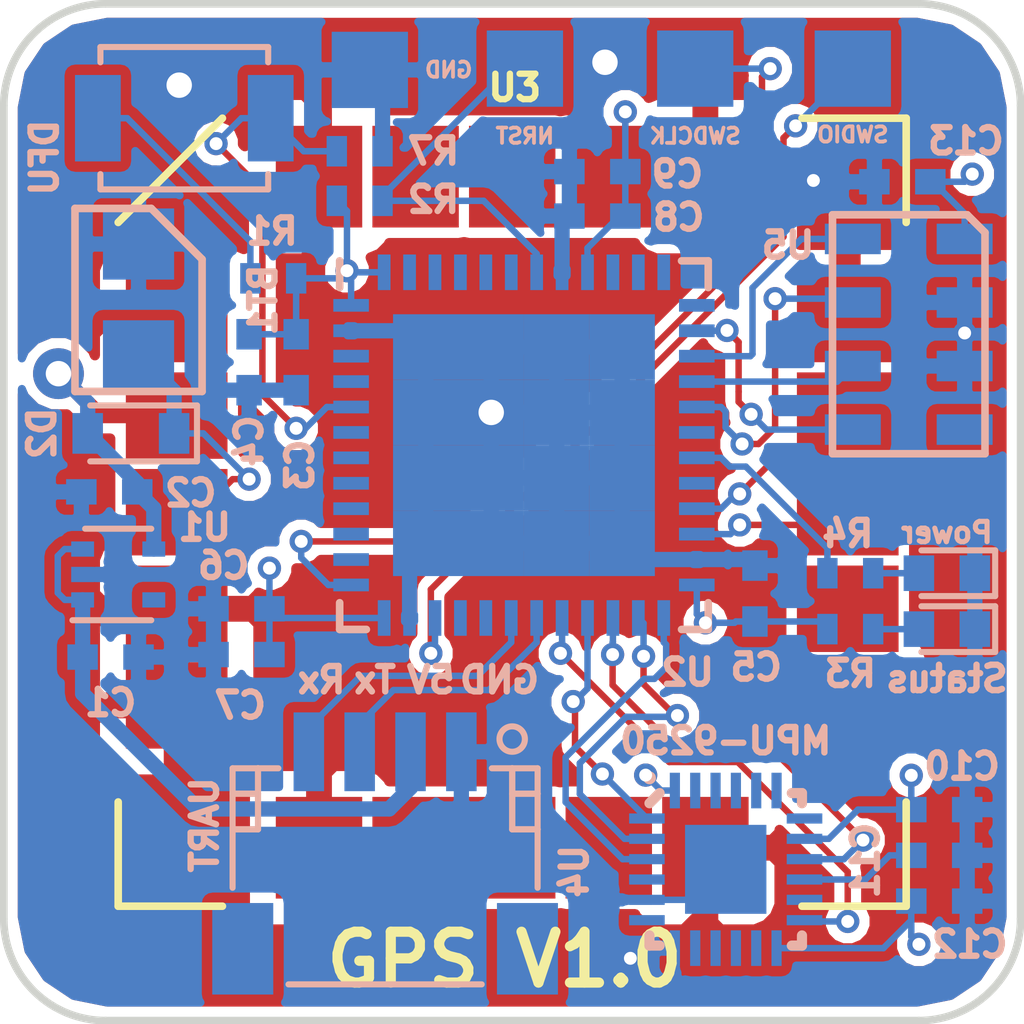
<source format=kicad_pcb>
(kicad_pcb (version 4) (host pcbnew 4.0.6)

  (general
    (links 108)
    (no_connects 0)
    (area 139.924999 89.924999 160.075001 110.075001)
    (thickness 1.6002)
    (drawings 13)
    (tracks 285)
    (zones 0)
    (modules 33)
    (nets 59)
  )

  (page A4)
  (layers
    (0 Top signal hide)
    (1 Ground power hide)
    (2 Power jumper hide)
    (31 Bottom signal)
    (34 B.Paste user)
    (35 F.Paste user)
    (36 B.SilkS user)
    (37 F.SilkS user)
    (38 B.Mask user)
    (39 F.Mask user)
    (44 Edge.Cuts user)
    (45 Margin user)
    (46 B.CrtYd user)
    (47 F.CrtYd user)
  )

  (setup
    (last_trace_width 0.127)
    (user_trace_width 0.127)
    (user_trace_width 0.3)
    (trace_clearance 0.1524)
    (zone_clearance 0.2)
    (zone_45_only no)
    (trace_min 0.127)
    (segment_width 0.2)
    (edge_width 0.15)
    (via_size 0.4572)
    (via_drill 0.254)
    (via_min_size 0.4572)
    (via_min_drill 0.254)
    (user_via 0.4572 0.254)
    (user_via 1 0.5)
    (uvia_size 0.4572)
    (uvia_drill 0.254)
    (uvias_allowed no)
    (uvia_min_size 0)
    (uvia_min_drill 0)
    (pcb_text_width 0.3)
    (pcb_text_size 1.5 1.5)
    (mod_edge_width 0.15)
    (mod_text_size 0.5 0.5)
    (mod_text_width 0.125)
    (pad_size 1.5 1.5)
    (pad_drill 0)
    (pad_to_mask_clearance 0.2)
    (aux_axis_origin 0 0)
    (visible_elements 7FFFCD7F)
    (pcbplotparams
      (layerselection 0x00030_80000001)
      (usegerberextensions false)
      (excludeedgelayer true)
      (linewidth 0.100000)
      (plotframeref false)
      (viasonmask false)
      (mode 1)
      (useauxorigin false)
      (hpglpennumber 1)
      (hpglpenspeed 20)
      (hpglpendiameter 15)
      (hpglpenoverlay 2)
      (psnegative false)
      (psa4output false)
      (plotreference true)
      (plotvalue true)
      (plotinvisibletext false)
      (padsonsilk false)
      (subtractmaskfromsilk false)
      (outputformat 1)
      (mirror false)
      (drillshape 1)
      (scaleselection 1)
      (outputdirectory ""))
  )

  (net 0 "")
  (net 1 +BATT)
  (net 2 GND)
  (net 3 +3V3)
  (net 4 "Net-(C11-Pad1)")
  (net 5 +5V)
  (net 6 UART1_TX)
  (net 7 UART1_RX)
  (net 8 "Net-(NRST1-Pad1)")
  (net 9 "Net-(R1-Pad2)")
  (net 10 "Net-(SWDCLK1-Pad1)")
  (net 11 "Net-(SWDIO1-Pad1)")
  (net 12 "Net-(U3-Pad7)")
  (net 13 "Net-(U3-Pad8)")
  (net 14 "Net-(U3-Pad9)")
  (net 15 "Net-(U3-Pad12)")
  (net 16 "Net-(U3-Pad18)")
  (net 17 "Net-(U3-Pad19)")
  (net 18 SPI2_SCK)
  (net 19 SPI2_MOSI)
  (net 20 SPI2_MISO)
  (net 21 SPI2_NSS)
  (net 22 "Net-(U5-Pad4)")
  (net 23 "Net-(U2-Pad2)")
  (net 24 "Net-(U2-Pad3)")
  (net 25 "Net-(U2-Pad4)")
  (net 26 "Net-(U2-Pad5)")
  (net 27 "Net-(U2-Pad6)")
  (net 28 "Net-(U2-Pad10)")
  (net 29 "Net-(U2-Pad11)")
  (net 30 SPI1_NSS)
  (net 31 "Net-(U2-Pad18)")
  (net 32 "Net-(U2-Pad20)")
  (net 33 IMU_INT)
  (net 34 SPI1_SCK)
  (net 35 SPI1_MISO)
  (net 36 SPI1_MOSI)
  (net 37 "Net-(U2-Pad42)")
  (net 38 "Net-(U2-Pad43)")
  (net 39 "Net-(U2-Pad45)")
  (net 40 "Net-(U2-Pad46)")
  (net 41 "Net-(U4-Pad7)")
  (net 42 "Net-(U4-Pad11)")
  (net 43 "Net-(U4-Pad19)")
  (net 44 "Net-(U4-Pad21)")
  (net 45 "Net-(R7-Pad1)")
  (net 46 "Net-(U2-Pad32)")
  (net 47 "Net-(U2-Pad33)")
  (net 48 "Net-(U2-Pad38)")
  (net 49 "Net-(U2-Pad39)")
  (net 50 "Net-(U2-Pad40)")
  (net 51 "Net-(U2-Pad41)")
  (net 52 "Net-(U2-Pad12)")
  (net 53 "Net-(U2-Pad13)")
  (net 54 USART3_TX)
  (net 55 USART3_RX)
  (net 56 "Net-(D1-Pad2)")
  (net 57 "Net-(D3-Pad2)")
  (net 58 LED)

  (net_class Default "This is the default net class."
    (clearance 0.1524)
    (trace_width 0.127)
    (via_dia 0.4572)
    (via_drill 0.254)
    (uvia_dia 0.4572)
    (uvia_drill 0.254)
    (add_net IMU_INT)
    (add_net LED)
    (add_net "Net-(C11-Pad1)")
    (add_net "Net-(D1-Pad2)")
    (add_net "Net-(D3-Pad2)")
    (add_net "Net-(NRST1-Pad1)")
    (add_net "Net-(R1-Pad2)")
    (add_net "Net-(R7-Pad1)")
    (add_net "Net-(SWDCLK1-Pad1)")
    (add_net "Net-(SWDIO1-Pad1)")
    (add_net "Net-(U2-Pad10)")
    (add_net "Net-(U2-Pad11)")
    (add_net "Net-(U2-Pad12)")
    (add_net "Net-(U2-Pad13)")
    (add_net "Net-(U2-Pad18)")
    (add_net "Net-(U2-Pad2)")
    (add_net "Net-(U2-Pad20)")
    (add_net "Net-(U2-Pad3)")
    (add_net "Net-(U2-Pad32)")
    (add_net "Net-(U2-Pad33)")
    (add_net "Net-(U2-Pad38)")
    (add_net "Net-(U2-Pad39)")
    (add_net "Net-(U2-Pad4)")
    (add_net "Net-(U2-Pad40)")
    (add_net "Net-(U2-Pad41)")
    (add_net "Net-(U2-Pad42)")
    (add_net "Net-(U2-Pad43)")
    (add_net "Net-(U2-Pad45)")
    (add_net "Net-(U2-Pad46)")
    (add_net "Net-(U2-Pad5)")
    (add_net "Net-(U2-Pad6)")
    (add_net "Net-(U3-Pad12)")
    (add_net "Net-(U3-Pad18)")
    (add_net "Net-(U3-Pad19)")
    (add_net "Net-(U3-Pad7)")
    (add_net "Net-(U3-Pad8)")
    (add_net "Net-(U3-Pad9)")
    (add_net "Net-(U4-Pad11)")
    (add_net "Net-(U4-Pad19)")
    (add_net "Net-(U4-Pad21)")
    (add_net "Net-(U4-Pad7)")
    (add_net "Net-(U5-Pad4)")
    (add_net SPI1_MISO)
    (add_net SPI1_MOSI)
    (add_net SPI1_NSS)
    (add_net SPI1_SCK)
    (add_net SPI2_MISO)
    (add_net SPI2_MOSI)
    (add_net SPI2_NSS)
    (add_net SPI2_SCK)
    (add_net UART1_RX)
    (add_net UART1_TX)
    (add_net USART3_RX)
    (add_net USART3_TX)
  )

  (net_class Power ""
    (clearance 0.1524)
    (trace_width 0.3)
    (via_dia 1)
    (via_drill 0.5)
    (uvia_dia 0.4572)
    (uvia_drill 0.254)
    (add_net +3V3)
    (add_net +5V)
    (add_net +BATT)
    (add_net GND)
  )

  (module local:SAM-M8Q (layer Top) (tedit 58E6FB10) (tstamp 58E97867)
    (at 150 100)
    (path /58E76E9A/58E775B2)
    (fp_text reference U3 (at 0.05 -8.35) (layer F.SilkS)
      (effects (font (size 0.5 0.5) (thickness 0.125)))
    )
    (fp_text value SAM-M8Q (at 0 10.5) (layer F.Fab)
      (effects (font (size 0.5 0.5) (thickness 0.125)))
    )
    (fp_line (start -7.75 -5.7) (end -5.7 -7.75) (layer F.SilkS) (width 0.15))
    (fp_line (start 5.7 -7.75) (end 7.75 -7.75) (layer F.SilkS) (width 0.15))
    (fp_line (start 7.75 -7.75) (end 7.75 -5.7) (layer F.SilkS) (width 0.15))
    (fp_line (start -5.7 7.75) (end -7.75 7.75) (layer F.SilkS) (width 0.15))
    (fp_line (start -7.75 7.75) (end -7.75 5.7) (layer F.SilkS) (width 0.15))
    (fp_line (start 5.7 7.75) (end 7.75 7.75) (layer F.SilkS) (width 0.15))
    (fp_line (start 7.75 7.75) (end 7.75 5.7) (layer F.SilkS) (width 0.15))
    (fp_line (start -9.25 -9.25) (end 9.25 -9.25) (layer F.CrtYd) (width 0.15))
    (fp_line (start 9.25 -9.25) (end 9.25 9.25) (layer F.CrtYd) (width 0.15))
    (fp_line (start 9.25 9.25) (end -9.25 9.25) (layer F.CrtYd) (width 0.15))
    (fp_line (start -9.25 9.25) (end -9.25 -9.25) (layer F.CrtYd) (width 0.15))
    (pad 1 smd rect (at -6.6 -3.8 90) (size 1.7 2) (layers Top F.Paste F.Mask)
      (net 2 GND))
    (pad 2 smd rect (at -6.6 -1.9 90) (size 1.7 2) (layers Top F.Paste F.Mask)
      (net 3 +3V3))
    (pad 3 smd rect (at -6.6 0 90) (size 1.7 2) (layers Top F.Paste F.Mask)
      (net 1 +BATT))
    (pad 4 smd rect (at -6.6 1.9 90) (size 1.7 2) (layers Top F.Paste F.Mask)
      (net 2 GND))
    (pad 5 smd rect (at -6.6 3.8 90) (size 1.7 2) (layers Top F.Paste F.Mask)
      (net 2 GND))
    (pad 6 smd rect (at -3.8 6.6) (size 1.7 2) (layers Top F.Paste F.Mask)
      (net 2 GND))
    (pad 7 smd rect (at -1.9 6.6) (size 1.7 2) (layers Top F.Paste F.Mask)
      (net 12 "Net-(U3-Pad7)"))
    (pad 8 smd rect (at 0 6.6) (size 1.7 2) (layers Top F.Paste F.Mask)
      (net 13 "Net-(U3-Pad8)"))
    (pad 9 smd rect (at 1.9 6.6) (size 1.7 2) (layers Top F.Paste F.Mask)
      (net 14 "Net-(U3-Pad9)"))
    (pad 10 smd rect (at 3.8 6.6) (size 1.7 2) (layers Top F.Paste F.Mask)
      (net 2 GND))
    (pad 11 smd rect (at 6.6 3.8 90) (size 1.7 2) (layers Top F.Paste F.Mask)
      (net 2 GND))
    (pad 12 smd rect (at 6.6 1.9 90) (size 1.7 2) (layers Top F.Paste F.Mask)
      (net 15 "Net-(U3-Pad12)"))
    (pad 13 smd rect (at 6.6 0 90) (size 1.7 2) (layers Top F.Paste F.Mask)
      (net 55 USART3_RX))
    (pad 14 smd rect (at 6.6 -1.9 90) (size 1.7 2) (layers Top F.Paste F.Mask)
      (net 54 USART3_TX))
    (pad 15 smd rect (at 6.6 -3.8 90) (size 1.7 2) (layers Top F.Paste F.Mask)
      (net 2 GND))
    (pad 16 smd rect (at 3.8 -6.6) (size 1.7 2) (layers Top F.Paste F.Mask)
      (net 2 GND))
    (pad 17 smd rect (at 1.9 -6.6) (size 1.7 2) (layers Top F.Paste F.Mask)
      (net 3 +3V3))
    (pad 18 smd rect (at 0 -6.6) (size 1.7 2) (layers Top F.Paste F.Mask)
      (net 16 "Net-(U3-Pad18)"))
    (pad 19 smd rect (at -1.9 -6.6) (size 1.7 2) (layers Top F.Paste F.Mask)
      (net 17 "Net-(U3-Pad19)"))
    (pad 20 smd rect (at -3.8 -6.6) (size 1.7 2) (layers Top F.Paste F.Mask)
      (net 2 GND))
  )

  (module Connectors_JST:JST_SH_SM04B-SRSS-TB_04x1.00mm_Angled (layer Bottom) (tedit 58E9B7E0) (tstamp 58E6FF32)
    (at 147.5 106.65 180)
    (descr http://www.jst-mfg.com/product/pdf/eng/eSH.pdf)
    (tags "connector jst sh")
    (path /58E755DC)
    (attr smd)
    (fp_text reference UART (at 3.55 0.5 270) (layer B.SilkS)
      (effects (font (size 0.5 0.5) (thickness 0.125)) (justify mirror))
    )
    (fp_text value CONN_01X04_MALE (at 0 -4.5 180) (layer B.Fab)
      (effects (font (size 0.5 0.5) (thickness 0.125)) (justify mirror))
    )
    (fp_circle (center -2.5 2.1875) (end -2.25 2.1875) (layer B.SilkS) (width 0.12))
    (fp_line (start -1.9 -2.6375) (end 1.9 -2.6375) (layer B.SilkS) (width 0.12))
    (fp_line (start -3 -0.7375) (end -3 1.6125) (layer B.SilkS) (width 0.12))
    (fp_line (start -3 1.6125) (end -2.1 1.6125) (layer B.SilkS) (width 0.12))
    (fp_line (start -2.5 1.6125) (end -2.5 0.4125) (layer B.SilkS) (width 0.12))
    (fp_line (start -2.5 0.4125) (end -2.5 0.4125) (layer B.SilkS) (width 0.12))
    (fp_line (start -2.5 0.4125) (end -2.5 1.6125) (layer B.SilkS) (width 0.12))
    (fp_line (start -2.5 1.6125) (end -2.5 1.6125) (layer B.SilkS) (width 0.12))
    (fp_line (start -2.5 1.1125) (end -2.5 1.1125) (layer B.SilkS) (width 0.12))
    (fp_line (start -2.5 1.1125) (end -3 1.1125) (layer B.SilkS) (width 0.12))
    (fp_line (start -3 1.1125) (end -3 1.1125) (layer B.SilkS) (width 0.12))
    (fp_line (start -3 1.1125) (end -2.5 1.1125) (layer B.SilkS) (width 0.12))
    (fp_line (start -2.5 0.4125) (end -2.5 0.4125) (layer B.SilkS) (width 0.12))
    (fp_line (start -2.5 0.4125) (end -3 0.4125) (layer B.SilkS) (width 0.12))
    (fp_line (start -3 0.4125) (end -3 0.4125) (layer B.SilkS) (width 0.12))
    (fp_line (start -3 0.4125) (end -2.5 0.4125) (layer B.SilkS) (width 0.12))
    (fp_line (start 3 -0.7375) (end 3 1.6125) (layer B.SilkS) (width 0.12))
    (fp_line (start 3 1.6125) (end 2.1 1.6125) (layer B.SilkS) (width 0.12))
    (fp_line (start 2.5 1.6125) (end 2.5 0.4125) (layer B.SilkS) (width 0.12))
    (fp_line (start 2.5 0.4125) (end 2.5 0.4125) (layer B.SilkS) (width 0.12))
    (fp_line (start 2.5 0.4125) (end 2.5 1.6125) (layer B.SilkS) (width 0.12))
    (fp_line (start 2.5 1.6125) (end 2.5 1.6125) (layer B.SilkS) (width 0.12))
    (fp_line (start 2.5 1.1125) (end 2.5 1.1125) (layer B.SilkS) (width 0.12))
    (fp_line (start 2.5 1.1125) (end 3 1.1125) (layer B.SilkS) (width 0.12))
    (fp_line (start 3 1.1125) (end 3 1.1125) (layer B.SilkS) (width 0.12))
    (fp_line (start 3 1.1125) (end 2.5 1.1125) (layer B.SilkS) (width 0.12))
    (fp_line (start 2.5 0.4125) (end 2.5 0.4125) (layer B.SilkS) (width 0.12))
    (fp_line (start 2.5 0.4125) (end 3 0.4125) (layer B.SilkS) (width 0.12))
    (fp_line (start 3 0.4125) (end 3 0.4125) (layer B.SilkS) (width 0.12))
    (fp_line (start 3 0.4125) (end 2.5 0.4125) (layer B.SilkS) (width 0.12))
    (fp_line (start -3.9 -3.35) (end -3.9 3.25) (layer B.CrtYd) (width 0.05))
    (fp_line (start -3.9 3.25) (end 3.9 3.25) (layer B.CrtYd) (width 0.05))
    (fp_line (start 3.9 3.25) (end 3.9 -3.35) (layer B.CrtYd) (width 0.05))
    (fp_line (start 3.9 -3.35) (end -3.9 -3.35) (layer B.CrtYd) (width 0.05))
    (pad 1 smd rect (at -1.5 1.9375 180) (size 0.6 1.55) (layers Bottom B.Paste B.Mask)
      (net 2 GND))
    (pad 2 smd rect (at -0.5 1.9375 180) (size 0.6 1.55) (layers Bottom B.Paste B.Mask)
      (net 5 +5V))
    (pad 3 smd rect (at 0.5 1.9375 180) (size 0.6 1.55) (layers Bottom B.Paste B.Mask)
      (net 6 UART1_TX))
    (pad 4 smd rect (at 1.5 1.9375 180) (size 0.6 1.55) (layers Bottom B.Paste B.Mask)
      (net 7 UART1_RX))
    (pad "" smd rect (at -2.8 -1.9375 180) (size 1.2 1.8) (layers Bottom B.Paste B.Mask))
    (pad "" smd rect (at 2.8 -1.9375 180) (size 1.2 1.8) (layers Bottom B.Paste B.Mask))
  )

  (module MPU-9250:QFN40P300X300X105-25N (layer Bottom) (tedit 0) (tstamp 58E708C5)
    (at 154.2 107.025 270)
    (path /58E76E9A/58E76EFD)
    (solder_mask_margin 0.1)
    (attr smd)
    (fp_text reference U4 (at 0.04 2.975 270) (layer B.SilkS)
      (effects (font (size 0.5 0.5) (thickness 0.125)) (justify mirror))
    )
    (fp_text value MPU-9250 (at -2.525 0 360) (layer B.SilkS)
      (effects (font (size 0.5 0.5) (thickness 0.125)) (justify mirror))
    )
    (fp_poly (pts (xy -0.575 0.475) (xy 0.575 0.475) (xy 0.575 -0.475) (xy -0.575 -0.475)) (layer B.Paste) (width 0.381))
    (fp_line (start -2.15 2.15) (end 2.15 2.15) (layer Dwgs.User) (width 0.05))
    (fp_line (start 2.15 2.15) (end 2.15 -2.15) (layer Dwgs.User) (width 0.05))
    (fp_line (start 2.15 -2.15) (end -2.15 -2.15) (layer Dwgs.User) (width 0.05))
    (fp_line (start -2.15 -2.15) (end -2.15 2.15) (layer Dwgs.User) (width 0.05))
    (fp_line (start -1.5 1.3) (end -1.3 1.5) (layer B.SilkS) (width 0.2))
    (fp_line (start 1.3 1.5) (end 1.5 1.5) (layer B.SilkS) (width 0.2))
    (fp_line (start 1.5 1.5) (end 1.5 1.3) (layer B.SilkS) (width 0.2))
    (fp_line (start 1.5 -1.3) (end 1.5 -1.5) (layer B.SilkS) (width 0.2))
    (fp_line (start 1.5 -1.5) (end 1.3 -1.5) (layer B.SilkS) (width 0.2))
    (fp_line (start -1.3 -1.5) (end -1.5 -1.5) (layer B.SilkS) (width 0.2))
    (fp_line (start -1.5 -1.5) (end -1.5 -1.3) (layer B.SilkS) (width 0.2))
    (fp_circle (center -1.8 1.5) (end -1.673 1.5) (layer B.SilkS) (width 0))
    (pad 1 smd rect (at -1.55 1 270) (size 0.7 0.2) (layers Bottom B.Paste B.Mask)
      (net 3 +3V3) (solder_mask_margin 0.2))
    (pad 2 smd rect (at -1.55 0.6 270) (size 0.7 0.2) (layers Bottom B.Paste B.Mask)
      (solder_mask_margin 0.2))
    (pad 3 smd rect (at -1.55 0.2 270) (size 0.7 0.2) (layers Bottom B.Paste B.Mask)
      (solder_mask_margin 0.2))
    (pad 4 smd rect (at -1.55 -0.2 270) (size 0.7 0.2) (layers Bottom B.Paste B.Mask)
      (solder_mask_margin 0.2))
    (pad 5 smd rect (at -1.55 -0.6 270) (size 0.7 0.2) (layers Bottom B.Paste B.Mask)
      (solder_mask_margin 0.2))
    (pad 6 smd rect (at -1.55 -1 270) (size 0.7 0.2) (layers Bottom B.Paste B.Mask)
      (solder_mask_margin 0.2))
    (pad 7 smd rect (at -1 -1.55 180) (size 0.7 0.2) (layers Bottom B.Paste B.Mask)
      (net 41 "Net-(U4-Pad7)") (solder_mask_margin 0.2))
    (pad 8 smd rect (at -0.6 -1.55 180) (size 0.7 0.2) (layers Bottom B.Paste B.Mask)
      (net 3 +3V3) (solder_mask_margin 0.2))
    (pad 9 smd rect (at -0.2 -1.55 180) (size 0.7 0.2) (layers Bottom B.Paste B.Mask)
      (net 20 SPI2_MISO) (solder_mask_margin 0.2))
    (pad 10 smd rect (at 0.2 -1.55 180) (size 0.7 0.2) (layers Bottom B.Paste B.Mask)
      (net 4 "Net-(C11-Pad1)") (solder_mask_margin 0.2))
    (pad 11 smd rect (at 0.6 -1.55 180) (size 0.7 0.2) (layers Bottom B.Paste B.Mask)
      (net 42 "Net-(U4-Pad11)") (solder_mask_margin 0.2))
    (pad 12 smd rect (at 1 -1.55 180) (size 0.7 0.2) (layers Bottom B.Paste B.Mask)
      (net 33 IMU_INT) (solder_mask_margin 0.2))
    (pad 13 smd rect (at 1.55 -1 90) (size 0.7 0.2) (layers Bottom B.Paste B.Mask)
      (net 3 +3V3) (solder_mask_margin 0.2))
    (pad 14 smd rect (at 1.55 -0.6 90) (size 0.7 0.2) (layers Bottom B.Paste B.Mask)
      (solder_mask_margin 0.2))
    (pad 15 smd rect (at 1.55 -0.2 90) (size 0.7 0.2) (layers Bottom B.Paste B.Mask)
      (solder_mask_margin 0.2))
    (pad 16 smd rect (at 1.55 0.2 90) (size 0.7 0.2) (layers Bottom B.Paste B.Mask)
      (solder_mask_margin 0.2))
    (pad 17 smd rect (at 1.55 0.6 90) (size 0.7 0.2) (layers Bottom B.Paste B.Mask)
      (solder_mask_margin 0.2))
    (pad 18 smd rect (at 1.55 1 90) (size 0.7 0.2) (layers Bottom B.Paste B.Mask)
      (net 2 GND) (solder_mask_margin 0.2))
    (pad 19 smd rect (at 1 1.55) (size 0.7 0.2) (layers Bottom B.Paste B.Mask)
      (net 43 "Net-(U4-Pad19)") (solder_mask_margin 0.2))
    (pad 20 smd rect (at 0.6 1.55) (size 0.7 0.2) (layers Bottom B.Paste B.Mask)
      (net 2 GND) (solder_mask_margin 0.2))
    (pad 21 smd rect (at 0.2 1.55) (size 0.7 0.2) (layers Bottom B.Paste B.Mask)
      (net 44 "Net-(U4-Pad21)") (solder_mask_margin 0.2))
    (pad 22 smd rect (at -0.2 1.55) (size 0.7 0.2) (layers Bottom B.Paste B.Mask)
      (net 21 SPI2_NSS) (solder_mask_margin 0.2))
    (pad 23 smd rect (at -0.6 1.55) (size 0.7 0.2) (layers Bottom B.Paste B.Mask)
      (net 18 SPI2_SCK) (solder_mask_margin 0.2))
    (pad 24 smd rect (at -1 1.55) (size 0.7 0.2) (layers Bottom B.Paste B.Mask)
      (net 19 SPI2_MOSI) (solder_mask_margin 0.2))
    (pad 25 smd rect (at 0 0 270) (size 1.75 1.6) (layers Bottom B.Paste B.Mask)
      (net 2 GND) (solder_mask_margin 0.2))
  )

  (module Capacitors_SMD:C_0402_NoSilk (layer Bottom) (tedit 58AA8408) (tstamp 58E6FED3)
    (at 142.1 102.85)
    (descr "Capacitor SMD 0402, reflow soldering, AVX (see smccp.pdf)")
    (tags "capacitor 0402")
    (path /58E6966D)
    (attr smd)
    (fp_text reference C1 (at 0 0.9) (layer B.SilkS)
      (effects (font (size 0.5 0.5) (thickness 0.125)) (justify mirror))
    )
    (fp_text value 0.1uF (at 0 -1.27) (layer B.Fab)
      (effects (font (size 0.5 0.5) (thickness 0.125)) (justify mirror))
    )
    (fp_text user %R (at -0.625 0.825) (layer B.Fab)
      (effects (font (size 0.5 0.5) (thickness 0.125)) (justify mirror))
    )
    (fp_line (start -0.5 -0.25) (end -0.5 0.25) (layer B.Fab) (width 0.1))
    (fp_line (start 0.5 -0.25) (end -0.5 -0.25) (layer B.Fab) (width 0.1))
    (fp_line (start 0.5 0.25) (end 0.5 -0.25) (layer B.Fab) (width 0.1))
    (fp_line (start -0.5 0.25) (end 0.5 0.25) (layer B.Fab) (width 0.1))
    (fp_line (start -1 0.4) (end 1 0.4) (layer B.CrtYd) (width 0.05))
    (fp_line (start -1 0.4) (end -1 -0.4) (layer B.CrtYd) (width 0.05))
    (fp_line (start 1 -0.4) (end 1 0.4) (layer B.CrtYd) (width 0.05))
    (fp_line (start 1 -0.4) (end -1 -0.4) (layer B.CrtYd) (width 0.05))
    (pad 1 smd rect (at -0.55 0) (size 0.6 0.5) (layers Bottom B.Paste B.Mask)
      (net 5 +5V))
    (pad 2 smd rect (at 0.55 0) (size 0.6 0.5) (layers Bottom B.Paste B.Mask)
      (net 2 GND))
    (model Capacitors_SMD.3dshapes/C_0402.wrl
      (at (xyz 0 0 0))
      (scale (xyz 1 1 1))
      (rotate (xyz 0 0 0))
    )
  )

  (module Capacitors_SMD:C_0402_NoSilk (layer Bottom) (tedit 58AA8408) (tstamp 58E6FED9)
    (at 142.075 99.6 180)
    (descr "Capacitor SMD 0402, reflow soldering, AVX (see smccp.pdf)")
    (tags "capacitor 0402")
    (path /58E6907F)
    (attr smd)
    (fp_text reference C2 (at -1.6 -0.025 180) (layer B.SilkS)
      (effects (font (size 0.5 0.5) (thickness 0.125)) (justify mirror))
    )
    (fp_text value 0.1uF (at 0 -1.27 180) (layer B.Fab)
      (effects (font (size 0.5 0.5) (thickness 0.125)) (justify mirror))
    )
    (fp_text user %R (at 0 1.27 180) (layer B.Fab)
      (effects (font (size 0.5 0.5) (thickness 0.125)) (justify mirror))
    )
    (fp_line (start -0.5 -0.25) (end -0.5 0.25) (layer B.Fab) (width 0.1))
    (fp_line (start 0.5 -0.25) (end -0.5 -0.25) (layer B.Fab) (width 0.1))
    (fp_line (start 0.5 0.25) (end 0.5 -0.25) (layer B.Fab) (width 0.1))
    (fp_line (start -0.5 0.25) (end 0.5 0.25) (layer B.Fab) (width 0.1))
    (fp_line (start -1 0.4) (end 1 0.4) (layer B.CrtYd) (width 0.05))
    (fp_line (start -1 0.4) (end -1 -0.4) (layer B.CrtYd) (width 0.05))
    (fp_line (start 1 -0.4) (end 1 0.4) (layer B.CrtYd) (width 0.05))
    (fp_line (start 1 -0.4) (end -1 -0.4) (layer B.CrtYd) (width 0.05))
    (pad 1 smd rect (at -0.55 0 180) (size 0.6 0.5) (layers Bottom B.Paste B.Mask)
      (net 3 +3V3))
    (pad 2 smd rect (at 0.55 0 180) (size 0.6 0.5) (layers Bottom B.Paste B.Mask)
      (net 2 GND))
    (model Capacitors_SMD.3dshapes/C_0402.wrl
      (at (xyz 0 0 0))
      (scale (xyz 1 1 1))
      (rotate (xyz 0 0 0))
    )
  )

  (module Capacitors_SMD:C_0402_NoSilk (layer Bottom) (tedit 58AA8408) (tstamp 58E6FEDF)
    (at 145.75 97.05 270)
    (descr "Capacitor SMD 0402, reflow soldering, AVX (see smccp.pdf)")
    (tags "capacitor 0402")
    (path /58E66AC6)
    (attr smd)
    (fp_text reference C3 (at 2.025 -0.075 270) (layer B.SilkS)
      (effects (font (size 0.5 0.5) (thickness 0.125)) (justify mirror))
    )
    (fp_text value 4.7uF (at 0 -1.27 270) (layer B.Fab)
      (effects (font (size 0.5 0.5) (thickness 0.125)) (justify mirror))
    )
    (fp_text user %R (at 2.075 -0.1 270) (layer B.Fab)
      (effects (font (size 0.5 0.5) (thickness 0.125)) (justify mirror))
    )
    (fp_line (start -0.5 -0.25) (end -0.5 0.25) (layer B.Fab) (width 0.1))
    (fp_line (start 0.5 -0.25) (end -0.5 -0.25) (layer B.Fab) (width 0.1))
    (fp_line (start 0.5 0.25) (end 0.5 -0.25) (layer B.Fab) (width 0.1))
    (fp_line (start -0.5 0.25) (end 0.5 0.25) (layer B.Fab) (width 0.1))
    (fp_line (start -1 0.4) (end 1 0.4) (layer B.CrtYd) (width 0.05))
    (fp_line (start -1 0.4) (end -1 -0.4) (layer B.CrtYd) (width 0.05))
    (fp_line (start 1 -0.4) (end 1 0.4) (layer B.CrtYd) (width 0.05))
    (fp_line (start 1 -0.4) (end -1 -0.4) (layer B.CrtYd) (width 0.05))
    (pad 1 smd rect (at -0.55 0 270) (size 0.6 0.5) (layers Bottom B.Paste B.Mask)
      (net 3 +3V3))
    (pad 2 smd rect (at 0.55 0 270) (size 0.6 0.5) (layers Bottom B.Paste B.Mask)
      (net 2 GND))
    (model Capacitors_SMD.3dshapes/C_0402.wrl
      (at (xyz 0 0 0))
      (scale (xyz 1 1 1))
      (rotate (xyz 0 0 0))
    )
  )

  (module Capacitors_SMD:C_0402_NoSilk (layer Bottom) (tedit 58AA8408) (tstamp 58E6FEE5)
    (at 144.825 97.05 270)
    (descr "Capacitor SMD 0402, reflow soldering, AVX (see smccp.pdf)")
    (tags "capacitor 0402")
    (path /58E66A64)
    (attr smd)
    (fp_text reference C4 (at 1.55 0 270) (layer B.SilkS)
      (effects (font (size 0.5 0.5) (thickness 0.125)) (justify mirror))
    )
    (fp_text value 100nF (at 0 -1.27 270) (layer B.Fab)
      (effects (font (size 0.5 0.5) (thickness 0.125)) (justify mirror))
    )
    (fp_text user %R (at 1.5 -0.075 270) (layer B.Fab)
      (effects (font (size 0.5 0.5) (thickness 0.125)) (justify mirror))
    )
    (fp_line (start -0.5 -0.25) (end -0.5 0.25) (layer B.Fab) (width 0.1))
    (fp_line (start 0.5 -0.25) (end -0.5 -0.25) (layer B.Fab) (width 0.1))
    (fp_line (start 0.5 0.25) (end 0.5 -0.25) (layer B.Fab) (width 0.1))
    (fp_line (start -0.5 0.25) (end 0.5 0.25) (layer B.Fab) (width 0.1))
    (fp_line (start -1 0.4) (end 1 0.4) (layer B.CrtYd) (width 0.05))
    (fp_line (start -1 0.4) (end -1 -0.4) (layer B.CrtYd) (width 0.05))
    (fp_line (start 1 -0.4) (end 1 0.4) (layer B.CrtYd) (width 0.05))
    (fp_line (start 1 -0.4) (end -1 -0.4) (layer B.CrtYd) (width 0.05))
    (pad 1 smd rect (at -0.55 0 270) (size 0.6 0.5) (layers Bottom B.Paste B.Mask)
      (net 3 +3V3))
    (pad 2 smd rect (at 0.55 0 270) (size 0.6 0.5) (layers Bottom B.Paste B.Mask)
      (net 2 GND))
    (model Capacitors_SMD.3dshapes/C_0402.wrl
      (at (xyz 0 0 0))
      (scale (xyz 1 1 1))
      (rotate (xyz 0 0 0))
    )
  )

  (module Capacitors_SMD:C_0402_NoSilk (layer Bottom) (tedit 58AA8408) (tstamp 58E6FEEB)
    (at 154.775 101.6 90)
    (descr "Capacitor SMD 0402, reflow soldering, AVX (see smccp.pdf)")
    (tags "capacitor 0402")
    (path /58E669A4)
    (attr smd)
    (fp_text reference C5 (at -1.45 0.025 180) (layer B.SilkS)
      (effects (font (size 0.5 0.5) (thickness 0.125)) (justify mirror))
    )
    (fp_text value 100nF (at 0 -1.27 90) (layer B.Fab)
      (effects (font (size 0.5 0.5) (thickness 0.125)) (justify mirror))
    )
    (fp_text user %R (at -1.4 0 180) (layer B.Fab)
      (effects (font (size 0.5 0.5) (thickness 0.125)) (justify mirror))
    )
    (fp_line (start -0.5 -0.25) (end -0.5 0.25) (layer B.Fab) (width 0.1))
    (fp_line (start 0.5 -0.25) (end -0.5 -0.25) (layer B.Fab) (width 0.1))
    (fp_line (start 0.5 0.25) (end 0.5 -0.25) (layer B.Fab) (width 0.1))
    (fp_line (start -0.5 0.25) (end 0.5 0.25) (layer B.Fab) (width 0.1))
    (fp_line (start -1 0.4) (end 1 0.4) (layer B.CrtYd) (width 0.05))
    (fp_line (start -1 0.4) (end -1 -0.4) (layer B.CrtYd) (width 0.05))
    (fp_line (start 1 -0.4) (end 1 0.4) (layer B.CrtYd) (width 0.05))
    (fp_line (start 1 -0.4) (end -1 -0.4) (layer B.CrtYd) (width 0.05))
    (pad 1 smd rect (at -0.55 0 90) (size 0.6 0.5) (layers Bottom B.Paste B.Mask)
      (net 3 +3V3))
    (pad 2 smd rect (at 0.55 0 90) (size 0.6 0.5) (layers Bottom B.Paste B.Mask)
      (net 2 GND))
    (model Capacitors_SMD.3dshapes/C_0402.wrl
      (at (xyz 0 0 0))
      (scale (xyz 1 1 1))
      (rotate (xyz 0 0 0))
    )
  )

  (module Capacitors_SMD:C_0402_NoSilk (layer Bottom) (tedit 58AA8408) (tstamp 58E6FEF1)
    (at 144.675 101.9 180)
    (descr "Capacitor SMD 0402, reflow soldering, AVX (see smccp.pdf)")
    (tags "capacitor 0402")
    (path /58E66C8B)
    (attr smd)
    (fp_text reference C6 (at 0.35 0.85 180) (layer B.SilkS)
      (effects (font (size 0.5 0.5) (thickness 0.125)) (justify mirror))
    )
    (fp_text value 100nF (at 0 -1.27 180) (layer B.Fab)
      (effects (font (size 0.5 0.5) (thickness 0.125)) (justify mirror))
    )
    (fp_text user %R (at 0.2 0.725 180) (layer B.Fab)
      (effects (font (size 0.5 0.5) (thickness 0.125)) (justify mirror))
    )
    (fp_line (start -0.5 -0.25) (end -0.5 0.25) (layer B.Fab) (width 0.1))
    (fp_line (start 0.5 -0.25) (end -0.5 -0.25) (layer B.Fab) (width 0.1))
    (fp_line (start 0.5 0.25) (end 0.5 -0.25) (layer B.Fab) (width 0.1))
    (fp_line (start -0.5 0.25) (end 0.5 0.25) (layer B.Fab) (width 0.1))
    (fp_line (start -1 0.4) (end 1 0.4) (layer B.CrtYd) (width 0.05))
    (fp_line (start -1 0.4) (end -1 -0.4) (layer B.CrtYd) (width 0.05))
    (fp_line (start 1 -0.4) (end 1 0.4) (layer B.CrtYd) (width 0.05))
    (fp_line (start 1 -0.4) (end -1 -0.4) (layer B.CrtYd) (width 0.05))
    (pad 1 smd rect (at -0.55 0 180) (size 0.6 0.5) (layers Bottom B.Paste B.Mask)
      (net 3 +3V3))
    (pad 2 smd rect (at 0.55 0 180) (size 0.6 0.5) (layers Bottom B.Paste B.Mask)
      (net 2 GND))
    (model Capacitors_SMD.3dshapes/C_0402.wrl
      (at (xyz 0 0 0))
      (scale (xyz 1 1 1))
      (rotate (xyz 0 0 0))
    )
  )

  (module Capacitors_SMD:C_0402_NoSilk (layer Bottom) (tedit 58AA8408) (tstamp 58E6FEF7)
    (at 144.675 102.8 180)
    (descr "Capacitor SMD 0402, reflow soldering, AVX (see smccp.pdf)")
    (tags "capacitor 0402")
    (path /58E66D07)
    (attr smd)
    (fp_text reference C7 (at 0.025 -1 180) (layer B.SilkS)
      (effects (font (size 0.5 0.5) (thickness 0.125)) (justify mirror))
    )
    (fp_text value 4.7uF (at 0 -1.27 180) (layer B.Fab)
      (effects (font (size 0.5 0.5) (thickness 0.125)) (justify mirror))
    )
    (fp_text user %R (at -1.525 -0.275 180) (layer B.Fab)
      (effects (font (size 0.5 0.5) (thickness 0.125)) (justify mirror))
    )
    (fp_line (start -0.5 -0.25) (end -0.5 0.25) (layer B.Fab) (width 0.1))
    (fp_line (start 0.5 -0.25) (end -0.5 -0.25) (layer B.Fab) (width 0.1))
    (fp_line (start 0.5 0.25) (end 0.5 -0.25) (layer B.Fab) (width 0.1))
    (fp_line (start -0.5 0.25) (end 0.5 0.25) (layer B.Fab) (width 0.1))
    (fp_line (start -1 0.4) (end 1 0.4) (layer B.CrtYd) (width 0.05))
    (fp_line (start -1 0.4) (end -1 -0.4) (layer B.CrtYd) (width 0.05))
    (fp_line (start 1 -0.4) (end 1 0.4) (layer B.CrtYd) (width 0.05))
    (fp_line (start 1 -0.4) (end -1 -0.4) (layer B.CrtYd) (width 0.05))
    (pad 1 smd rect (at -0.55 0 180) (size 0.6 0.5) (layers Bottom B.Paste B.Mask)
      (net 3 +3V3))
    (pad 2 smd rect (at 0.55 0 180) (size 0.6 0.5) (layers Bottom B.Paste B.Mask)
      (net 2 GND))
    (model Capacitors_SMD.3dshapes/C_0402.wrl
      (at (xyz 0 0 0))
      (scale (xyz 1 1 1))
      (rotate (xyz 0 0 0))
    )
  )

  (module Capacitors_SMD:C_0402_NoSilk (layer Bottom) (tedit 58AA8408) (tstamp 58E6FEFD)
    (at 151.675 94.175 180)
    (descr "Capacitor SMD 0402, reflow soldering, AVX (see smccp.pdf)")
    (tags "capacitor 0402")
    (path /58E66E80)
    (attr smd)
    (fp_text reference C8 (at -1.6 -0.025 180) (layer B.SilkS)
      (effects (font (size 0.5 0.5) (thickness 0.125)) (justify mirror))
    )
    (fp_text value 10nF (at 0 -1.27 180) (layer B.Fab)
      (effects (font (size 0.5 0.5) (thickness 0.125)) (justify mirror))
    )
    (fp_text user %R (at -1.575 0 180) (layer B.Fab)
      (effects (font (size 0.5 0.5) (thickness 0.125)) (justify mirror))
    )
    (fp_line (start -0.5 -0.25) (end -0.5 0.25) (layer B.Fab) (width 0.1))
    (fp_line (start 0.5 -0.25) (end -0.5 -0.25) (layer B.Fab) (width 0.1))
    (fp_line (start 0.5 0.25) (end 0.5 -0.25) (layer B.Fab) (width 0.1))
    (fp_line (start -0.5 0.25) (end 0.5 0.25) (layer B.Fab) (width 0.1))
    (fp_line (start -1 0.4) (end 1 0.4) (layer B.CrtYd) (width 0.05))
    (fp_line (start -1 0.4) (end -1 -0.4) (layer B.CrtYd) (width 0.05))
    (fp_line (start 1 -0.4) (end 1 0.4) (layer B.CrtYd) (width 0.05))
    (fp_line (start 1 -0.4) (end -1 -0.4) (layer B.CrtYd) (width 0.05))
    (pad 1 smd rect (at -0.55 0 180) (size 0.6 0.5) (layers Bottom B.Paste B.Mask)
      (net 3 +3V3))
    (pad 2 smd rect (at 0.55 0 180) (size 0.6 0.5) (layers Bottom B.Paste B.Mask)
      (net 2 GND))
    (model Capacitors_SMD.3dshapes/C_0402.wrl
      (at (xyz 0 0 0))
      (scale (xyz 1 1 1))
      (rotate (xyz 0 0 0))
    )
  )

  (module Capacitors_SMD:C_0402_NoSilk (layer Bottom) (tedit 58AA8408) (tstamp 58E6FF03)
    (at 151.675 93.3 180)
    (descr "Capacitor SMD 0402, reflow soldering, AVX (see smccp.pdf)")
    (tags "capacitor 0402")
    (path /58E66EDB)
    (attr smd)
    (fp_text reference C9 (at -1.575 -0.05 180) (layer B.SilkS)
      (effects (font (size 0.5 0.5) (thickness 0.125)) (justify mirror))
    )
    (fp_text value 1uF (at 0 -1.27 180) (layer B.Fab)
      (effects (font (size 0.5 0.5) (thickness 0.125)) (justify mirror))
    )
    (fp_text user %R (at -1.575 -0.025 180) (layer B.Fab)
      (effects (font (size 0.5 0.5) (thickness 0.125)) (justify mirror))
    )
    (fp_line (start -0.5 -0.25) (end -0.5 0.25) (layer B.Fab) (width 0.1))
    (fp_line (start 0.5 -0.25) (end -0.5 -0.25) (layer B.Fab) (width 0.1))
    (fp_line (start 0.5 0.25) (end 0.5 -0.25) (layer B.Fab) (width 0.1))
    (fp_line (start -0.5 0.25) (end 0.5 0.25) (layer B.Fab) (width 0.1))
    (fp_line (start -1 0.4) (end 1 0.4) (layer B.CrtYd) (width 0.05))
    (fp_line (start -1 0.4) (end -1 -0.4) (layer B.CrtYd) (width 0.05))
    (fp_line (start 1 -0.4) (end 1 0.4) (layer B.CrtYd) (width 0.05))
    (fp_line (start 1 -0.4) (end -1 -0.4) (layer B.CrtYd) (width 0.05))
    (pad 1 smd rect (at -0.55 0 180) (size 0.6 0.5) (layers Bottom B.Paste B.Mask)
      (net 3 +3V3))
    (pad 2 smd rect (at 0.55 0 180) (size 0.6 0.5) (layers Bottom B.Paste B.Mask)
      (net 2 GND))
    (model Capacitors_SMD.3dshapes/C_0402.wrl
      (at (xyz 0 0 0))
      (scale (xyz 1 1 1))
      (rotate (xyz 0 0 0))
    )
  )

  (module Capacitors_SMD:C_0402_NoSilk (layer Bottom) (tedit 58AA8408) (tstamp 58E6FF09)
    (at 158.4 105.85)
    (descr "Capacitor SMD 0402, reflow soldering, AVX (see smccp.pdf)")
    (tags "capacitor 0402")
    (path /58E76E9A/58E7DE3F)
    (attr smd)
    (fp_text reference C10 (at 0.45 -0.85) (layer B.SilkS)
      (effects (font (size 0.5 0.5) (thickness 0.125)) (justify mirror))
    )
    (fp_text value 10nF (at 0 -1.27) (layer B.Fab)
      (effects (font (size 0.5 0.5) (thickness 0.125)) (justify mirror))
    )
    (fp_text user %R (at 0.45 -0.75) (layer B.Fab)
      (effects (font (size 0.5 0.5) (thickness 0.125)) (justify mirror))
    )
    (fp_line (start -0.5 -0.25) (end -0.5 0.25) (layer B.Fab) (width 0.1))
    (fp_line (start 0.5 -0.25) (end -0.5 -0.25) (layer B.Fab) (width 0.1))
    (fp_line (start 0.5 0.25) (end 0.5 -0.25) (layer B.Fab) (width 0.1))
    (fp_line (start -0.5 0.25) (end 0.5 0.25) (layer B.Fab) (width 0.1))
    (fp_line (start -1 0.4) (end 1 0.4) (layer B.CrtYd) (width 0.05))
    (fp_line (start -1 0.4) (end -1 -0.4) (layer B.CrtYd) (width 0.05))
    (fp_line (start 1 -0.4) (end 1 0.4) (layer B.CrtYd) (width 0.05))
    (fp_line (start 1 -0.4) (end -1 -0.4) (layer B.CrtYd) (width 0.05))
    (pad 1 smd rect (at -0.55 0) (size 0.6 0.5) (layers Bottom B.Paste B.Mask)
      (net 3 +3V3))
    (pad 2 smd rect (at 0.55 0) (size 0.6 0.5) (layers Bottom B.Paste B.Mask)
      (net 2 GND))
    (model Capacitors_SMD.3dshapes/C_0402.wrl
      (at (xyz 0 0 0))
      (scale (xyz 1 1 1))
      (rotate (xyz 0 0 0))
    )
  )

  (module Capacitors_SMD:C_0402_NoSilk (layer Bottom) (tedit 58AA8408) (tstamp 58E6FF0F)
    (at 158.4 106.75)
    (descr "Capacitor SMD 0402, reflow soldering, AVX (see smccp.pdf)")
    (tags "capacitor 0402")
    (path /58E76E9A/58E7DD9D)
    (attr smd)
    (fp_text reference C11 (at -1.45 0.1 90) (layer B.SilkS)
      (effects (font (size 0.5 0.5) (thickness 0.125)) (justify mirror))
    )
    (fp_text value 0.1uF (at 0 -1.27) (layer B.Fab)
      (effects (font (size 0.5 0.5) (thickness 0.125)) (justify mirror))
    )
    (fp_text user %R (at -1.475 0.1 90) (layer B.Fab)
      (effects (font (size 0.5 0.5) (thickness 0.125)) (justify mirror))
    )
    (fp_line (start -0.5 -0.25) (end -0.5 0.25) (layer B.Fab) (width 0.1))
    (fp_line (start 0.5 -0.25) (end -0.5 -0.25) (layer B.Fab) (width 0.1))
    (fp_line (start 0.5 0.25) (end 0.5 -0.25) (layer B.Fab) (width 0.1))
    (fp_line (start -0.5 0.25) (end 0.5 0.25) (layer B.Fab) (width 0.1))
    (fp_line (start -1 0.4) (end 1 0.4) (layer B.CrtYd) (width 0.05))
    (fp_line (start -1 0.4) (end -1 -0.4) (layer B.CrtYd) (width 0.05))
    (fp_line (start 1 -0.4) (end 1 0.4) (layer B.CrtYd) (width 0.05))
    (fp_line (start 1 -0.4) (end -1 -0.4) (layer B.CrtYd) (width 0.05))
    (pad 1 smd rect (at -0.55 0) (size 0.6 0.5) (layers Bottom B.Paste B.Mask)
      (net 4 "Net-(C11-Pad1)"))
    (pad 2 smd rect (at 0.55 0) (size 0.6 0.5) (layers Bottom B.Paste B.Mask)
      (net 2 GND))
    (model Capacitors_SMD.3dshapes/C_0402.wrl
      (at (xyz 0 0 0))
      (scale (xyz 1 1 1))
      (rotate (xyz 0 0 0))
    )
  )

  (module Capacitors_SMD:C_0402_NoSilk (layer Bottom) (tedit 58E9B37D) (tstamp 58E6FF15)
    (at 158.4 107.65)
    (descr "Capacitor SMD 0402, reflow soldering, AVX (see smccp.pdf)")
    (tags "capacitor 0402")
    (path /58E76E9A/58E7DA51)
    (attr smd)
    (fp_text reference C12 (at 0.6 0.85) (layer B.SilkS)
      (effects (font (size 0.5 0.5) (thickness 0.125)) (justify mirror))
    )
    (fp_text value 0.1uF (at 0 -1.27) (layer B.Fab)
      (effects (font (size 0.5 0.5) (thickness 0.125)) (justify mirror))
    )
    (fp_text user %R (at 0.475 0.8) (layer B.Fab)
      (effects (font (size 0.5 0.5) (thickness 0.125)) (justify mirror))
    )
    (fp_line (start -0.5 -0.25) (end -0.5 0.25) (layer B.Fab) (width 0.1))
    (fp_line (start 0.5 -0.25) (end -0.5 -0.25) (layer B.Fab) (width 0.1))
    (fp_line (start 0.5 0.25) (end 0.5 -0.25) (layer B.Fab) (width 0.1))
    (fp_line (start -0.5 0.25) (end 0.5 0.25) (layer B.Fab) (width 0.1))
    (fp_line (start -1 0.4) (end 1 0.4) (layer B.CrtYd) (width 0.05))
    (fp_line (start -1 0.4) (end -1 -0.4) (layer B.CrtYd) (width 0.05))
    (fp_line (start 1 -0.4) (end 1 0.4) (layer B.CrtYd) (width 0.05))
    (fp_line (start 1 -0.4) (end -1 -0.4) (layer B.CrtYd) (width 0.05))
    (pad 1 smd rect (at -0.55 0) (size 0.6 0.5) (layers Bottom B.Paste B.Mask)
      (net 3 +3V3))
    (pad 2 smd rect (at 0.55 0) (size 0.6 0.5) (layers Bottom B.Paste B.Mask)
      (net 2 GND))
    (model Capacitors_SMD.3dshapes/C_0402.wrl
      (at (xyz 0 0 0))
      (scale (xyz 1 1 1))
      (rotate (xyz 0 0 0))
    )
  )

  (module Capacitors_SMD:C_0402_NoSilk (layer Bottom) (tedit 58AA8408) (tstamp 58E6FF1B)
    (at 157.675 93.5 180)
    (descr "Capacitor SMD 0402, reflow soldering, AVX (see smccp.pdf)")
    (tags "capacitor 0402")
    (path /58E76E9A/58E8363D)
    (attr smd)
    (fp_text reference C13 (at -1.25 0.8 180) (layer B.SilkS)
      (effects (font (size 0.5 0.5) (thickness 0.125)) (justify mirror))
    )
    (fp_text value 100nF (at 0 -1.27 180) (layer B.Fab)
      (effects (font (size 0.5 0.5) (thickness 0.125)) (justify mirror))
    )
    (fp_text user %R (at -0.125 0.725 180) (layer B.Fab)
      (effects (font (size 0.5 0.5) (thickness 0.125)) (justify mirror))
    )
    (fp_line (start -0.5 -0.25) (end -0.5 0.25) (layer B.Fab) (width 0.1))
    (fp_line (start 0.5 -0.25) (end -0.5 -0.25) (layer B.Fab) (width 0.1))
    (fp_line (start 0.5 0.25) (end 0.5 -0.25) (layer B.Fab) (width 0.1))
    (fp_line (start -0.5 0.25) (end 0.5 0.25) (layer B.Fab) (width 0.1))
    (fp_line (start -1 0.4) (end 1 0.4) (layer B.CrtYd) (width 0.05))
    (fp_line (start -1 0.4) (end -1 -0.4) (layer B.CrtYd) (width 0.05))
    (fp_line (start 1 -0.4) (end 1 0.4) (layer B.CrtYd) (width 0.05))
    (fp_line (start 1 -0.4) (end -1 -0.4) (layer B.CrtYd) (width 0.05))
    (pad 1 smd rect (at -0.55 0 180) (size 0.6 0.5) (layers Bottom B.Paste B.Mask)
      (net 3 +3V3))
    (pad 2 smd rect (at 0.55 0 180) (size 0.6 0.5) (layers Bottom B.Paste B.Mask)
      (net 2 GND))
    (model Capacitors_SMD.3dshapes/C_0402.wrl
      (at (xyz 0 0 0))
      (scale (xyz 1 1 1))
      (rotate (xyz 0 0 0))
    )
  )

  (module Diodes_SMD:D_0603 (layer Bottom) (tedit 5863D73A) (tstamp 58E6FF28)
    (at 142.5 98.45 180)
    (descr "Diode SMD in 0603 package")
    (tags "smd diode")
    (path /58E6EA36)
    (attr smd)
    (fp_text reference D2 (at 1.75 0 270) (layer B.SilkS)
      (effects (font (size 0.5 0.5) (thickness 0.125)) (justify mirror))
    )
    (fp_text value D (at 0 1.5 180) (layer B.Fab)
      (effects (font (size 0.5 0.5) (thickness 0.125)) (justify mirror))
    )
    (fp_line (start -1.3 0.55) (end -1.3 -0.55) (layer B.SilkS) (width 0.12))
    (fp_line (start 1.4 -0.65) (end 1.4 0.65) (layer B.CrtYd) (width 0.05))
    (fp_line (start -1.4 -0.65) (end 1.4 -0.65) (layer B.CrtYd) (width 0.05))
    (fp_line (start -1.4 0.65) (end -1.4 -0.65) (layer B.CrtYd) (width 0.05))
    (fp_line (start 1.4 0.65) (end -1.4 0.65) (layer B.CrtYd) (width 0.05))
    (fp_line (start 0.2 0) (end 0.4 0) (layer B.Fab) (width 0.1))
    (fp_line (start -0.1 0) (end -0.3 0) (layer B.Fab) (width 0.1))
    (fp_line (start -0.1 0.2) (end -0.1 -0.2) (layer B.Fab) (width 0.1))
    (fp_line (start 0.2 -0.2) (end 0.2 0.2) (layer B.Fab) (width 0.1))
    (fp_line (start -0.1 0) (end 0.2 -0.2) (layer B.Fab) (width 0.1))
    (fp_line (start 0.2 0.2) (end -0.1 0) (layer B.Fab) (width 0.1))
    (fp_line (start -0.8 -0.4) (end -0.8 0.4) (layer B.Fab) (width 0.1))
    (fp_line (start 0.8 -0.4) (end -0.8 -0.4) (layer B.Fab) (width 0.1))
    (fp_line (start 0.8 0.4) (end 0.8 -0.4) (layer B.Fab) (width 0.1))
    (fp_line (start -0.8 0.4) (end 0.8 0.4) (layer B.Fab) (width 0.1))
    (fp_line (start -1.3 -0.55) (end 0.8 -0.55) (layer B.SilkS) (width 0.12))
    (fp_line (start -1.3 0.55) (end 0.8 0.55) (layer B.SilkS) (width 0.12))
    (pad 1 smd rect (at -0.85 0 180) (size 0.6 0.8) (layers Bottom B.Paste B.Mask)
      (net 1 +BATT))
    (pad 2 smd rect (at 0.85 0 180) (size 0.6 0.8) (layers Bottom B.Paste B.Mask)
      (net 3 +3V3))
  )

  (module Measurement_Points:Measurement_Point_Square-SMD-Pad_Small (layer Bottom) (tedit 58E9B66B) (tstamp 58E6FF46)
    (at 150.25 91.275)
    (descr "Mesurement Point, Square, SMD Pad,  1.5mm x 1.5mm,")
    (tags "Mesurement Point Square SMD Pad 1.5x1.5mm")
    (path /58E881E3)
    (attr virtual)
    (fp_text reference NRST (at 0 1.325) (layer B.SilkS)
      (effects (font (size 0.3 0.3) (thickness 0.075)) (justify mirror))
    )
    (fp_text value TEST_1P (at 0 -2) (layer B.Fab)
      (effects (font (size 0.5 0.5) (thickness 0.125)) (justify mirror))
    )
    (fp_line (start -1 1) (end 1 1) (layer B.CrtYd) (width 0.05))
    (fp_line (start 1 1) (end 1 -1) (layer B.CrtYd) (width 0.05))
    (fp_line (start 1 -1) (end -1 -1) (layer B.CrtYd) (width 0.05))
    (fp_line (start -1 -1) (end -1 1) (layer B.CrtYd) (width 0.05))
    (pad 1 smd rect (at 0 0) (size 1.5 1.5) (layers Bottom B.Mask)
      (net 8 "Net-(NRST1-Pad1)"))
  )

  (module Resistors_SMD:R_0402_NoSilk (layer Bottom) (tedit 58E0A804) (tstamp 58E6FF4C)
    (at 145.3 95.4 180)
    (descr "Resistor SMD 0402, reflow soldering, Vishay (see dcrcw.pdf)")
    (tags "resistor 0402")
    (path /58E675F4)
    (attr smd)
    (fp_text reference R1 (at 0.025 0.925 180) (layer B.SilkS)
      (effects (font (size 0.5 0.5) (thickness 0.125)) (justify mirror))
    )
    (fp_text value 510R (at 0 -1.25 180) (layer B.Fab)
      (effects (font (size 0.5 0.5) (thickness 0.125)) (justify mirror))
    )
    (fp_text user %R (at 0 0.85 180) (layer B.Fab)
      (effects (font (size 0.5 0.5) (thickness 0.125)) (justify mirror))
    )
    (fp_line (start -0.5 -0.25) (end -0.5 0.25) (layer B.Fab) (width 0.1))
    (fp_line (start 0.5 -0.25) (end -0.5 -0.25) (layer B.Fab) (width 0.1))
    (fp_line (start 0.5 0.25) (end 0.5 -0.25) (layer B.Fab) (width 0.1))
    (fp_line (start -0.5 0.25) (end 0.5 0.25) (layer B.Fab) (width 0.1))
    (fp_line (start -0.8 0.45) (end 0.8 0.45) (layer B.CrtYd) (width 0.05))
    (fp_line (start -0.8 0.45) (end -0.8 -0.45) (layer B.CrtYd) (width 0.05))
    (fp_line (start 0.8 -0.45) (end 0.8 0.45) (layer B.CrtYd) (width 0.05))
    (fp_line (start 0.8 -0.45) (end -0.8 -0.45) (layer B.CrtYd) (width 0.05))
    (pad 1 smd rect (at -0.45 0 180) (size 0.4 0.6) (layers Bottom B.Paste B.Mask)
      (net 3 +3V3))
    (pad 2 smd rect (at 0.45 0 180) (size 0.4 0.6) (layers Bottom B.Paste B.Mask)
      (net 9 "Net-(R1-Pad2)"))
    (model ${KISYS3DMOD}/Resistors_SMD.3dshapes/R_0402.wrl
      (at (xyz 0 0 0))
      (scale (xyz 1 1 1))
      (rotate (xyz 0 0 0))
    )
  )

  (module Resistors_SMD:R_0402_NoSilk (layer Bottom) (tedit 58E0A804) (tstamp 58E6FF52)
    (at 147 93.875)
    (descr "Resistor SMD 0402, reflow soldering, Vishay (see dcrcw.pdf)")
    (tags "resistor 0402")
    (path /58E676EC)
    (attr smd)
    (fp_text reference R2 (at 1.45 -0.025) (layer B.SilkS)
      (effects (font (size 0.5 0.5) (thickness 0.125)) (justify mirror))
    )
    (fp_text value 10k (at 0 -1.25) (layer B.Fab)
      (effects (font (size 0.5 0.5) (thickness 0.125)) (justify mirror))
    )
    (fp_text user %R (at 1.3 0.025) (layer B.Fab)
      (effects (font (size 0.5 0.5) (thickness 0.125)) (justify mirror))
    )
    (fp_line (start -0.5 -0.25) (end -0.5 0.25) (layer B.Fab) (width 0.1))
    (fp_line (start 0.5 -0.25) (end -0.5 -0.25) (layer B.Fab) (width 0.1))
    (fp_line (start 0.5 0.25) (end 0.5 -0.25) (layer B.Fab) (width 0.1))
    (fp_line (start -0.5 0.25) (end 0.5 0.25) (layer B.Fab) (width 0.1))
    (fp_line (start -0.8 0.45) (end 0.8 0.45) (layer B.CrtYd) (width 0.05))
    (fp_line (start -0.8 0.45) (end -0.8 -0.45) (layer B.CrtYd) (width 0.05))
    (fp_line (start 0.8 -0.45) (end 0.8 0.45) (layer B.CrtYd) (width 0.05))
    (fp_line (start 0.8 -0.45) (end -0.8 -0.45) (layer B.CrtYd) (width 0.05))
    (pad 1 smd rect (at -0.45 0) (size 0.4 0.6) (layers Bottom B.Paste B.Mask)
      (net 3 +3V3))
    (pad 2 smd rect (at 0.45 0) (size 0.4 0.6) (layers Bottom B.Paste B.Mask)
      (net 8 "Net-(NRST1-Pad1)"))
    (model ${KISYS3DMOD}/Resistors_SMD.3dshapes/R_0402.wrl
      (at (xyz 0 0 0))
      (scale (xyz 1 1 1))
      (rotate (xyz 0 0 0))
    )
  )

  (module Buttons_Switches_SMD:SW_SPST_B3U-1000P (layer Bottom) (tedit 58E9B775) (tstamp 58E6FF70)
    (at 143.55 92.25)
    (descr "Ultra-small-sized Tactile Switch with High Contact Reliability, Top-actuated Model, without Ground Terminal, without Boss")
    (tags "Tactile Switch")
    (path /58E673AE)
    (attr smd)
    (fp_text reference DFU (at -2.75 0.775 90) (layer B.SilkS)
      (effects (font (size 0.5 0.5) (thickness 0.125)) (justify mirror))
    )
    (fp_text value SW_Push (at 0 -2.5) (layer B.Fab)
      (effects (font (size 0.5 0.5) (thickness 0.125)) (justify mirror))
    )
    (fp_text user %R (at -2.75 0.7 90) (layer B.Fab)
      (effects (font (size 0.5 0.5) (thickness 0.125)) (justify mirror))
    )
    (fp_line (start -2.4 -1.65) (end 2.4 -1.65) (layer B.CrtYd) (width 0.05))
    (fp_line (start 2.4 -1.65) (end 2.4 1.65) (layer B.CrtYd) (width 0.05))
    (fp_line (start 2.4 1.65) (end -2.4 1.65) (layer B.CrtYd) (width 0.05))
    (fp_line (start -2.4 1.65) (end -2.4 -1.65) (layer B.CrtYd) (width 0.05))
    (fp_line (start -1.65 -1.1) (end -1.65 -1.4) (layer B.SilkS) (width 0.12))
    (fp_line (start -1.65 -1.4) (end 1.65 -1.4) (layer B.SilkS) (width 0.12))
    (fp_line (start 1.65 -1.4) (end 1.65 -1.1) (layer B.SilkS) (width 0.12))
    (fp_line (start -1.65 1.1) (end -1.65 1.4) (layer B.SilkS) (width 0.12))
    (fp_line (start -1.65 1.4) (end 1.65 1.4) (layer B.SilkS) (width 0.12))
    (fp_line (start 1.65 1.4) (end 1.65 1.1) (layer B.SilkS) (width 0.12))
    (fp_line (start -1.5 1.25) (end 1.5 1.25) (layer B.Fab) (width 0.1))
    (fp_line (start 1.5 1.25) (end 1.5 -1.25) (layer B.Fab) (width 0.1))
    (fp_line (start 1.5 -1.25) (end -1.5 -1.25) (layer B.Fab) (width 0.1))
    (fp_line (start -1.5 -1.25) (end -1.5 1.25) (layer B.Fab) (width 0.1))
    (fp_circle (center 0 0) (end 0.75 0) (layer B.Fab) (width 0.1))
    (pad 1 smd rect (at -1.7 0) (size 0.9 1.7) (layers Bottom B.Paste B.Mask)
      (net 9 "Net-(R1-Pad2)"))
    (pad 2 smd rect (at 1.7 0) (size 0.9 1.7) (layers Bottom B.Paste B.Mask)
      (net 45 "Net-(R7-Pad1)"))
  )

  (module Measurement_Points:Measurement_Point_Square-SMD-Pad_Small (layer Bottom) (tedit 58E9B5D5) (tstamp 58E6FF75)
    (at 153.6 91.275)
    (descr "Mesurement Point, Square, SMD Pad,  1.5mm x 1.5mm,")
    (tags "Mesurement Point Square SMD Pad 1.5x1.5mm")
    (path /58E8B469)
    (attr virtual)
    (fp_text reference SWDCLK (at 0 1.325) (layer B.SilkS)
      (effects (font (size 0.3 0.3) (thickness 0.075)) (justify mirror))
    )
    (fp_text value TEST_1P (at 0 -2) (layer B.Fab)
      (effects (font (size 0.5 0.5) (thickness 0.125)) (justify mirror))
    )
    (fp_line (start -1 1) (end 1 1) (layer B.CrtYd) (width 0.05))
    (fp_line (start 1 1) (end 1 -1) (layer B.CrtYd) (width 0.05))
    (fp_line (start 1 -1) (end -1 -1) (layer B.CrtYd) (width 0.05))
    (fp_line (start -1 -1) (end -1 1) (layer B.CrtYd) (width 0.05))
    (pad 1 smd rect (at 0 0) (size 1.5 1.5) (layers Bottom B.Mask)
      (net 10 "Net-(SWDCLK1-Pad1)"))
  )

  (module Measurement_Points:Measurement_Point_Square-SMD-Pad_Small (layer Bottom) (tedit 58E9B629) (tstamp 58E6FF7A)
    (at 156.7 91.275)
    (descr "Mesurement Point, Square, SMD Pad,  1.5mm x 1.5mm,")
    (tags "Mesurement Point Square SMD Pad 1.5x1.5mm")
    (path /58E8B583)
    (attr virtual)
    (fp_text reference SWDIO (at 0 1.3) (layer B.SilkS)
      (effects (font (size 0.3 0.3) (thickness 0.075)) (justify mirror))
    )
    (fp_text value TEST_1P (at 0 -2) (layer B.Fab)
      (effects (font (size 0.5 0.5) (thickness 0.125)) (justify mirror))
    )
    (fp_line (start -1 1) (end 1 1) (layer B.CrtYd) (width 0.05))
    (fp_line (start 1 1) (end 1 -1) (layer B.CrtYd) (width 0.05))
    (fp_line (start 1 -1) (end -1 -1) (layer B.CrtYd) (width 0.05))
    (fp_line (start -1 -1) (end -1 1) (layer B.CrtYd) (width 0.05))
    (pad 1 smd rect (at 0 0) (size 1.5 1.5) (layers Bottom B.Mask)
      (net 11 "Net-(SWDIO1-Pad1)"))
  )

  (module local:MS5611 (layer Bottom) (tedit 58E6FD84) (tstamp 58E6FFA3)
    (at 157.8 96.5 270)
    (path /58E76E9A/58E77120)
    (fp_text reference U5 (at -1.75 2.375 540) (layer B.SilkS)
      (effects (font (size 0.5 0.5) (thickness 0.125)) (justify mirror))
    )
    (fp_text value MS5611 (at 3.6 0 540) (layer B.Fab)
      (effects (font (size 0.5 0.5) (thickness 0.125)) (justify mirror))
    )
    (fp_line (start -2 -1.5) (end -2.35 -1.15) (layer B.SilkS) (width 0.15))
    (fp_line (start -2.35 -1.15) (end -2.35 1.5) (layer B.SilkS) (width 0.15))
    (fp_line (start -2.35 1.5) (end 2.35 1.5) (layer B.SilkS) (width 0.15))
    (fp_line (start 2.35 1.5) (end 2.35 -1.5) (layer B.SilkS) (width 0.15))
    (fp_line (start 2.35 -1.5) (end -2 -1.5) (layer B.SilkS) (width 0.15))
    (pad 8 smd rect (at -1.875 1.1 270) (size 0.6 1.1) (layers Bottom B.Paste B.Mask)
      (net 34 SPI1_SCK))
    (pad 1 smd rect (at -1.875 -1.1 270) (size 0.6 1.1) (layers Bottom B.Paste B.Mask)
      (net 3 +3V3))
    (pad 7 smd rect (at -0.625 1.1 270) (size 0.6 1.1) (layers Bottom B.Paste B.Mask)
      (net 36 SPI1_MOSI))
    (pad 2 smd rect (at -0.625 -1.1 270) (size 0.6 1.1) (layers Bottom B.Paste B.Mask)
      (net 2 GND))
    (pad 6 smd rect (at 0.625 1.1 270) (size 0.6 1.1) (layers Bottom B.Paste B.Mask)
      (net 35 SPI1_MISO))
    (pad 3 smd rect (at 0.625 -1.1 270) (size 0.6 1.1) (layers Bottom B.Paste B.Mask)
      (net 2 GND))
    (pad 5 smd rect (at 1.875 1.1 270) (size 0.6 1.1) (layers Bottom B.Paste B.Mask)
      (net 30 SPI1_NSS))
    (pad 4 smd rect (at 1.875 -1.1 270) (size 0.6 1.1) (layers Bottom B.Paste B.Mask)
      (net 22 "Net-(U5-Pad4)"))
  )

  (module Housings_DFN_QFN:QFN-48-1EP_7x7mm_Pitch0.5mm (layer Bottom) (tedit 54130A77) (tstamp 58E708A8)
    (at 150.23125 98.68125 270)
    (descr "UK Package; 48-Lead Plastic QFN (7mm x 7mm); (see Linear Technology QFN_48_05-08-1704.pdf)")
    (tags "QFN 0.5")
    (path /58E57436)
    (attr smd)
    (fp_text reference U2 (at 4.46875 -3.21875 360) (layer B.SilkS)
      (effects (font (size 0.5 0.5) (thickness 0.125)) (justify mirror))
    )
    (fp_text value STM32F072CBUx (at 0 -4.75 270) (layer B.Fab)
      (effects (font (size 0.5 0.5) (thickness 0.125)) (justify mirror))
    )
    (fp_line (start -2.5 3.5) (end 3.5 3.5) (layer B.Fab) (width 0.15))
    (fp_line (start 3.5 3.5) (end 3.5 -3.5) (layer B.Fab) (width 0.15))
    (fp_line (start 3.5 -3.5) (end -3.5 -3.5) (layer B.Fab) (width 0.15))
    (fp_line (start -3.5 -3.5) (end -3.5 2.5) (layer B.Fab) (width 0.15))
    (fp_line (start -3.5 2.5) (end -2.5 3.5) (layer B.Fab) (width 0.15))
    (fp_line (start -4 4) (end -4 -4) (layer B.CrtYd) (width 0.05))
    (fp_line (start 4 4) (end 4 -4) (layer B.CrtYd) (width 0.05))
    (fp_line (start -4 4) (end 4 4) (layer B.CrtYd) (width 0.05))
    (fp_line (start -4 -4) (end 4 -4) (layer B.CrtYd) (width 0.05))
    (fp_line (start 3.625 3.625) (end 3.625 3.1) (layer B.SilkS) (width 0.15))
    (fp_line (start -3.625 -3.625) (end -3.625 -3.1) (layer B.SilkS) (width 0.15))
    (fp_line (start 3.625 -3.625) (end 3.625 -3.1) (layer B.SilkS) (width 0.15))
    (fp_line (start -3.625 3.625) (end -3.1 3.625) (layer B.SilkS) (width 0.15))
    (fp_line (start -3.625 -3.625) (end -3.1 -3.625) (layer B.SilkS) (width 0.15))
    (fp_line (start 3.625 -3.625) (end 3.1 -3.625) (layer B.SilkS) (width 0.15))
    (fp_line (start 3.625 3.625) (end 3.1 3.625) (layer B.SilkS) (width 0.15))
    (pad 1 smd rect (at -3.4 2.75 270) (size 0.7 0.25) (layers Bottom B.Paste B.Mask)
      (net 3 +3V3))
    (pad 2 smd rect (at -3.4 2.25 270) (size 0.7 0.25) (layers Bottom B.Paste B.Mask)
      (net 23 "Net-(U2-Pad2)"))
    (pad 3 smd rect (at -3.4 1.75 270) (size 0.7 0.25) (layers Bottom B.Paste B.Mask)
      (net 24 "Net-(U2-Pad3)"))
    (pad 4 smd rect (at -3.4 1.25 270) (size 0.7 0.25) (layers Bottom B.Paste B.Mask)
      (net 25 "Net-(U2-Pad4)"))
    (pad 5 smd rect (at -3.4 0.75 270) (size 0.7 0.25) (layers Bottom B.Paste B.Mask)
      (net 26 "Net-(U2-Pad5)"))
    (pad 6 smd rect (at -3.4 0.25 270) (size 0.7 0.25) (layers Bottom B.Paste B.Mask)
      (net 27 "Net-(U2-Pad6)"))
    (pad 7 smd rect (at -3.4 -0.25 270) (size 0.7 0.25) (layers Bottom B.Paste B.Mask)
      (net 8 "Net-(NRST1-Pad1)"))
    (pad 8 smd rect (at -3.4 -0.75 270) (size 0.7 0.25) (layers Bottom B.Paste B.Mask)
      (net 2 GND))
    (pad 9 smd rect (at -3.4 -1.25 270) (size 0.7 0.25) (layers Bottom B.Paste B.Mask)
      (net 3 +3V3))
    (pad 10 smd rect (at -3.4 -1.75 270) (size 0.7 0.25) (layers Bottom B.Paste B.Mask)
      (net 28 "Net-(U2-Pad10)"))
    (pad 11 smd rect (at -3.4 -2.25 270) (size 0.7 0.25) (layers Bottom B.Paste B.Mask)
      (net 29 "Net-(U2-Pad11)"))
    (pad 12 smd rect (at -3.4 -2.75 270) (size 0.7 0.25) (layers Bottom B.Paste B.Mask)
      (net 52 "Net-(U2-Pad12)"))
    (pad 13 smd rect (at -2.75 -3.4 180) (size 0.7 0.25) (layers Bottom B.Paste B.Mask)
      (net 53 "Net-(U2-Pad13)"))
    (pad 14 smd rect (at -2.25 -3.4 180) (size 0.7 0.25) (layers Bottom B.Paste B.Mask)
      (net 30 SPI1_NSS))
    (pad 15 smd rect (at -1.75 -3.4 180) (size 0.7 0.25) (layers Bottom B.Paste B.Mask)
      (net 34 SPI1_SCK))
    (pad 16 smd rect (at -1.25 -3.4 180) (size 0.7 0.25) (layers Bottom B.Paste B.Mask)
      (net 35 SPI1_MISO))
    (pad 17 smd rect (at -0.75 -3.4 180) (size 0.7 0.25) (layers Bottom B.Paste B.Mask)
      (net 36 SPI1_MOSI))
    (pad 18 smd rect (at -0.25 -3.4 180) (size 0.7 0.25) (layers Bottom B.Paste B.Mask)
      (net 31 "Net-(U2-Pad18)"))
    (pad 19 smd rect (at 0.25 -3.4 180) (size 0.7 0.25) (layers Bottom B.Paste B.Mask)
      (net 58 LED))
    (pad 20 smd rect (at 0.75 -3.4 180) (size 0.7 0.25) (layers Bottom B.Paste B.Mask)
      (net 32 "Net-(U2-Pad20)"))
    (pad 21 smd rect (at 1.25 -3.4 180) (size 0.7 0.25) (layers Bottom B.Paste B.Mask)
      (net 54 USART3_TX))
    (pad 22 smd rect (at 1.75 -3.4 180) (size 0.7 0.25) (layers Bottom B.Paste B.Mask)
      (net 55 USART3_RX))
    (pad 23 smd rect (at 2.25 -3.4 180) (size 0.7 0.25) (layers Bottom B.Paste B.Mask)
      (net 2 GND))
    (pad 24 smd rect (at 2.75 -3.4 180) (size 0.7 0.25) (layers Bottom B.Paste B.Mask)
      (net 3 +3V3))
    (pad 25 smd rect (at 3.4 -2.75 270) (size 0.7 0.25) (layers Bottom B.Paste B.Mask)
      (net 21 SPI2_NSS))
    (pad 26 smd rect (at 3.4 -2.25 270) (size 0.7 0.25) (layers Bottom B.Paste B.Mask)
      (net 18 SPI2_SCK))
    (pad 27 smd rect (at 3.4 -1.75 270) (size 0.7 0.25) (layers Bottom B.Paste B.Mask)
      (net 20 SPI2_MISO))
    (pad 28 smd rect (at 3.4 -1.25 270) (size 0.7 0.25) (layers Bottom B.Paste B.Mask)
      (net 19 SPI2_MOSI))
    (pad 29 smd rect (at 3.4 -0.75 270) (size 0.7 0.25) (layers Bottom B.Paste B.Mask)
      (net 33 IMU_INT))
    (pad 30 smd rect (at 3.4 -0.25 270) (size 0.7 0.25) (layers Bottom B.Paste B.Mask)
      (net 6 UART1_TX))
    (pad 31 smd rect (at 3.4 0.25 270) (size 0.7 0.25) (layers Bottom B.Paste B.Mask)
      (net 7 UART1_RX))
    (pad 32 smd rect (at 3.4 0.75 270) (size 0.7 0.25) (layers Bottom B.Paste B.Mask)
      (net 46 "Net-(U2-Pad32)"))
    (pad 33 smd rect (at 3.4 1.25 270) (size 0.7 0.25) (layers Bottom B.Paste B.Mask)
      (net 47 "Net-(U2-Pad33)"))
    (pad 34 smd rect (at 3.4 1.75 270) (size 0.7 0.25) (layers Bottom B.Paste B.Mask)
      (net 11 "Net-(SWDIO1-Pad1)"))
    (pad 35 smd rect (at 3.4 2.25 270) (size 0.7 0.25) (layers Bottom B.Paste B.Mask)
      (net 2 GND))
    (pad 36 smd rect (at 3.4 2.75 270) (size 0.7 0.25) (layers Bottom B.Paste B.Mask)
      (net 3 +3V3))
    (pad 37 smd rect (at 2.75 3.4 180) (size 0.7 0.25) (layers Bottom B.Paste B.Mask)
      (net 10 "Net-(SWDCLK1-Pad1)"))
    (pad 38 smd rect (at 2.25 3.4 180) (size 0.7 0.25) (layers Bottom B.Paste B.Mask)
      (net 48 "Net-(U2-Pad38)"))
    (pad 39 smd rect (at 1.75 3.4 180) (size 0.7 0.25) (layers Bottom B.Paste B.Mask)
      (net 49 "Net-(U2-Pad39)"))
    (pad 40 smd rect (at 1.25 3.4 180) (size 0.7 0.25) (layers Bottom B.Paste B.Mask)
      (net 50 "Net-(U2-Pad40)"))
    (pad 41 smd rect (at 0.75 3.4 180) (size 0.7 0.25) (layers Bottom B.Paste B.Mask)
      (net 51 "Net-(U2-Pad41)"))
    (pad 42 smd rect (at 0.25 3.4 180) (size 0.7 0.25) (layers Bottom B.Paste B.Mask)
      (net 37 "Net-(U2-Pad42)"))
    (pad 43 smd rect (at -0.25 3.4 180) (size 0.7 0.25) (layers Bottom B.Paste B.Mask)
      (net 38 "Net-(U2-Pad43)"))
    (pad 44 smd rect (at -0.75 3.4 180) (size 0.7 0.25) (layers Bottom B.Paste B.Mask)
      (net 45 "Net-(R7-Pad1)"))
    (pad 45 smd rect (at -1.25 3.4 180) (size 0.7 0.25) (layers Bottom B.Paste B.Mask)
      (net 39 "Net-(U2-Pad45)"))
    (pad 46 smd rect (at -1.75 3.4 180) (size 0.7 0.25) (layers Bottom B.Paste B.Mask)
      (net 40 "Net-(U2-Pad46)"))
    (pad 47 smd rect (at -2.25 3.4 180) (size 0.7 0.25) (layers Bottom B.Paste B.Mask)
      (net 2 GND))
    (pad 48 smd rect (at -2.75 3.4 180) (size 0.7 0.25) (layers Bottom B.Paste B.Mask)
      (net 3 +3V3))
    (pad 49 smd rect (at 1.93125 -1.93125 270) (size 1.2875 1.2875) (layers Bottom B.Paste B.Mask)
      (net 2 GND) (solder_paste_margin_ratio -0.2))
    (pad 49 smd rect (at 1.93125 -0.64375 270) (size 1.2875 1.2875) (layers Bottom B.Paste B.Mask)
      (net 2 GND) (solder_paste_margin_ratio -0.2))
    (pad 49 smd rect (at 1.93125 0.64375 270) (size 1.2875 1.2875) (layers Bottom B.Paste B.Mask)
      (net 2 GND) (solder_paste_margin_ratio -0.2))
    (pad 49 smd rect (at 1.93125 1.93125 270) (size 1.2875 1.2875) (layers Bottom B.Paste B.Mask)
      (net 2 GND) (solder_paste_margin_ratio -0.2))
    (pad 49 smd rect (at 0.64375 -1.93125 270) (size 1.2875 1.2875) (layers Bottom B.Paste B.Mask)
      (net 2 GND) (solder_paste_margin_ratio -0.2))
    (pad 49 smd rect (at 0.64375 -0.64375 270) (size 1.2875 1.2875) (layers Bottom B.Paste B.Mask)
      (net 2 GND) (solder_paste_margin_ratio -0.2))
    (pad 49 smd rect (at 0.64375 0.64375 270) (size 1.2875 1.2875) (layers Bottom B.Paste B.Mask)
      (net 2 GND) (solder_paste_margin_ratio -0.2))
    (pad 49 smd rect (at 0.64375 1.93125 270) (size 1.2875 1.2875) (layers Bottom B.Paste B.Mask)
      (net 2 GND) (solder_paste_margin_ratio -0.2))
    (pad 49 smd rect (at -0.64375 -1.93125 270) (size 1.2875 1.2875) (layers Bottom B.Paste B.Mask)
      (net 2 GND) (solder_paste_margin_ratio -0.2))
    (pad 49 smd rect (at -0.64375 -0.64375 270) (size 1.2875 1.2875) (layers Bottom B.Paste B.Mask)
      (net 2 GND) (solder_paste_margin_ratio -0.2))
    (pad 49 smd rect (at -0.64375 0.64375 270) (size 1.2875 1.2875) (layers Bottom B.Paste B.Mask)
      (net 2 GND) (solder_paste_margin_ratio -0.2))
    (pad 49 smd rect (at -0.64375 1.93125 270) (size 1.2875 1.2875) (layers Bottom B.Paste B.Mask)
      (net 2 GND) (solder_paste_margin_ratio -0.2))
    (pad 49 smd rect (at -1.93125 -1.93125 270) (size 1.2875 1.2875) (layers Bottom B.Paste B.Mask)
      (net 2 GND) (solder_paste_margin_ratio -0.2))
    (pad 49 smd rect (at -1.93125 -0.64375 270) (size 1.2875 1.2875) (layers Bottom B.Paste B.Mask)
      (net 2 GND) (solder_paste_margin_ratio -0.2))
    (pad 49 smd rect (at -1.93125 0.64375 270) (size 1.2875 1.2875) (layers Bottom B.Paste B.Mask)
      (net 2 GND) (solder_paste_margin_ratio -0.2))
    (pad 49 smd rect (at -1.93125 1.93125 270) (size 1.2875 1.2875) (layers Bottom B.Paste B.Mask)
      (net 2 GND) (solder_paste_margin_ratio -0.2))
    (model Housings_DFN_QFN.3dshapes/QFN-48-1EP_7x7mm_Pitch0.5mm.wrl
      (at (xyz 0 0 0))
      (scale (xyz 1 1 1))
      (rotate (xyz 0 0 0))
    )
  )

  (module Measurement_Points:Measurement_Point_Square-SMD-Pad_Small (layer Bottom) (tedit 58E9B6C5) (tstamp 58E7C21A)
    (at 147.2 91.3)
    (descr "Mesurement Point, Square, SMD Pad,  1.5mm x 1.5mm,")
    (tags "Mesurement Point Square SMD Pad 1.5x1.5mm")
    (path /58EA636C)
    (attr virtual)
    (fp_text reference GND (at 1.55 0) (layer B.SilkS)
      (effects (font (size 0.3 0.3) (thickness 0.075)) (justify mirror))
    )
    (fp_text value TEST_1P (at 0 -2) (layer B.Fab)
      (effects (font (size 0.5 0.5) (thickness 0.125)) (justify mirror))
    )
    (fp_line (start -1 1) (end 1 1) (layer B.CrtYd) (width 0.05))
    (fp_line (start 1 1) (end 1 -1) (layer B.CrtYd) (width 0.05))
    (fp_line (start 1 -1) (end -1 -1) (layer B.CrtYd) (width 0.05))
    (fp_line (start -1 -1) (end -1 1) (layer B.CrtYd) (width 0.05))
    (pad 1 smd rect (at 0 0) (size 1.5 1.5) (layers Bottom B.Mask)
      (net 2 GND))
  )

  (module TO_SOT_Packages_SMD:SOT-553 (layer Bottom) (tedit 58E820BA) (tstamp 58E81F4E)
    (at 142.25 101.225)
    (descr SOT553)
    (tags SOT-553)
    (path /58EA7E2F)
    (attr smd)
    (fp_text reference U1 (at 1.7 -0.925) (layer B.SilkS)
      (effects (font (size 0.5 0.5) (thickness 0.125)) (justify mirror))
    )
    (fp_text value TCR2LE33LM (at 0 -1.75) (layer B.Fab)
      (effects (font (size 0.5 0.5) (thickness 0.125)) (justify mirror))
    )
    (fp_text user %R (at 0 0 90) (layer B.Fab)
      (effects (font (size 0.5 0.5) (thickness 0.125)) (justify mirror))
    )
    (fp_line (start -0.65 0.5) (end -0.3 0.85) (layer B.Fab) (width 0.1))
    (fp_line (start 0.65 -0.9) (end -0.65 -0.9) (layer B.SilkS) (width 0.12))
    (fp_line (start -0.9 0.9) (end 0.65 0.9) (layer B.SilkS) (width 0.12))
    (fp_line (start -0.65 0.5) (end -0.65 -0.85) (layer B.Fab) (width 0.1))
    (fp_line (start -0.65 -0.85) (end 0.65 -0.85) (layer B.Fab) (width 0.1))
    (fp_line (start 0.65 -0.85) (end 0.65 0.85) (layer B.Fab) (width 0.1))
    (fp_line (start 0.65 0.85) (end -0.3 0.85) (layer B.Fab) (width 0.1))
    (fp_line (start -1.18 1.1) (end 1.18 1.1) (layer B.CrtYd) (width 0.05))
    (fp_line (start -1.18 1.1) (end -1.18 -1.1) (layer B.CrtYd) (width 0.05))
    (fp_line (start 1.18 -1.1) (end 1.18 1.1) (layer B.CrtYd) (width 0.05))
    (fp_line (start 1.18 -1.1) (end -1.18 -1.1) (layer B.CrtYd) (width 0.05))
    (pad 1 smd rect (at -0.7 0.5) (size 0.45 0.3) (layers Bottom B.Paste B.Mask)
      (net 5 +5V))
    (pad 3 smd rect (at -0.7 -0.5) (size 0.45 0.3) (layers Bottom B.Paste B.Mask)
      (net 5 +5V))
    (pad 5 smd rect (at 0.7 0.5) (size 0.45 0.3) (layers Bottom B.Paste B.Mask))
    (pad 2 smd rect (at -0.7 0) (size 0.45 0.3) (layers Bottom B.Paste B.Mask)
      (net 2 GND))
    (pad 4 smd rect (at 0.7 -0.5) (size 0.45 0.3) (layers Bottom B.Paste B.Mask)
      (net 3 +3V3))
    (model ${KISYS3DMOD}/TO_SOT_Packages_SMD.3dshapes/SOT-553.wrl
      (at (xyz 0 0 0))
      (scale (xyz 0.77 0.65 0.7))
      (rotate (xyz 0 0 90))
    )
  )

  (module Resistors_SMD:R_0402_NoSilk (layer Bottom) (tedit 58E0A804) (tstamp 58E90827)
    (at 147 92.9)
    (descr "Resistor SMD 0402, reflow soldering, Vishay (see dcrcw.pdf)")
    (tags "resistor 0402")
    (path /58E92911)
    (attr smd)
    (fp_text reference R7 (at 1.45 0) (layer B.SilkS)
      (effects (font (size 0.5 0.5) (thickness 0.125)) (justify mirror))
    )
    (fp_text value 10k (at 0 -1.25) (layer B.Fab)
      (effects (font (size 0.5 0.5) (thickness 0.125)) (justify mirror))
    )
    (fp_text user %R (at 1.325 -0.05) (layer B.Fab)
      (effects (font (size 0.5 0.5) (thickness 0.125)) (justify mirror))
    )
    (fp_line (start -0.5 -0.25) (end -0.5 0.25) (layer B.Fab) (width 0.1))
    (fp_line (start 0.5 -0.25) (end -0.5 -0.25) (layer B.Fab) (width 0.1))
    (fp_line (start 0.5 0.25) (end 0.5 -0.25) (layer B.Fab) (width 0.1))
    (fp_line (start -0.5 0.25) (end 0.5 0.25) (layer B.Fab) (width 0.1))
    (fp_line (start -0.8 0.45) (end 0.8 0.45) (layer B.CrtYd) (width 0.05))
    (fp_line (start -0.8 0.45) (end -0.8 -0.45) (layer B.CrtYd) (width 0.05))
    (fp_line (start 0.8 -0.45) (end 0.8 0.45) (layer B.CrtYd) (width 0.05))
    (fp_line (start 0.8 -0.45) (end -0.8 -0.45) (layer B.CrtYd) (width 0.05))
    (pad 1 smd rect (at -0.45 0) (size 0.4 0.6) (layers Bottom B.Paste B.Mask)
      (net 45 "Net-(R7-Pad1)"))
    (pad 2 smd rect (at 0.45 0) (size 0.4 0.6) (layers Bottom B.Paste B.Mask)
      (net 2 GND))
    (model ${KISYS3DMOD}/Resistors_SMD.3dshapes/R_0402.wrl
      (at (xyz 0 0 0))
      (scale (xyz 1 1 1))
      (rotate (xyz 0 0 0))
    )
  )

  (module local:CPH3225A (layer Bottom) (tedit 58E965F9) (tstamp 58E96A76)
    (at 142.65 95.825 180)
    (descr http://www.sii.co.jp/en/me/files/2016/02/English_Micro-Battery-2016.pdf)
    (tags "battery super capacitor")
    (path /58E6E299)
    (fp_text reference BT1 (at -2.45 0 450) (layer B.SilkS)
      (effects (font (size 0.5 0.5) (thickness 0.125)) (justify mirror))
    )
    (fp_text value Battery_Cell (at 2.6 0 450) (layer B.Fab)
      (effects (font (size 0.5 0.5) (thickness 0.125)) (justify mirror))
    )
    (fp_line (start -1.5 -1.75) (end -1.5 1.75) (layer B.CrtYd) (width 0.1))
    (fp_line (start 1.5 -1.75) (end -1.5 -1.75) (layer B.CrtYd) (width 0.1))
    (fp_line (start 1.5 1.75) (end 1.5 -1.75) (layer B.CrtYd) (width 0.1))
    (fp_line (start -1.5 1.75) (end 1.5 1.75) (layer B.CrtYd) (width 0.1))
    (fp_line (start -0.25 1.8) (end -1.25 0.8) (layer B.SilkS) (width 0.15))
    (fp_line (start -1.25 0.8) (end -1.25 -1.8) (layer B.SilkS) (width 0.15))
    (fp_line (start -1.25 -1.8) (end 1.25 -1.8) (layer B.SilkS) (width 0.15))
    (fp_line (start 1.25 -1.8) (end 1.25 1.8) (layer B.SilkS) (width 0.15))
    (fp_line (start 1.25 1.8) (end -0.25 1.8) (layer B.SilkS) (width 0.15))
    (pad 2 smd rect (at 0 1.1 180) (size 1.4 1.4) (layers Bottom B.Paste B.Mask)
      (net 2 GND))
    (pad 1 smd rect (at 0 -1.1 180) (size 1.4 1.4) (layers Bottom B.Paste B.Mask)
      (net 1 +BATT))
  )

  (module LEDs:LED_0402 (layer Bottom) (tedit 58E9B8DB) (tstamp 58E9A833)
    (at 158.55 102.3 180)
    (descr "LED 0402 smd package")
    (tags "LED led 0402 SMD smd SMT smt smdled SMDLED smtled SMTLED")
    (path /58EB3C82)
    (attr smd)
    (fp_text reference Status (at 0 -0.975 180) (layer B.SilkS)
      (effects (font (size 0.5 0.5) (thickness 0.125)) (justify mirror))
    )
    (fp_text value LED (at 0 -1.4 180) (layer B.Fab)
      (effects (font (size 0.5 0.5) (thickness 0.125)) (justify mirror))
    )
    (fp_line (start -0.95 0.45) (end -0.95 -0.45) (layer B.SilkS) (width 0.12))
    (fp_line (start -0.15 0.2) (end -0.15 -0.2) (layer B.Fab) (width 0.1))
    (fp_line (start -0.15 0) (end 0.15 0.2) (layer B.Fab) (width 0.1))
    (fp_line (start 0.15 -0.2) (end -0.15 0) (layer B.Fab) (width 0.1))
    (fp_line (start 0.15 0.2) (end 0.15 -0.2) (layer B.Fab) (width 0.1))
    (fp_line (start 0.5 -0.25) (end -0.5 -0.25) (layer B.Fab) (width 0.1))
    (fp_line (start 0.5 0.25) (end 0.5 -0.25) (layer B.Fab) (width 0.1))
    (fp_line (start -0.5 0.25) (end 0.5 0.25) (layer B.Fab) (width 0.1))
    (fp_line (start -0.5 -0.25) (end -0.5 0.25) (layer B.Fab) (width 0.1))
    (fp_line (start -0.95 -0.45) (end 0.5 -0.45) (layer B.SilkS) (width 0.12))
    (fp_line (start -0.95 0.45) (end 0.5 0.45) (layer B.SilkS) (width 0.12))
    (fp_line (start 1 0.5) (end 1 -0.5) (layer B.CrtYd) (width 0.05))
    (fp_line (start 1 -0.5) (end -1 -0.5) (layer B.CrtYd) (width 0.05))
    (fp_line (start -1 -0.5) (end -1 0.5) (layer B.CrtYd) (width 0.05))
    (fp_line (start -1 0.5) (end 1 0.5) (layer B.CrtYd) (width 0.05))
    (pad 2 smd rect (at 0.55 0) (size 0.6 0.7) (layers Bottom B.Paste B.Mask)
      (net 56 "Net-(D1-Pad2)"))
    (pad 1 smd rect (at -0.55 0) (size 0.6 0.7) (layers Bottom B.Paste B.Mask)
      (net 2 GND))
    (model LEDs.3dshapes/LED_0402.wrl
      (at (xyz 0 0 0))
      (scale (xyz 1 1 1))
      (rotate (xyz 0 0 180))
    )
  )

  (module LEDs:LED_0402 (layer Bottom) (tedit 58E9B8B7) (tstamp 58E9A848)
    (at 158.55 101.2 180)
    (descr "LED 0402 smd package")
    (tags "LED led 0402 SMD smd SMT smt smdled SMDLED smtled SMTLED")
    (path /58EB3EE7)
    (attr smd)
    (fp_text reference Power (at 0 0.8 180) (layer B.SilkS)
      (effects (font (size 0.4 0.4) (thickness 0.1)) (justify mirror))
    )
    (fp_text value LED (at 0 -1.4 180) (layer B.Fab)
      (effects (font (size 0.5 0.5) (thickness 0.125)) (justify mirror))
    )
    (fp_line (start -0.95 0.45) (end -0.95 -0.45) (layer B.SilkS) (width 0.12))
    (fp_line (start -0.15 0.2) (end -0.15 -0.2) (layer B.Fab) (width 0.1))
    (fp_line (start -0.15 0) (end 0.15 0.2) (layer B.Fab) (width 0.1))
    (fp_line (start 0.15 -0.2) (end -0.15 0) (layer B.Fab) (width 0.1))
    (fp_line (start 0.15 0.2) (end 0.15 -0.2) (layer B.Fab) (width 0.1))
    (fp_line (start 0.5 -0.25) (end -0.5 -0.25) (layer B.Fab) (width 0.1))
    (fp_line (start 0.5 0.25) (end 0.5 -0.25) (layer B.Fab) (width 0.1))
    (fp_line (start -0.5 0.25) (end 0.5 0.25) (layer B.Fab) (width 0.1))
    (fp_line (start -0.5 -0.25) (end -0.5 0.25) (layer B.Fab) (width 0.1))
    (fp_line (start -0.95 -0.45) (end 0.5 -0.45) (layer B.SilkS) (width 0.12))
    (fp_line (start -0.95 0.45) (end 0.5 0.45) (layer B.SilkS) (width 0.12))
    (fp_line (start 1 0.5) (end 1 -0.5) (layer B.CrtYd) (width 0.05))
    (fp_line (start 1 -0.5) (end -1 -0.5) (layer B.CrtYd) (width 0.05))
    (fp_line (start -1 -0.5) (end -1 0.5) (layer B.CrtYd) (width 0.05))
    (fp_line (start -1 0.5) (end 1 0.5) (layer B.CrtYd) (width 0.05))
    (pad 2 smd rect (at 0.55 0) (size 0.6 0.7) (layers Bottom B.Paste B.Mask)
      (net 57 "Net-(D3-Pad2)"))
    (pad 1 smd rect (at -0.55 0) (size 0.6 0.7) (layers Bottom B.Paste B.Mask)
      (net 2 GND))
    (model LEDs.3dshapes/LED_0402.wrl
      (at (xyz 0 0 0))
      (scale (xyz 1 1 1))
      (rotate (xyz 0 0 180))
    )
  )

  (module Resistors_SMD:R_0402_NoSilk (layer Bottom) (tedit 58E0A804) (tstamp 58E9A857)
    (at 156.65 102.3 180)
    (descr "Resistor SMD 0402, reflow soldering, Vishay (see dcrcw.pdf)")
    (tags "resistor 0402")
    (path /58EB6F31)
    (attr smd)
    (fp_text reference R3 (at 0 -0.875 180) (layer B.SilkS)
      (effects (font (size 0.5 0.5) (thickness 0.125)) (justify mirror))
    )
    (fp_text value 100R (at 0 -1.25 180) (layer B.Fab)
      (effects (font (size 0.5 0.5) (thickness 0.125)) (justify mirror))
    )
    (fp_text user %R (at 0 -0.85 180) (layer B.Fab)
      (effects (font (size 0.5 0.5) (thickness 0.125)) (justify mirror))
    )
    (fp_line (start -0.5 -0.25) (end -0.5 0.25) (layer B.Fab) (width 0.1))
    (fp_line (start 0.5 -0.25) (end -0.5 -0.25) (layer B.Fab) (width 0.1))
    (fp_line (start 0.5 0.25) (end 0.5 -0.25) (layer B.Fab) (width 0.1))
    (fp_line (start -0.5 0.25) (end 0.5 0.25) (layer B.Fab) (width 0.1))
    (fp_line (start -0.8 0.45) (end 0.8 0.45) (layer B.CrtYd) (width 0.05))
    (fp_line (start -0.8 0.45) (end -0.8 -0.45) (layer B.CrtYd) (width 0.05))
    (fp_line (start 0.8 -0.45) (end 0.8 0.45) (layer B.CrtYd) (width 0.05))
    (fp_line (start 0.8 -0.45) (end -0.8 -0.45) (layer B.CrtYd) (width 0.05))
    (pad 1 smd rect (at -0.45 0 180) (size 0.4 0.6) (layers Bottom B.Paste B.Mask)
      (net 56 "Net-(D1-Pad2)"))
    (pad 2 smd rect (at 0.45 0 180) (size 0.4 0.6) (layers Bottom B.Paste B.Mask)
      (net 3 +3V3))
    (model ${KISYS3DMOD}/Resistors_SMD.3dshapes/R_0402.wrl
      (at (xyz 0 0 0))
      (scale (xyz 1 1 1))
      (rotate (xyz 0 0 0))
    )
  )

  (module Resistors_SMD:R_0402_NoSilk (layer Bottom) (tedit 58E0A804) (tstamp 58E9A866)
    (at 156.65 101.2 180)
    (descr "Resistor SMD 0402, reflow soldering, Vishay (see dcrcw.pdf)")
    (tags "resistor 0402")
    (path /58EB7A92)
    (attr smd)
    (fp_text reference R4 (at 0.05 0.775 180) (layer B.SilkS)
      (effects (font (size 0.5 0.5) (thickness 0.125)) (justify mirror))
    )
    (fp_text value 100R (at 0 -1.25 180) (layer B.Fab)
      (effects (font (size 0.5 0.5) (thickness 0.125)) (justify mirror))
    )
    (fp_text user %R (at -0.025 0.8 180) (layer B.Fab)
      (effects (font (size 0.5 0.5) (thickness 0.125)) (justify mirror))
    )
    (fp_line (start -0.5 -0.25) (end -0.5 0.25) (layer B.Fab) (width 0.1))
    (fp_line (start 0.5 -0.25) (end -0.5 -0.25) (layer B.Fab) (width 0.1))
    (fp_line (start 0.5 0.25) (end 0.5 -0.25) (layer B.Fab) (width 0.1))
    (fp_line (start -0.5 0.25) (end 0.5 0.25) (layer B.Fab) (width 0.1))
    (fp_line (start -0.8 0.45) (end 0.8 0.45) (layer B.CrtYd) (width 0.05))
    (fp_line (start -0.8 0.45) (end -0.8 -0.45) (layer B.CrtYd) (width 0.05))
    (fp_line (start 0.8 -0.45) (end 0.8 0.45) (layer B.CrtYd) (width 0.05))
    (fp_line (start 0.8 -0.45) (end -0.8 -0.45) (layer B.CrtYd) (width 0.05))
    (pad 1 smd rect (at -0.45 0 180) (size 0.4 0.6) (layers Bottom B.Paste B.Mask)
      (net 57 "Net-(D3-Pad2)"))
    (pad 2 smd rect (at 0.45 0 180) (size 0.4 0.6) (layers Bottom B.Paste B.Mask)
      (net 58 LED))
    (model ${KISYS3DMOD}/Resistors_SMD.3dshapes/R_0402.wrl
      (at (xyz 0 0 0))
      (scale (xyz 1 1 1))
      (rotate (xyz 0 0 0))
    )
  )

  (gr_text GND (at 149.75 103.3) (layer B.SilkS)
    (effects (font (size 0.5 0.5) (thickness 0.125)) (justify mirror))
  )
  (gr_text 5V (at 148.4 103.3) (layer B.SilkS)
    (effects (font (size 0.5 0.5) (thickness 0.125)) (justify mirror))
  )
  (gr_text Tx (at 147.3 103.3) (layer B.SilkS)
    (effects (font (size 0.5 0.5) (thickness 0.125)) (justify mirror))
  )
  (gr_text Rx (at 146.25 103.3) (layer B.SilkS)
    (effects (font (size 0.5 0.5) (thickness 0.125)) (justify mirror))
  )
  (gr_text "GPS V1.0" (at 149.85 108.8) (layer F.SilkS)
    (effects (font (size 1 1) (thickness 0.2)))
  )
  (gr_line (start 158 110) (end 142 110) (layer Edge.Cuts) (width 0.15))
  (gr_line (start 160 92) (end 160 108) (layer Edge.Cuts) (width 0.15))
  (gr_arc (start 142 108) (end 142 110) (angle 90) (layer Edge.Cuts) (width 0.15))
  (gr_arc (start 158 108) (end 160 108) (angle 90) (layer Edge.Cuts) (width 0.15))
  (gr_arc (start 158 92) (end 158 90) (angle 90) (layer Edge.Cuts) (width 0.15))
  (gr_arc (start 142 92) (end 140 92) (angle 90) (layer Edge.Cuts) (width 0.15))
  (gr_line (start 142 90) (end 158 90) (layer Edge.Cuts) (width 0.15))
  (gr_line (start 140 108) (end 140 92) (layer Edge.Cuts) (width 0.15))

  (segment (start 144.825 99.35) (end 144.501711 99.35) (width 0.127) (layer Top) (net 1))
  (segment (start 144.501711 99.35) (end 143.851711 100) (width 0.127) (layer Top) (net 1))
  (segment (start 143.851711 100) (end 143.4 100) (width 0.127) (layer Top) (net 1))
  (segment (start 143.925 98.45) (end 144.825 99.35) (width 0.127) (layer Bottom) (net 1))
  (via (at 144.825 99.35) (size 0.4572) (drill 0.254) (layers Top Bottom) (net 1))
  (segment (start 143.875 98.45) (end 143.925 98.45) (width 0.127) (layer Bottom) (net 1))
  (segment (start 143.875 98.45) (end 143.35 98.45) (width 0.127) (layer Bottom) (net 1))
  (segment (start 143.35 98.45) (end 143.35 97.625) (width 0.3) (layer Bottom) (net 1))
  (segment (start 143.35 97.625) (end 142.65 96.925) (width 0.3) (layer Bottom) (net 1))
  (segment (start 154.2 107.025) (end 153.6 107.625) (width 0.127) (layer Bottom) (net 2))
  (segment (start 153.6 107.625) (end 152.65 107.625) (width 0.127) (layer Bottom) (net 2))
  (segment (start 152.275698 108.575) (end 152.973 108.575) (width 0.127) (layer Bottom) (net 2))
  (segment (start 152.973 108.575) (end 153.2 108.575) (width 0.127) (layer Bottom) (net 2))
  (segment (start 153.175 108.6) (end 153.2 108.575) (width 0.127) (layer Bottom) (net 2))
  (segment (start 153.8 106.6) (end 153.8 107.727) (width 0.127) (layer Top) (net 2))
  (segment (start 153.8 107.727) (end 153.175 108.352) (width 0.127) (layer Top) (net 2))
  (segment (start 157.125 93.5) (end 155.95 93.5) (width 0.127) (layer Bottom) (net 2))
  (segment (start 155.95 93.5) (end 155.925 93.475) (width 0.127) (layer Bottom) (net 2))
  (via (at 155.925 93.475) (size 0.4572) (drill 0.254) (layers Top Bottom) (net 2))
  (segment (start 152.752 108.775) (end 152.648289 108.775) (width 0.127) (layer Top) (net 2))
  (segment (start 152.648289 108.775) (end 152.325 108.775) (width 0.127) (layer Top) (net 2))
  (segment (start 152.773 108.775) (end 152.325 108.775) (width 0.127) (layer Bottom) (net 2))
  (via (at 152.325 108.775) (size 0.4572) (drill 0.254) (layers Top Bottom) (net 2))
  (segment (start 152.973 108.575) (end 152.773 108.775) (width 0.127) (layer Bottom) (net 2))
  (via (at 158.9 96.475) (size 0.4572) (drill 0.254) (layers Top Bottom) (net 2))
  (segment (start 158.9 95.875) (end 158.9 96.475) (width 0.127) (layer Bottom) (net 2))
  (segment (start 153.63125 100.93125) (end 152.48125 100.93125) (width 0.3) (layer Bottom) (net 2))
  (segment (start 152.48125 100.93125) (end 152.1625 100.6125) (width 0.3) (layer Bottom) (net 2))
  (segment (start 154.775 101.05) (end 154.65625 100.93125) (width 0.3) (layer Bottom) (net 2))
  (segment (start 154.65625 100.93125) (end 153.63125 100.93125) (width 0.3) (layer Bottom) (net 2))
  (segment (start 151.125 93.3) (end 151.125 92.923) (width 0.127) (layer Bottom) (net 2))
  (segment (start 151.125 92.923) (end 151.325001 92.722999) (width 0.127) (layer Bottom) (net 2))
  (segment (start 151.325001 92.722999) (end 151.325001 91.649999) (width 0.127) (layer Bottom) (net 2))
  (segment (start 151.325001 91.649999) (end 151.825 91.15) (width 0.127) (layer Bottom) (net 2))
  (segment (start 151.125 93.3) (end 151.175 93.3) (width 0.127) (layer Bottom) (net 2))
  (segment (start 151.552 91.423) (end 151.825 91.15) (width 0.127) (layer Bottom) (net 2))
  (via (at 151.825 91.15) (size 1) (drill 0.5) (layers Top Bottom) (net 2))
  (segment (start 150.98125 95.28125) (end 150.98125 94.31875) (width 0.3) (layer Bottom) (net 2))
  (segment (start 150.98125 94.31875) (end 151.125 94.175) (width 0.3) (layer Bottom) (net 2))
  (segment (start 147.2 91.3) (end 146.15 91.3) (width 0.3) (layer Bottom) (net 2))
  (segment (start 146.15 91.3) (end 145.899999 91.049999) (width 0.3) (layer Bottom) (net 2))
  (segment (start 145.899999 91.049999) (end 144.000001 91.049999) (width 0.3) (layer Bottom) (net 2))
  (segment (start 144.000001 91.049999) (end 143.45 91.6) (width 0.3) (layer Bottom) (net 2))
  (via (at 143.45 91.6) (size 1) (drill 0.5) (layers Top Bottom) (net 2))
  (segment (start 147.45 92.9) (end 147.45 91.55) (width 0.3) (layer Bottom) (net 2))
  (segment (start 147.45 91.55) (end 147.2 91.3) (width 0.3) (layer Bottom) (net 2))
  (via (at 149.5875 98.0375) (size 1) (drill 0.5) (layers Top Bottom) (net 2))
  (segment (start 146.83125 96.43125) (end 147.98125 96.43125) (width 0.3) (layer Bottom) (net 2))
  (segment (start 147.98125 96.43125) (end 148.3 96.75) (width 0.3) (layer Bottom) (net 2))
  (segment (start 147.98125 102.08125) (end 147.98125 100.93125) (width 0.3) (layer Bottom) (net 2))
  (segment (start 147.98125 100.93125) (end 148.3 100.6125) (width 0.3) (layer Bottom) (net 2))
  (segment (start 154.775 102.15) (end 156.05 102.15) (width 0.127) (layer Bottom) (net 3))
  (segment (start 156.05 102.15) (end 156.2 102.3) (width 0.127) (layer Bottom) (net 3))
  (segment (start 152.225 92.125) (end 152.225 93.075) (width 0.127) (layer Top) (net 3))
  (segment (start 152.225 93.075) (end 151.9 93.4) (width 0.127) (layer Top) (net 3))
  (via (at 152.225 92.125) (size 0.4572) (drill 0.254) (layers Top Bottom) (net 3))
  (segment (start 152.225 93.3) (end 152.225 92.125) (width 0.127) (layer Bottom) (net 3))
  (segment (start 151.996401 93.303599) (end 151.9 93.4) (width 0.127) (layer Top) (net 3))
  (segment (start 147.48125 102.08125) (end 145.40625 102.08125) (width 0.127) (layer Bottom) (net 3))
  (segment (start 145.40625 102.08125) (end 145.225 101.9) (width 0.127) (layer Bottom) (net 3))
  (segment (start 153.2 105.475) (end 152.928602 105.475) (width 0.127) (layer Bottom) (net 3))
  (segment (start 152.928602 105.475) (end 152.625 105.171398) (width 0.127) (layer Bottom) (net 3))
  (via (at 152.625 105.171398) (size 0.4572) (drill 0.254) (layers Top Bottom) (net 3))
  (segment (start 157.85 105.85) (end 157.85 105.175) (width 0.127) (layer Bottom) (net 3))
  (via (at 157.85 105.175) (size 0.4572) (drill 0.254) (layers Top Bottom) (net 3))
  (segment (start 157.85 107.65) (end 157.85 108.35) (width 0.127) (layer Bottom) (net 3))
  (segment (start 157.85 108.35) (end 158 108.5) (width 0.127) (layer Bottom) (net 3))
  (via (at 158 108.5) (size 0.4572) (drill 0.254) (layers Top Bottom) (net 3))
  (segment (start 155.75 106.425) (end 156.227 106.425) (width 0.127) (layer Bottom) (net 3))
  (segment (start 156.227 106.425) (end 156.802 105.85) (width 0.127) (layer Bottom) (net 3))
  (segment (start 156.802 105.85) (end 157.423 105.85) (width 0.127) (layer Bottom) (net 3))
  (segment (start 157.423 105.85) (end 157.85 105.85) (width 0.127) (layer Bottom) (net 3))
  (segment (start 155.2 108.575) (end 157.302 108.575) (width 0.127) (layer Bottom) (net 3))
  (segment (start 157.302 108.575) (end 157.85 108.027) (width 0.127) (layer Bottom) (net 3))
  (segment (start 157.85 108.027) (end 157.85 107.65) (width 0.127) (layer Bottom) (net 3))
  (segment (start 154.775 102.15) (end 154.775 102.1) (width 0.127) (layer Bottom) (net 3))
  (segment (start 158.225 93.5) (end 158.9 93.5) (width 0.127) (layer Bottom) (net 3))
  (segment (start 158.9 93.5) (end 159.05 93.35) (width 0.127) (layer Bottom) (net 3))
  (via (at 159.05 93.35) (size 0.4572) (drill 0.254) (layers Top Bottom) (net 3))
  (segment (start 158.9 94.625) (end 158.9 94.125) (width 0.127) (layer Bottom) (net 3))
  (segment (start 158.9 94.125) (end 158.275 93.5) (width 0.127) (layer Bottom) (net 3))
  (segment (start 158.275 93.5) (end 158.225 93.5) (width 0.127) (layer Bottom) (net 3))
  (segment (start 153.63125 101.43125) (end 153.63125 102.00625) (width 0.127) (layer Bottom) (net 3))
  (segment (start 153.63125 102.00625) (end 153.8 102.175) (width 0.127) (layer Bottom) (net 3))
  (segment (start 154.373 102.175) (end 153.8 102.175) (width 0.127) (layer Bottom) (net 3))
  (via (at 153.8 102.175) (size 0.4572) (drill 0.254) (layers Top Bottom) (net 3))
  (segment (start 154.775 102.15) (end 154.398 102.15) (width 0.127) (layer Bottom) (net 3))
  (segment (start 154.398 102.15) (end 154.373 102.175) (width 0.127) (layer Bottom) (net 3))
  (segment (start 152.225 94.175) (end 152.225 93.3) (width 0.127) (layer Bottom) (net 3))
  (segment (start 151.48125 95.28125) (end 151.48125 94.80425) (width 0.127) (layer Bottom) (net 3))
  (segment (start 151.48125 94.80425) (end 152.1105 94.175) (width 0.127) (layer Bottom) (net 3))
  (segment (start 152.1105 94.175) (end 152.225 94.175) (width 0.127) (layer Bottom) (net 3))
  (segment (start 146.75 95.25) (end 146.75 94.075) (width 0.127) (layer Bottom) (net 3))
  (segment (start 146.75 94.075) (end 146.55 93.875) (width 0.127) (layer Bottom) (net 3))
  (segment (start 147.48125 95.28125) (end 146.78125 95.28125) (width 0.127) (layer Bottom) (net 3))
  (segment (start 146.78125 95.28125) (end 146.75 95.25) (width 0.127) (layer Bottom) (net 3))
  (segment (start 146.83125 95.93125) (end 146.83125 95.33125) (width 0.127) (layer Bottom) (net 3))
  (segment (start 146.83125 95.33125) (end 146.75 95.25) (width 0.127) (layer Bottom) (net 3))
  (segment (start 145.75 95.4) (end 146.6 95.4) (width 0.127) (layer Bottom) (net 3))
  (segment (start 146.6 95.4) (end 146.75 95.25) (width 0.127) (layer Bottom) (net 3))
  (via (at 146.75 95.25) (size 0.4572) (drill 0.254) (layers Top Bottom) (net 3))
  (segment (start 145.75 96.5) (end 144.825 96.5) (width 0.127) (layer Bottom) (net 3))
  (segment (start 145.75 96.5) (end 145.75 95.4) (width 0.127) (layer Bottom) (net 3))
  (segment (start 145.225 101.9) (end 145.225 101.1) (width 0.127) (layer Bottom) (net 3))
  (via (at 145.225 101.1) (size 0.4572) (drill 0.254) (layers Top Bottom) (net 3))
  (segment (start 145.225 102.8) (end 145.225 101.9) (width 0.127) (layer Bottom) (net 3))
  (segment (start 143.4 98.1) (end 141.9 98.1) (width 0.3) (layer Top) (net 3))
  (segment (start 141.9 98.1) (end 141.075 97.275) (width 0.3) (layer Top) (net 3))
  (segment (start 141.65 98.45) (end 141.65 97.85) (width 0.3) (layer Bottom) (net 3))
  (via (at 141.075 97.275) (size 1) (drill 0.5) (layers Top Bottom) (net 3))
  (segment (start 141.65 97.85) (end 141.075 97.275) (width 0.3) (layer Bottom) (net 3))
  (segment (start 142.625 99.6) (end 142.625 99.425) (width 0.3) (layer Bottom) (net 3))
  (segment (start 142.625 99.425) (end 141.65 98.45) (width 0.3) (layer Bottom) (net 3))
  (segment (start 142.95 100.725) (end 142.95 99.925) (width 0.3) (layer Bottom) (net 3))
  (segment (start 142.95 99.925) (end 142.625 99.6) (width 0.3) (layer Bottom) (net 3))
  (segment (start 157.85 106.75) (end 157.423 106.75) (width 0.127) (layer Bottom) (net 4))
  (segment (start 157.423 106.75) (end 156.948 107.225) (width 0.127) (layer Bottom) (net 4))
  (segment (start 156.948 107.225) (end 156.227 107.225) (width 0.127) (layer Bottom) (net 4))
  (segment (start 156.227 107.225) (end 155.75 107.225) (width 0.127) (layer Bottom) (net 4))
  (segment (start 148 104.7125) (end 148 105.417502) (width 0.3) (layer Bottom) (net 5))
  (segment (start 148 105.417502) (end 147.580001 105.837501) (width 0.3) (layer Bottom) (net 5))
  (segment (start 147.580001 105.837501) (end 143.819999 105.837501) (width 0.3) (layer Bottom) (net 5))
  (segment (start 141.55 101.725) (end 141.200698 101.725) (width 0.127) (layer Bottom) (net 5))
  (segment (start 141.200698 101.725) (end 141.061499 101.585801) (width 0.127) (layer Bottom) (net 5))
  (segment (start 141.061499 101.585801) (end 141.061499 100.861501) (width 0.127) (layer Bottom) (net 5))
  (segment (start 141.061499 100.861501) (end 141.198 100.725) (width 0.127) (layer Bottom) (net 5))
  (segment (start 141.198 100.725) (end 141.55 100.725) (width 0.127) (layer Bottom) (net 5))
  (segment (start 141.55 102.85) (end 141.55 101.725) (width 0.3) (layer Bottom) (net 5))
  (segment (start 143.819999 105.837501) (end 141.55 103.567502) (width 0.3) (layer Bottom) (net 5))
  (segment (start 141.55 103.567502) (end 141.55 103.4) (width 0.3) (layer Bottom) (net 5))
  (segment (start 141.55 103.4) (end 141.55 102.85) (width 0.3) (layer Bottom) (net 5))
  (segment (start 147 104.7125) (end 147 104.163198) (width 0.127) (layer Bottom) (net 6))
  (segment (start 147 104.163198) (end 147.664287 103.498911) (width 0.127) (layer Bottom) (net 6))
  (segment (start 147.664287 103.498911) (end 149.540589 103.498911) (width 0.127) (layer Bottom) (net 6))
  (segment (start 149.540589 103.498911) (end 150.48125 102.55825) (width 0.127) (layer Bottom) (net 6))
  (segment (start 150.48125 102.55825) (end 150.48125 102.08125) (width 0.127) (layer Bottom) (net 6))
  (segment (start 146 104.7125) (end 146 104.2375) (width 0.127) (layer Bottom) (net 7))
  (segment (start 146 104.2375) (end 147.017999 103.219501) (width 0.127) (layer Bottom) (net 7))
  (segment (start 147.017999 103.219501) (end 149.319999 103.219501) (width 0.127) (layer Bottom) (net 7))
  (segment (start 149.319999 103.219501) (end 149.98125 102.55825) (width 0.127) (layer Bottom) (net 7))
  (segment (start 149.98125 102.55825) (end 149.98125 102.08125) (width 0.127) (layer Bottom) (net 7))
  (segment (start 150.48125 95.28125) (end 150.48125 94.917628) (width 0.127) (layer Bottom) (net 8))
  (segment (start 150.48125 94.917628) (end 149.438622 93.875) (width 0.127) (layer Bottom) (net 8))
  (segment (start 149.438622 93.875) (end 147.777 93.875) (width 0.127) (layer Bottom) (net 8))
  (segment (start 147.777 93.875) (end 147.45 93.875) (width 0.127) (layer Bottom) (net 8))
  (segment (start 147.45 93.875) (end 147.45 93.775) (width 0.127) (layer Bottom) (net 8))
  (segment (start 147.45 93.775) (end 149.95 91.275) (width 0.127) (layer Bottom) (net 8))
  (segment (start 149.95 91.275) (end 150.25 91.275) (width 0.127) (layer Bottom) (net 8))
  (segment (start 144.85 95.4) (end 144.85 94.673) (width 0.127) (layer Bottom) (net 9))
  (segment (start 144.85 94.673) (end 142.427 92.25) (width 0.127) (layer Bottom) (net 9))
  (segment (start 142.427 92.25) (end 141.85 92.25) (width 0.127) (layer Bottom) (net 9))
  (segment (start 146.83125 101.43125) (end 146.382961 101.43125) (width 0.127) (layer Bottom) (net 10))
  (segment (start 146.382961 101.43125) (end 145.85 100.898289) (width 0.127) (layer Bottom) (net 10))
  (segment (start 145.85 100.898289) (end 145.85 100.575) (width 0.127) (layer Bottom) (net 10))
  (segment (start 155.075 91.275) (end 153.6 91.275) (width 0.127) (layer Bottom) (net 10))
  (segment (start 154.913501 94.610801) (end 154.913501 91.436499) (width 0.127) (layer Top) (net 10))
  (segment (start 154.913501 91.436499) (end 155.075 91.275) (width 0.127) (layer Top) (net 10))
  (via (at 155.075 91.275) (size 0.4572) (drill 0.254) (layers Top Bottom) (net 10))
  (segment (start 145.85 100.575) (end 148.949302 100.575) (width 0.127) (layer Top) (net 10))
  (segment (start 148.949302 100.575) (end 154.913501 94.610801) (width 0.127) (layer Top) (net 10))
  (via (at 145.85 100.575) (size 0.4572) (drill 0.254) (layers Top Bottom) (net 10))
  (segment (start 148.4 102.775) (end 148.4 101.519446) (width 0.127) (layer Top) (net 11))
  (segment (start 148.4 101.519446) (end 155.336499 94.582947) (width 0.127) (layer Top) (net 11))
  (segment (start 155.336499 94.582947) (end 155.336499 92.638501) (width 0.127) (layer Top) (net 11))
  (segment (start 155.575 92.4) (end 156.7 91.275) (width 0.127) (layer Bottom) (net 11))
  (segment (start 155.336499 92.638501) (end 155.575 92.4) (width 0.127) (layer Top) (net 11))
  (via (at 155.575 92.4) (size 0.4572) (drill 0.254) (layers Top Bottom) (net 11))
  (segment (start 148.48125 102.08125) (end 148.48125 102.69375) (width 0.127) (layer Bottom) (net 11))
  (segment (start 148.48125 102.69375) (end 148.4 102.775) (width 0.127) (layer Bottom) (net 11))
  (via (at 148.4 102.775) (size 0.4572) (drill 0.254) (layers Top Bottom) (net 11))
  (segment (start 152.583664 102.833814) (end 152.583664 102.183664) (width 0.127) (layer Bottom) (net 18))
  (segment (start 152.583664 102.183664) (end 152.48125 102.08125) (width 0.127) (layer Bottom) (net 18))
  (segment (start 153.214309 104.010691) (end 152.583664 103.380046) (width 0.127) (layer Top) (net 18))
  (segment (start 152.583664 103.380046) (end 152.583664 102.833814) (width 0.127) (layer Top) (net 18))
  (via (at 152.583664 102.833814) (size 0.4572) (drill 0.254) (layers Top Bottom) (net 18))
  (segment (start 152.242138 104.025) (end 153.2 104.025) (width 0.127) (layer Bottom) (net 18))
  (via (at 153.25 104) (size 0.4572) (drill 0.254) (layers Top Bottom) (net 18))
  (segment (start 153.2 104.025) (end 153.214309 104.010691) (width 0.127) (layer Bottom) (net 18))
  (segment (start 152.65 106.425) (end 152.211378 106.425) (width 0.127) (layer Bottom) (net 18))
  (segment (start 152.211378 106.425) (end 151.330499 105.544121) (width 0.127) (layer Bottom) (net 18))
  (segment (start 151.330499 105.544121) (end 151.330499 104.936639) (width 0.127) (layer Bottom) (net 18))
  (segment (start 151.330499 104.936639) (end 152.242138 104.025) (width 0.127) (layer Bottom) (net 18))
  (segment (start 151.775 105.15) (end 152.65 106.025) (width 0.127) (layer Bottom) (net 19))
  (segment (start 151.235691 103.689309) (end 151.235691 104.610691) (width 0.127) (layer Top) (net 19))
  (segment (start 151.235691 104.610691) (end 151.775 105.15) (width 0.127) (layer Top) (net 19))
  (via (at 151.775 105.15) (size 0.4572) (drill 0.254) (layers Top Bottom) (net 19))
  (segment (start 151.48125 103.46875) (end 151.260691 103.689309) (width 0.127) (layer Bottom) (net 19))
  (segment (start 151.260691 103.689309) (end 151.235691 103.689309) (width 0.127) (layer Bottom) (net 19))
  (via (at 151.2 103.725) (size 0.4572) (drill 0.254) (layers Top Bottom) (net 19))
  (segment (start 151.48125 102.08125) (end 151.48125 103.46875) (width 0.127) (layer Bottom) (net 19))
  (segment (start 156.9 106.45) (end 156.525 106.825) (width 0.127) (layer Bottom) (net 20))
  (segment (start 156.525 106.825) (end 155.75 106.825) (width 0.127) (layer Bottom) (net 20))
  (segment (start 153.209091 104.634091) (end 155.084091 104.634091) (width 0.127) (layer Top) (net 20))
  (segment (start 155.084091 104.634091) (end 156.9 106.45) (width 0.127) (layer Top) (net 20))
  (via (at 156.9 106.45) (size 0.4572) (drill 0.254) (layers Top Bottom) (net 20))
  (segment (start 151.975 103.4) (end 153.209091 104.634091) (width 0.127) (layer Top) (net 20))
  (segment (start 151.975 102.8) (end 151.975 103.4) (width 0.127) (layer Top) (net 20))
  (segment (start 151.975 102.5645) (end 151.975 102.8) (width 0.127) (layer Bottom) (net 20))
  (via (at 151.975 102.8) (size 0.4572) (drill 0.254) (layers Top Bottom) (net 20))
  (segment (start 151.98125 102.08125) (end 151.98125 102.55825) (width 0.127) (layer Bottom) (net 20))
  (segment (start 151.98125 102.55825) (end 151.975 102.5645) (width 0.127) (layer Bottom) (net 20))
  (segment (start 152.65 106.825) (end 152.173 106.825) (width 0.127) (layer Bottom) (net 21))
  (segment (start 152.173 106.825) (end 151.051089 105.703089) (width 0.127) (layer Bottom) (net 21))
  (segment (start 153.028165 103.047175) (end 153.028165 102.605165) (width 0.127) (layer Bottom) (net 21))
  (segment (start 151.051089 105.703089) (end 151.051089 104.820904) (width 0.127) (layer Bottom) (net 21))
  (segment (start 151.051089 104.820904) (end 152.593678 103.278315) (width 0.127) (layer Bottom) (net 21))
  (segment (start 152.593678 103.278315) (end 152.797025 103.278315) (width 0.127) (layer Bottom) (net 21))
  (segment (start 152.797025 103.278315) (end 153.028165 103.047175) (width 0.127) (layer Bottom) (net 21))
  (segment (start 153.028165 102.605165) (end 152.98125 102.55825) (width 0.127) (layer Bottom) (net 21))
  (segment (start 152.98125 102.55825) (end 152.98125 102.08125) (width 0.127) (layer Bottom) (net 21))
  (segment (start 154.7 98.075) (end 155 98.375) (width 0.127) (layer Bottom) (net 30))
  (segment (start 155 98.375) (end 156.7 98.375) (width 0.127) (layer Bottom) (net 30))
  (segment (start 154.453599 97.628599) (end 154.453599 97.828599) (width 0.127) (layer Top) (net 30))
  (segment (start 154.453599 97.828599) (end 154.7 98.075) (width 0.127) (layer Top) (net 30))
  (via (at 154.7 98.075) (size 0.4572) (drill 0.254) (layers Top Bottom) (net 30))
  (segment (start 156.675 98.4) (end 156.7 98.375) (width 0.127) (layer Bottom) (net 30))
  (segment (start 154.225 96.425) (end 154.453599 96.653599) (width 0.127) (layer Top) (net 30))
  (segment (start 154.453599 96.653599) (end 154.453599 97.628599) (width 0.127) (layer Top) (net 30))
  (segment (start 153.63125 96.43125) (end 154.21875 96.43125) (width 0.127) (layer Bottom) (net 30))
  (segment (start 154.21875 96.43125) (end 154.225 96.425) (width 0.127) (layer Bottom) (net 30))
  (via (at 154.225 96.425) (size 0.4572) (drill 0.254) (layers Top Bottom) (net 30))
  (segment (start 156.6 108.05) (end 155.775 108.05) (width 0.127) (layer Bottom) (net 33))
  (segment (start 155.775 108.05) (end 155.75 108.025) (width 0.127) (layer Bottom) (net 33))
  (segment (start 156.6 107.075698) (end 156.6 108.05) (width 0.127) (layer Top) (net 33))
  (via (at 156.6 108.05) (size 0.4572) (drill 0.254) (layers Top Bottom) (net 33))
  (segment (start 150.95 102.775) (end 153.088501 104.913501) (width 0.127) (layer Top) (net 33))
  (segment (start 153.088501 104.913501) (end 154.437803 104.913501) (width 0.127) (layer Top) (net 33))
  (segment (start 154.437803 104.913501) (end 156.6 107.075698) (width 0.127) (layer Top) (net 33))
  (segment (start 150.975 102.5645) (end 150.975 102.75) (width 0.127) (layer Bottom) (net 33))
  (segment (start 150.975 102.75) (end 150.95 102.775) (width 0.127) (layer Bottom) (net 33))
  (via (at 150.95 102.775) (size 0.4572) (drill 0.254) (layers Top Bottom) (net 33))
  (segment (start 150.98125 102.08125) (end 150.98125 102.55825) (width 0.127) (layer Bottom) (net 33))
  (segment (start 150.98125 102.55825) (end 150.975 102.5645) (width 0.127) (layer Bottom) (net 33))
  (segment (start 153.63125 96.93125) (end 154.685044 96.93125) (width 0.127) (layer Bottom) (net 34))
  (segment (start 154.685044 96.93125) (end 154.726897 96.889397) (width 0.127) (layer Bottom) (net 34))
  (segment (start 154.726897 96.889397) (end 154.726897 95.586639) (width 0.127) (layer Bottom) (net 34))
  (segment (start 154.726897 95.586639) (end 155.688536 94.625) (width 0.127) (layer Bottom) (net 34))
  (segment (start 155.688536 94.625) (end 156.023 94.625) (width 0.127) (layer Bottom) (net 34))
  (segment (start 156.023 94.625) (end 156.7 94.625) (width 0.127) (layer Bottom) (net 34))
  (segment (start 153.63125 97.43125) (end 156.39375 97.43125) (width 0.127) (layer Bottom) (net 35))
  (segment (start 156.39375 97.43125) (end 156.7 97.125) (width 0.127) (layer Bottom) (net 35))
  (segment (start 155.171398 95.8) (end 156.625 95.8) (width 0.127) (layer Bottom) (net 36))
  (segment (start 156.625 95.8) (end 156.7 95.875) (width 0.127) (layer Bottom) (net 36))
  (segment (start 154.522508 98.658191) (end 154.845797 98.658191) (width 0.127) (layer Top) (net 36))
  (segment (start 154.845797 98.658191) (end 155.171398 98.33259) (width 0.127) (layer Top) (net 36))
  (segment (start 155.171398 98.33259) (end 155.171398 95.8) (width 0.127) (layer Top) (net 36))
  (via (at 155.171398 95.8) (size 0.4572) (drill 0.254) (layers Top Bottom) (net 36))
  (segment (start 153.63125 97.93125) (end 154.10825 97.93125) (width 0.127) (layer Bottom) (net 36))
  (segment (start 154.10825 97.93125) (end 154.197151 98.020151) (width 0.127) (layer Bottom) (net 36))
  (segment (start 154.197151 98.020151) (end 154.197151 98.332834) (width 0.127) (layer Bottom) (net 36))
  (segment (start 154.197151 98.332834) (end 154.522508 98.658191) (width 0.127) (layer Bottom) (net 36))
  (via (at 154.522508 98.658191) (size 0.4572) (drill 0.254) (layers Top Bottom) (net 36))
  (segment (start 156.45 95.875) (end 156.7 95.875) (width 0.127) (layer Bottom) (net 36))
  (segment (start 144.175 92.75) (end 144.675 92.25) (width 0.127) (layer Bottom) (net 45))
  (segment (start 144.675 92.25) (end 145.25 92.25) (width 0.127) (layer Bottom) (net 45))
  (segment (start 145.75 98.35) (end 145.086499 97.686499) (width 0.127) (layer Top) (net 45))
  (segment (start 145.086499 97.686499) (end 145.086499 93.661499) (width 0.127) (layer Top) (net 45))
  (segment (start 145.086499 93.661499) (end 144.175 92.75) (width 0.127) (layer Top) (net 45))
  (via (at 144.175 92.75) (size 0.4572) (drill 0.254) (layers Top Bottom) (net 45))
  (segment (start 146.83125 97.93125) (end 146.35425 97.93125) (width 0.127) (layer Bottom) (net 45))
  (via (at 145.75 98.35) (size 0.4572) (drill 0.254) (layers Top Bottom) (net 45))
  (segment (start 146.35425 97.93125) (end 145.9355 98.35) (width 0.127) (layer Bottom) (net 45))
  (segment (start 145.9355 98.35) (end 145.75 98.35) (width 0.127) (layer Bottom) (net 45))
  (segment (start 146.55 92.9) (end 145.9 92.9) (width 0.127) (layer Bottom) (net 45))
  (segment (start 145.9 92.9) (end 145.25 92.25) (width 0.127) (layer Bottom) (net 45))
  (segment (start 155.575 98.9) (end 155.215397 98.9) (width 0.127) (layer Top) (net 54))
  (segment (start 155.215397 98.9) (end 154.475 99.640397) (width 0.127) (layer Top) (net 54))
  (segment (start 156.6 98.1) (end 156.375 98.1) (width 0.127) (layer Top) (net 54))
  (segment (start 156.375 98.1) (end 155.575 98.9) (width 0.127) (layer Top) (net 54))
  (segment (start 153.63125 99.93125) (end 154.10825 99.93125) (width 0.127) (layer Bottom) (net 54))
  (segment (start 154.10825 99.93125) (end 154.399103 99.640397) (width 0.127) (layer Bottom) (net 54))
  (segment (start 154.399103 99.640397) (end 154.475 99.640397) (width 0.127) (layer Bottom) (net 54))
  (via (at 154.475 99.640397) (size 0.4572) (drill 0.254) (layers Top Bottom) (net 54))
  (segment (start 154.475 100.25) (end 156.35 100.25) (width 0.127) (layer Top) (net 55))
  (segment (start 156.35 100.25) (end 156.6 100) (width 0.127) (layer Top) (net 55))
  (segment (start 153.63125 100.43125) (end 154.29375 100.43125) (width 0.127) (layer Bottom) (net 55))
  (segment (start 154.29375 100.43125) (end 154.475 100.25) (width 0.127) (layer Bottom) (net 55))
  (via (at 154.475 100.25) (size 0.4572) (drill 0.254) (layers Top Bottom) (net 55))
  (segment (start 157.1 102.3) (end 158 102.3) (width 0.127) (layer Bottom) (net 56))
  (segment (start 157.1 101.2) (end 158 101.2) (width 0.127) (layer Bottom) (net 57))
  (segment (start 156.2 101.2) (end 156.2 100.707535) (width 0.127) (layer Bottom) (net 58))
  (segment (start 156.2 100.707535) (end 154.595157 99.102692) (width 0.127) (layer Bottom) (net 58))
  (segment (start 154.595157 99.102692) (end 154.279692 99.102692) (width 0.127) (layer Bottom) (net 58))
  (segment (start 154.279692 99.102692) (end 154.10825 98.93125) (width 0.127) (layer Bottom) (net 58))
  (segment (start 154.10825 98.93125) (end 153.63125 98.93125) (width 0.127) (layer Bottom) (net 58))

  (zone (net 2) (net_name GND) (layer Top) (tstamp 0) (hatch edge 0.508)
    (connect_pads (clearance 0.2))
    (min_thickness 0.2)
    (fill yes (arc_segments 16) (thermal_gap 0.508) (thermal_bridge_width 0.508))
    (polygon
      (pts
        (xy 140 90) (xy 160 90) (xy 160 110) (xy 140 110)
      )
    )
    (filled_polygon
      (pts
        (xy 158.619048 90.505483) (xy 159.143854 90.856146) (xy 159.494517 91.38095) (xy 159.625 92.036936) (xy 159.625 107.963064)
        (xy 159.494517 108.61905) (xy 159.143854 109.143854) (xy 158.619048 109.494517) (xy 157.963068 109.625) (xy 142.036936 109.625)
        (xy 141.38095 109.494517) (xy 140.856146 109.143854) (xy 140.505483 108.619048) (xy 140.502626 108.604684) (xy 157.471308 108.604684)
        (xy 157.551613 108.799037) (xy 157.700181 108.947864) (xy 157.894394 109.028508) (xy 158.104684 109.028692) (xy 158.299037 108.948387)
        (xy 158.447864 108.799819) (xy 158.528508 108.605606) (xy 158.528692 108.395316) (xy 158.448387 108.200963) (xy 158.299819 108.052136)
        (xy 158.105606 107.971492) (xy 157.895316 107.971308) (xy 157.700963 108.051613) (xy 157.552136 108.200181) (xy 157.471492 108.394394)
        (xy 157.471308 108.604684) (xy 140.502626 108.604684) (xy 140.375 107.963068) (xy 140.375 106.906) (xy 144.742 106.906)
        (xy 144.742 107.720938) (xy 144.834562 107.944404) (xy 145.005595 108.115437) (xy 145.229061 108.208) (xy 145.894 108.208)
        (xy 146.046 108.056) (xy 146.046 106.754) (xy 144.894 106.754) (xy 144.742 106.906) (xy 140.375 106.906)
        (xy 140.375 105.479062) (xy 144.742 105.479062) (xy 144.742 106.294) (xy 144.894 106.446) (xy 146.046 106.446)
        (xy 146.046 105.144) (xy 146.354 105.144) (xy 146.354 106.446) (xy 146.374 106.446) (xy 146.374 106.754)
        (xy 146.354 106.754) (xy 146.354 108.056) (xy 146.506 108.208) (xy 147.170939 108.208) (xy 147.394405 108.115437)
        (xy 147.565438 107.944404) (xy 147.581396 107.905877) (xy 148.95 107.905877) (xy 149.053671 107.88637) (xy 149.15 107.905877)
        (xy 150.85 107.905877) (xy 150.953671 107.88637) (xy 151.05 107.905877) (xy 152.418604 107.905877) (xy 152.434562 107.944404)
        (xy 152.605595 108.115437) (xy 152.829061 108.208) (xy 153.494 108.208) (xy 153.646 108.056) (xy 153.646 106.754)
        (xy 153.954 106.754) (xy 153.954 108.056) (xy 154.106 108.208) (xy 154.770939 108.208) (xy 154.994405 108.115437)
        (xy 155.165438 107.944404) (xy 155.258 107.720938) (xy 155.258 106.906) (xy 155.106 106.754) (xy 153.954 106.754)
        (xy 153.646 106.754) (xy 153.626 106.754) (xy 153.626 106.446) (xy 153.646 106.446) (xy 153.646 106.426)
        (xy 153.954 106.426) (xy 153.954 106.446) (xy 155.106 106.446) (xy 155.258 106.294) (xy 155.258 106.247764)
        (xy 156.2365 107.226265) (xy 156.2365 107.665964) (xy 156.152136 107.750181) (xy 156.071492 107.944394) (xy 156.071308 108.154684)
        (xy 156.151613 108.349037) (xy 156.300181 108.497864) (xy 156.494394 108.578508) (xy 156.704684 108.578692) (xy 156.899037 108.498387)
        (xy 157.047864 108.349819) (xy 157.128508 108.155606) (xy 157.128692 107.945316) (xy 157.048387 107.750963) (xy 156.9635 107.665928)
        (xy 156.9635 107.075698) (xy 156.944194 106.978639) (xy 157.004684 106.978692) (xy 157.199037 106.898387) (xy 157.347864 106.749819)
        (xy 157.428508 106.555606) (xy 157.428692 106.345316) (xy 157.348387 106.150963) (xy 157.199819 106.002136) (xy 157.005606 105.921492)
        (xy 156.885453 105.921387) (xy 156.222066 105.258) (xy 156.294 105.258) (xy 156.446 105.106) (xy 156.446 103.954)
        (xy 156.754 103.954) (xy 156.754 105.106) (xy 156.906 105.258) (xy 157.321327 105.258) (xy 157.321308 105.279684)
        (xy 157.401613 105.474037) (xy 157.550181 105.622864) (xy 157.744394 105.703508) (xy 157.954684 105.703692) (xy 158.149037 105.623387)
        (xy 158.297864 105.474819) (xy 158.378508 105.280606) (xy 158.378692 105.070316) (xy 158.298387 104.875963) (xy 158.203761 104.781172)
        (xy 158.208 104.770939) (xy 158.208 104.106) (xy 158.056 103.954) (xy 156.754 103.954) (xy 156.446 103.954)
        (xy 155.144 103.954) (xy 154.992 104.106) (xy 154.992 104.270591) (xy 153.71 104.270591) (xy 153.778508 104.105606)
        (xy 153.778692 103.895316) (xy 153.698387 103.700963) (xy 153.549819 103.552136) (xy 153.355606 103.471492) (xy 153.189031 103.471346)
        (xy 152.947164 103.22948) (xy 152.947164 103.21785) (xy 153.031528 103.133633) (xy 153.112172 102.93942) (xy 153.112356 102.72913)
        (xy 153.032051 102.534777) (xy 152.883483 102.38595) (xy 152.68927 102.305306) (xy 152.47898 102.305122) (xy 152.301211 102.378574)
        (xy 152.274819 102.352136) (xy 152.100335 102.279684) (xy 153.271308 102.279684) (xy 153.351613 102.474037) (xy 153.500181 102.622864)
        (xy 153.694394 102.703508) (xy 153.904684 102.703692) (xy 154.099037 102.623387) (xy 154.247864 102.474819) (xy 154.328508 102.280606)
        (xy 154.328692 102.070316) (xy 154.248387 101.875963) (xy 154.099819 101.727136) (xy 153.905606 101.646492) (xy 153.695316 101.646308)
        (xy 153.500963 101.726613) (xy 153.352136 101.875181) (xy 153.271492 102.069394) (xy 153.271308 102.279684) (xy 152.100335 102.279684)
        (xy 152.080606 102.271492) (xy 151.870316 102.271308) (xy 151.675963 102.351613) (xy 151.527136 102.500181) (xy 151.467618 102.643516)
        (xy 151.398387 102.475963) (xy 151.249819 102.327136) (xy 151.055606 102.246492) (xy 150.845316 102.246308) (xy 150.650963 102.326613)
        (xy 150.502136 102.475181) (xy 150.421492 102.669394) (xy 150.421308 102.879684) (xy 150.501613 103.074037) (xy 150.650181 103.222864)
        (xy 150.844394 103.303508) (xy 150.873995 103.303534) (xy 150.752136 103.425181) (xy 150.671492 103.619394) (xy 150.671308 103.829684)
        (xy 150.751613 104.024037) (xy 150.872191 104.144825) (xy 150.872191 104.610691) (xy 150.899861 104.749797) (xy 150.978658 104.867724)
        (xy 151.246412 105.135478) (xy 151.246308 105.254684) (xy 151.262604 105.294123) (xy 151.05 105.294123) (xy 150.946329 105.31363)
        (xy 150.85 105.294123) (xy 149.15 105.294123) (xy 149.046329 105.31363) (xy 148.95 105.294123) (xy 147.581396 105.294123)
        (xy 147.565438 105.255596) (xy 147.394405 105.084563) (xy 147.170939 104.992) (xy 146.506 104.992) (xy 146.354 105.144)
        (xy 146.046 105.144) (xy 145.894 104.992) (xy 145.229061 104.992) (xy 145.005595 105.084563) (xy 144.834562 105.255596)
        (xy 144.742 105.479062) (xy 140.375 105.479062) (xy 140.375 104.106) (xy 141.792 104.106) (xy 141.792 104.770939)
        (xy 141.884563 104.994405) (xy 142.055596 105.165438) (xy 142.279062 105.258) (xy 143.094 105.258) (xy 143.246 105.106)
        (xy 143.246 103.954) (xy 143.554 103.954) (xy 143.554 105.106) (xy 143.706 105.258) (xy 144.520938 105.258)
        (xy 144.744404 105.165438) (xy 144.915437 104.994405) (xy 145.008 104.770939) (xy 145.008 104.106) (xy 144.856 103.954)
        (xy 143.554 103.954) (xy 143.246 103.954) (xy 141.944 103.954) (xy 141.792 104.106) (xy 140.375 104.106)
        (xy 140.375 102.206) (xy 141.792 102.206) (xy 141.792 103.494) (xy 141.944 103.646) (xy 143.246 103.646)
        (xy 143.246 102.054) (xy 143.554 102.054) (xy 143.554 103.646) (xy 144.856 103.646) (xy 145.008 103.494)
        (xy 145.008 102.206) (xy 144.856 102.054) (xy 143.554 102.054) (xy 143.246 102.054) (xy 141.944 102.054)
        (xy 141.792 102.206) (xy 140.375 102.206) (xy 140.375 97.675787) (xy 140.396397 97.727572) (xy 140.621245 97.952812)
        (xy 140.915172 98.074861) (xy 141.233432 98.075139) (xy 141.23719 98.073586) (xy 141.581802 98.418198) (xy 141.727792 98.515746)
        (xy 141.9 98.55) (xy 142.094123 98.55) (xy 142.094123 98.95) (xy 142.11363 99.053671) (xy 142.094123 99.15)
        (xy 142.094123 100.518604) (xy 142.055596 100.534562) (xy 141.884563 100.705595) (xy 141.792 100.929061) (xy 141.792 101.594)
        (xy 141.944 101.746) (xy 143.246 101.746) (xy 143.246 101.726) (xy 143.554 101.726) (xy 143.554 101.746)
        (xy 144.856 101.746) (xy 145.008 101.594) (xy 145.008 101.582253) (xy 145.119394 101.628508) (xy 145.329684 101.628692)
        (xy 145.524037 101.548387) (xy 145.672864 101.399819) (xy 145.753508 101.205606) (xy 145.753597 101.103516) (xy 145.954684 101.103692)
        (xy 146.149037 101.023387) (xy 146.234072 100.9385) (xy 148.46688 100.9385) (xy 148.142967 101.262413) (xy 148.06417 101.38034)
        (xy 148.0365 101.519446) (xy 148.0365 102.390964) (xy 147.952136 102.475181) (xy 147.871492 102.669394) (xy 147.871308 102.879684)
        (xy 147.951613 103.074037) (xy 148.100181 103.222864) (xy 148.294394 103.303508) (xy 148.504684 103.303692) (xy 148.699037 103.223387)
        (xy 148.847864 103.074819) (xy 148.928508 102.880606) (xy 148.928692 102.670316) (xy 148.848387 102.475963) (xy 148.7635 102.390928)
        (xy 148.7635 101.670012) (xy 153.756983 96.676529) (xy 153.776613 96.724037) (xy 153.925181 96.872864) (xy 154.090099 96.941344)
        (xy 154.090099 97.828599) (xy 154.117769 97.967705) (xy 154.171423 98.048004) (xy 154.171308 98.179684) (xy 154.195352 98.237874)
        (xy 154.074644 98.358372) (xy 153.994 98.552585) (xy 153.993816 98.762875) (xy 154.074121 98.957228) (xy 154.222689 99.106055)
        (xy 154.303141 99.139461) (xy 154.175963 99.19201) (xy 154.027136 99.340578) (xy 153.946492 99.534791) (xy 153.946308 99.745081)
        (xy 154.026613 99.939434) (xy 154.032248 99.945078) (xy 154.027136 99.950181) (xy 153.946492 100.144394) (xy 153.946308 100.354684)
        (xy 154.026613 100.549037) (xy 154.175181 100.697864) (xy 154.369394 100.778508) (xy 154.579684 100.778692) (xy 154.774037 100.698387)
        (xy 154.859072 100.6135) (xy 155.294123 100.6135) (xy 155.294123 100.85) (xy 155.31363 100.953671) (xy 155.294123 101.05)
        (xy 155.294123 102.418604) (xy 155.255596 102.434562) (xy 155.084563 102.605595) (xy 154.992 102.829061) (xy 154.992 103.494)
        (xy 155.144 103.646) (xy 156.446 103.646) (xy 156.446 103.626) (xy 156.754 103.626) (xy 156.754 103.646)
        (xy 158.056 103.646) (xy 158.208 103.494) (xy 158.208 102.829061) (xy 158.115437 102.605595) (xy 157.944404 102.434562)
        (xy 157.905877 102.418604) (xy 157.905877 101.05) (xy 157.88637 100.946329) (xy 157.905877 100.85) (xy 157.905877 99.15)
        (xy 157.88637 99.046329) (xy 157.905877 98.95) (xy 157.905877 97.581396) (xy 157.944404 97.565438) (xy 158.115437 97.394405)
        (xy 158.208 97.170939) (xy 158.208 96.506) (xy 158.056 96.354) (xy 156.754 96.354) (xy 156.754 96.374)
        (xy 156.446 96.374) (xy 156.446 96.354) (xy 156.426 96.354) (xy 156.426 96.046) (xy 156.446 96.046)
        (xy 156.446 94.894) (xy 156.754 94.894) (xy 156.754 96.046) (xy 158.056 96.046) (xy 158.208 95.894)
        (xy 158.208 95.229061) (xy 158.115437 95.005595) (xy 157.944404 94.834562) (xy 157.720938 94.742) (xy 156.906 94.742)
        (xy 156.754 94.894) (xy 156.446 94.894) (xy 156.294 94.742) (xy 155.659001 94.742) (xy 155.672329 94.722053)
        (xy 155.699999 94.582947) (xy 155.699999 93.454684) (xy 158.521308 93.454684) (xy 158.601613 93.649037) (xy 158.750181 93.797864)
        (xy 158.944394 93.878508) (xy 159.154684 93.878692) (xy 159.349037 93.798387) (xy 159.497864 93.649819) (xy 159.578508 93.455606)
        (xy 159.578692 93.245316) (xy 159.498387 93.050963) (xy 159.349819 92.902136) (xy 159.155606 92.821492) (xy 158.945316 92.821308)
        (xy 158.750963 92.901613) (xy 158.602136 93.050181) (xy 158.521492 93.244394) (xy 158.521308 93.454684) (xy 155.699999 93.454684)
        (xy 155.699999 92.920298) (xy 155.874037 92.848387) (xy 156.022864 92.699819) (xy 156.103508 92.505606) (xy 156.103692 92.295316)
        (xy 156.023387 92.100963) (xy 155.874819 91.952136) (xy 155.680606 91.871492) (xy 155.470316 91.871308) (xy 155.277001 91.951184)
        (xy 155.277001 91.763481) (xy 155.374037 91.723387) (xy 155.522864 91.574819) (xy 155.603508 91.380606) (xy 155.603692 91.170316)
        (xy 155.523387 90.975963) (xy 155.374819 90.827136) (xy 155.180606 90.746492) (xy 154.970316 90.746308) (xy 154.775963 90.826613)
        (xy 154.627136 90.975181) (xy 154.546492 91.169394) (xy 154.546308 91.379684) (xy 154.55643 91.40418) (xy 154.550001 91.436499)
        (xy 154.550001 91.792) (xy 154.106 91.792) (xy 153.954 91.944) (xy 153.954 93.246) (xy 153.974 93.246)
        (xy 153.974 93.554) (xy 153.954 93.554) (xy 153.954 94.856) (xy 154.054118 94.956118) (xy 148.798736 100.2115)
        (xy 146.234036 100.2115) (xy 146.149819 100.127136) (xy 145.955606 100.046492) (xy 145.745316 100.046308) (xy 145.550963 100.126613)
        (xy 145.402136 100.275181) (xy 145.321492 100.469394) (xy 145.321403 100.571484) (xy 145.120316 100.571308) (xy 144.925963 100.651613)
        (xy 144.893681 100.683839) (xy 144.744404 100.534562) (xy 144.705877 100.518604) (xy 144.705877 99.872895) (xy 144.719394 99.878508)
        (xy 144.929684 99.878692) (xy 145.124037 99.798387) (xy 145.272864 99.649819) (xy 145.353508 99.455606) (xy 145.353692 99.245316)
        (xy 145.273387 99.050963) (xy 145.124819 98.902136) (xy 144.930606 98.821492) (xy 144.720316 98.821308) (xy 144.705877 98.827274)
        (xy 144.705877 97.581396) (xy 144.722999 97.574304) (xy 144.722999 97.686499) (xy 144.750669 97.825605) (xy 144.829466 97.943532)
        (xy 145.221412 98.335478) (xy 145.221308 98.454684) (xy 145.301613 98.649037) (xy 145.450181 98.797864) (xy 145.644394 98.878508)
        (xy 145.854684 98.878692) (xy 146.049037 98.798387) (xy 146.197864 98.649819) (xy 146.278508 98.455606) (xy 146.278692 98.245316)
        (xy 146.198387 98.050963) (xy 146.049819 97.902136) (xy 145.855606 97.821492) (xy 145.735453 97.821387) (xy 145.449999 97.535933)
        (xy 145.449999 95.354684) (xy 146.221308 95.354684) (xy 146.301613 95.549037) (xy 146.450181 95.697864) (xy 146.644394 95.778508)
        (xy 146.854684 95.778692) (xy 147.049037 95.698387) (xy 147.197864 95.549819) (xy 147.278508 95.355606) (xy 147.278692 95.145316)
        (xy 147.214499 94.989957) (xy 147.394405 94.915437) (xy 147.565438 94.744404) (xy 147.581396 94.705877) (xy 148.95 94.705877)
        (xy 149.053671 94.68637) (xy 149.15 94.705877) (xy 150.85 94.705877) (xy 150.953671 94.68637) (xy 151.05 94.705877)
        (xy 152.418604 94.705877) (xy 152.434562 94.744404) (xy 152.605595 94.915437) (xy 152.829061 95.008) (xy 153.494 95.008)
        (xy 153.646 94.856) (xy 153.646 93.554) (xy 153.626 93.554) (xy 153.626 93.246) (xy 153.646 93.246)
        (xy 153.646 91.944) (xy 153.494 91.792) (xy 152.829061 91.792) (xy 152.684155 91.852022) (xy 152.673387 91.825963)
        (xy 152.524819 91.677136) (xy 152.330606 91.596492) (xy 152.120316 91.596308) (xy 151.925963 91.676613) (xy 151.777136 91.825181)
        (xy 151.696492 92.019394) (xy 151.696427 92.094123) (xy 151.05 92.094123) (xy 150.946329 92.11363) (xy 150.85 92.094123)
        (xy 149.15 92.094123) (xy 149.046329 92.11363) (xy 148.95 92.094123) (xy 147.581396 92.094123) (xy 147.565438 92.055596)
        (xy 147.394405 91.884563) (xy 147.170939 91.792) (xy 146.506 91.792) (xy 146.354 91.944) (xy 146.354 93.246)
        (xy 146.374 93.246) (xy 146.374 93.554) (xy 146.354 93.554) (xy 146.354 94.856) (xy 146.375222 94.877222)
        (xy 146.302136 94.950181) (xy 146.221492 95.144394) (xy 146.221308 95.354684) (xy 145.449999 95.354684) (xy 145.449999 95.008)
        (xy 145.894 95.008) (xy 146.046 94.856) (xy 146.046 93.554) (xy 146.026 93.554) (xy 146.026 93.246)
        (xy 146.046 93.246) (xy 146.046 91.944) (xy 145.894 91.792) (xy 145.229061 91.792) (xy 145.005595 91.884563)
        (xy 144.834562 92.055596) (xy 144.742 92.279062) (xy 144.742 92.802934) (xy 144.703588 92.764522) (xy 144.703692 92.645316)
        (xy 144.623387 92.450963) (xy 144.474819 92.302136) (xy 144.280606 92.221492) (xy 144.070316 92.221308) (xy 143.875963 92.301613)
        (xy 143.727136 92.450181) (xy 143.646492 92.644394) (xy 143.646308 92.854684) (xy 143.726613 93.049037) (xy 143.875181 93.197864)
        (xy 144.069394 93.278508) (xy 144.189547 93.278613) (xy 144.722999 93.812065) (xy 144.722999 94.825696) (xy 144.520938 94.742)
        (xy 143.706 94.742) (xy 143.554 94.894) (xy 143.554 96.046) (xy 143.574 96.046) (xy 143.574 96.354)
        (xy 143.554 96.354) (xy 143.554 96.374) (xy 143.246 96.374) (xy 143.246 96.354) (xy 141.944 96.354)
        (xy 141.792 96.506) (xy 141.792 96.915356) (xy 141.753603 96.822428) (xy 141.528755 96.597188) (xy 141.234828 96.475139)
        (xy 140.916568 96.474861) (xy 140.622428 96.596397) (xy 140.397188 96.821245) (xy 140.375 96.87468) (xy 140.375 95.229061)
        (xy 141.792 95.229061) (xy 141.792 95.894) (xy 141.944 96.046) (xy 143.246 96.046) (xy 143.246 94.894)
        (xy 143.094 94.742) (xy 142.279062 94.742) (xy 142.055596 94.834562) (xy 141.884563 95.005595) (xy 141.792 95.229061)
        (xy 140.375 95.229061) (xy 140.375 92.036932) (xy 140.505483 91.380952) (xy 140.856146 90.856146) (xy 141.38095 90.505483)
        (xy 142.036936 90.375) (xy 157.963068 90.375)
      )
    )
  )
  (zone (net 2) (net_name GND) (layer Ground) (tstamp 0) (hatch edge 0.508)
    (connect_pads (clearance 0.2))
    (min_thickness 0.2)
    (fill yes (arc_segments 16) (thermal_gap 0.508) (thermal_bridge_width 0.508))
    (polygon
      (pts
        (xy 140 90) (xy 160 90) (xy 160 110) (xy 140 110)
      )
    )
    (filled_polygon
      (pts
        (xy 158.619048 90.505483) (xy 159.143854 90.856146) (xy 159.494517 91.38095) (xy 159.625 92.036936) (xy 159.625 107.963064)
        (xy 159.494517 108.61905) (xy 159.143854 109.143854) (xy 158.619048 109.494517) (xy 157.963068 109.625) (xy 142.036936 109.625)
        (xy 141.38095 109.494517) (xy 140.856146 109.143854) (xy 140.505483 108.619048) (xy 140.502626 108.604684) (xy 157.471308 108.604684)
        (xy 157.551613 108.799037) (xy 157.700181 108.947864) (xy 157.894394 109.028508) (xy 158.104684 109.028692) (xy 158.299037 108.948387)
        (xy 158.447864 108.799819) (xy 158.528508 108.605606) (xy 158.528692 108.395316) (xy 158.448387 108.200963) (xy 158.299819 108.052136)
        (xy 158.105606 107.971492) (xy 157.895316 107.971308) (xy 157.700963 108.051613) (xy 157.552136 108.200181) (xy 157.471492 108.394394)
        (xy 157.471308 108.604684) (xy 140.502626 108.604684) (xy 140.413115 108.154684) (xy 156.071308 108.154684) (xy 156.151613 108.349037)
        (xy 156.300181 108.497864) (xy 156.494394 108.578508) (xy 156.704684 108.578692) (xy 156.899037 108.498387) (xy 157.047864 108.349819)
        (xy 157.128508 108.155606) (xy 157.128692 107.945316) (xy 157.048387 107.750963) (xy 156.899819 107.602136) (xy 156.705606 107.521492)
        (xy 156.495316 107.521308) (xy 156.300963 107.601613) (xy 156.152136 107.750181) (xy 156.071492 107.944394) (xy 156.071308 108.154684)
        (xy 140.413115 108.154684) (xy 140.375 107.963068) (xy 140.375 106.554684) (xy 156.371308 106.554684) (xy 156.451613 106.749037)
        (xy 156.600181 106.897864) (xy 156.794394 106.978508) (xy 157.004684 106.978692) (xy 157.199037 106.898387) (xy 157.347864 106.749819)
        (xy 157.428508 106.555606) (xy 157.428692 106.345316) (xy 157.348387 106.150963) (xy 157.199819 106.002136) (xy 157.005606 105.921492)
        (xy 156.795316 105.921308) (xy 156.600963 106.001613) (xy 156.452136 106.150181) (xy 156.371492 106.344394) (xy 156.371308 106.554684)
        (xy 140.375 106.554684) (xy 140.375 105.254684) (xy 151.246308 105.254684) (xy 151.326613 105.449037) (xy 151.475181 105.597864)
        (xy 151.669394 105.678508) (xy 151.879684 105.678692) (xy 152.074037 105.598387) (xy 152.18939 105.483235) (xy 152.325181 105.619262)
        (xy 152.519394 105.699906) (xy 152.729684 105.70009) (xy 152.924037 105.619785) (xy 153.072864 105.471217) (xy 153.152395 105.279684)
        (xy 157.321308 105.279684) (xy 157.401613 105.474037) (xy 157.550181 105.622864) (xy 157.744394 105.703508) (xy 157.954684 105.703692)
        (xy 158.149037 105.623387) (xy 158.297864 105.474819) (xy 158.378508 105.280606) (xy 158.378692 105.070316) (xy 158.298387 104.875963)
        (xy 158.149819 104.727136) (xy 157.955606 104.646492) (xy 157.745316 104.646308) (xy 157.550963 104.726613) (xy 157.402136 104.875181)
        (xy 157.321492 105.069394) (xy 157.321308 105.279684) (xy 153.152395 105.279684) (xy 153.153508 105.277004) (xy 153.153692 105.066714)
        (xy 153.073387 104.872361) (xy 152.924819 104.723534) (xy 152.730606 104.64289) (xy 152.520316 104.642706) (xy 152.325963 104.723011)
        (xy 152.21061 104.838163) (xy 152.074819 104.702136) (xy 151.880606 104.621492) (xy 151.670316 104.621308) (xy 151.475963 104.701613)
        (xy 151.327136 104.850181) (xy 151.246492 105.044394) (xy 151.246308 105.254684) (xy 140.375 105.254684) (xy 140.375 102.879684)
        (xy 147.871308 102.879684) (xy 147.951613 103.074037) (xy 148.100181 103.222864) (xy 148.294394 103.303508) (xy 148.504684 103.303692)
        (xy 148.699037 103.223387) (xy 148.847864 103.074819) (xy 148.928508 102.880606) (xy 148.928508 102.879684) (xy 150.421308 102.879684)
        (xy 150.501613 103.074037) (xy 150.650181 103.222864) (xy 150.844394 103.303508) (xy 150.873995 103.303534) (xy 150.752136 103.425181)
        (xy 150.671492 103.619394) (xy 150.671308 103.829684) (xy 150.751613 104.024037) (xy 150.900181 104.172864) (xy 151.094394 104.253508)
        (xy 151.304684 104.253692) (xy 151.499037 104.173387) (xy 151.567859 104.104684) (xy 152.721308 104.104684) (xy 152.801613 104.299037)
        (xy 152.950181 104.447864) (xy 153.144394 104.528508) (xy 153.354684 104.528692) (xy 153.549037 104.448387) (xy 153.697864 104.299819)
        (xy 153.778508 104.105606) (xy 153.778692 103.895316) (xy 153.698387 103.700963) (xy 153.549819 103.552136) (xy 153.355606 103.471492)
        (xy 153.145316 103.471308) (xy 152.950963 103.551613) (xy 152.802136 103.700181) (xy 152.721492 103.894394) (xy 152.721308 104.104684)
        (xy 151.567859 104.104684) (xy 151.647864 104.024819) (xy 151.728508 103.830606) (xy 151.728692 103.620316) (xy 151.648387 103.425963)
        (xy 151.499819 103.277136) (xy 151.305606 103.196492) (xy 151.276005 103.196466) (xy 151.397864 103.074819) (xy 151.457382 102.931484)
        (xy 151.526613 103.099037) (xy 151.675181 103.247864) (xy 151.869394 103.328508) (xy 152.079684 103.328692) (xy 152.257453 103.25524)
        (xy 152.283845 103.281678) (xy 152.478058 103.362322) (xy 152.688348 103.362506) (xy 152.882701 103.282201) (xy 153.031528 103.133633)
        (xy 153.112172 102.93942) (xy 153.112356 102.72913) (xy 153.032051 102.534777) (xy 152.883483 102.38595) (xy 152.68927 102.305306)
        (xy 152.47898 102.305122) (xy 152.301211 102.378574) (xy 152.274819 102.352136) (xy 152.100335 102.279684) (xy 153.271308 102.279684)
        (xy 153.351613 102.474037) (xy 153.500181 102.622864) (xy 153.694394 102.703508) (xy 153.904684 102.703692) (xy 154.099037 102.623387)
        (xy 154.247864 102.474819) (xy 154.328508 102.280606) (xy 154.328692 102.070316) (xy 154.248387 101.875963) (xy 154.099819 101.727136)
        (xy 153.905606 101.646492) (xy 153.695316 101.646308) (xy 153.500963 101.726613) (xy 153.352136 101.875181) (xy 153.271492 102.069394)
        (xy 153.271308 102.279684) (xy 152.100335 102.279684) (xy 152.080606 102.271492) (xy 151.870316 102.271308) (xy 151.675963 102.351613)
        (xy 151.527136 102.500181) (xy 151.467618 102.643516) (xy 151.398387 102.475963) (xy 151.249819 102.327136) (xy 151.055606 102.246492)
        (xy 150.845316 102.246308) (xy 150.650963 102.326613) (xy 150.502136 102.475181) (xy 150.421492 102.669394) (xy 150.421308 102.879684)
        (xy 148.928508 102.879684) (xy 148.928692 102.670316) (xy 148.848387 102.475963) (xy 148.699819 102.327136) (xy 148.505606 102.246492)
        (xy 148.295316 102.246308) (xy 148.100963 102.326613) (xy 147.952136 102.475181) (xy 147.871492 102.669394) (xy 147.871308 102.879684)
        (xy 140.375 102.879684) (xy 140.375 101.204684) (xy 144.696308 101.204684) (xy 144.776613 101.399037) (xy 144.925181 101.547864)
        (xy 145.119394 101.628508) (xy 145.329684 101.628692) (xy 145.524037 101.548387) (xy 145.672864 101.399819) (xy 145.753508 101.205606)
        (xy 145.753597 101.103516) (xy 145.954684 101.103692) (xy 146.149037 101.023387) (xy 146.297864 100.874819) (xy 146.378508 100.680606)
        (xy 146.378692 100.470316) (xy 146.298387 100.275963) (xy 146.149819 100.127136) (xy 145.955606 100.046492) (xy 145.745316 100.046308)
        (xy 145.550963 100.126613) (xy 145.402136 100.275181) (xy 145.321492 100.469394) (xy 145.321403 100.571484) (xy 145.120316 100.571308)
        (xy 144.925963 100.651613) (xy 144.777136 100.800181) (xy 144.696492 100.994394) (xy 144.696308 101.204684) (xy 140.375 101.204684)
        (xy 140.375 99.454684) (xy 144.296308 99.454684) (xy 144.376613 99.649037) (xy 144.525181 99.797864) (xy 144.719394 99.878508)
        (xy 144.929684 99.878692) (xy 145.124037 99.798387) (xy 145.177435 99.745081) (xy 153.946308 99.745081) (xy 154.026613 99.939434)
        (xy 154.032248 99.945078) (xy 154.027136 99.950181) (xy 153.946492 100.144394) (xy 153.946308 100.354684) (xy 154.026613 100.549037)
        (xy 154.175181 100.697864) (xy 154.369394 100.778508) (xy 154.579684 100.778692) (xy 154.774037 100.698387) (xy 154.922864 100.549819)
        (xy 155.003508 100.355606) (xy 155.003692 100.145316) (xy 154.923387 99.950963) (xy 154.917752 99.945319) (xy 154.922864 99.940216)
        (xy 155.003508 99.746003) (xy 155.003692 99.535713) (xy 154.923387 99.34136) (xy 154.774819 99.192533) (xy 154.694367 99.159127)
        (xy 154.821545 99.106578) (xy 154.970372 98.95801) (xy 155.051016 98.763797) (xy 155.0512 98.553507) (xy 155.027156 98.495317)
        (xy 155.147864 98.374819) (xy 155.228508 98.180606) (xy 155.228692 97.970316) (xy 155.148387 97.775963) (xy 154.999819 97.627136)
        (xy 154.805606 97.546492) (xy 154.595316 97.546308) (xy 154.400963 97.626613) (xy 154.252136 97.775181) (xy 154.171492 97.969394)
        (xy 154.171308 98.179684) (xy 154.195352 98.237874) (xy 154.074644 98.358372) (xy 153.994 98.552585) (xy 153.993816 98.762875)
        (xy 154.074121 98.957228) (xy 154.222689 99.106055) (xy 154.303141 99.139461) (xy 154.175963 99.19201) (xy 154.027136 99.340578)
        (xy 153.946492 99.534791) (xy 153.946308 99.745081) (xy 145.177435 99.745081) (xy 145.272864 99.649819) (xy 145.353508 99.455606)
        (xy 145.353692 99.245316) (xy 145.273387 99.050963) (xy 145.124819 98.902136) (xy 144.930606 98.821492) (xy 144.720316 98.821308)
        (xy 144.525963 98.901613) (xy 144.377136 99.050181) (xy 144.296492 99.244394) (xy 144.296308 99.454684) (xy 140.375 99.454684)
        (xy 140.375 98.454684) (xy 145.221308 98.454684) (xy 145.301613 98.649037) (xy 145.450181 98.797864) (xy 145.644394 98.878508)
        (xy 145.854684 98.878692) (xy 146.049037 98.798387) (xy 146.197864 98.649819) (xy 146.278508 98.455606) (xy 146.278692 98.245316)
        (xy 146.198387 98.050963) (xy 146.049819 97.902136) (xy 145.855606 97.821492) (xy 145.645316 97.821308) (xy 145.450963 97.901613)
        (xy 145.302136 98.050181) (xy 145.221492 98.244394) (xy 145.221308 98.454684) (xy 140.375 98.454684) (xy 140.375 97.675787)
        (xy 140.396397 97.727572) (xy 140.621245 97.952812) (xy 140.915172 98.074861) (xy 141.233432 98.075139) (xy 141.527572 97.953603)
        (xy 141.752812 97.728755) (xy 141.874861 97.434828) (xy 141.875139 97.116568) (xy 141.753603 96.822428) (xy 141.528755 96.597188)
        (xy 141.366188 96.529684) (xy 153.696308 96.529684) (xy 153.776613 96.724037) (xy 153.925181 96.872864) (xy 154.119394 96.953508)
        (xy 154.329684 96.953692) (xy 154.524037 96.873387) (xy 154.672864 96.724819) (xy 154.753508 96.530606) (xy 154.753692 96.320316)
        (xy 154.673387 96.125963) (xy 154.524819 95.977136) (xy 154.350335 95.904684) (xy 154.642706 95.904684) (xy 154.723011 96.099037)
        (xy 154.871579 96.247864) (xy 155.065792 96.328508) (xy 155.276082 96.328692) (xy 155.470435 96.248387) (xy 155.619262 96.099819)
        (xy 155.699906 95.905606) (xy 155.70009 95.695316) (xy 155.619785 95.500963) (xy 155.471217 95.352136) (xy 155.277004 95.271492)
        (xy 155.066714 95.271308) (xy 154.872361 95.351613) (xy 154.723534 95.500181) (xy 154.64289 95.694394) (xy 154.642706 95.904684)
        (xy 154.350335 95.904684) (xy 154.330606 95.896492) (xy 154.120316 95.896308) (xy 153.925963 95.976613) (xy 153.777136 96.125181)
        (xy 153.696492 96.319394) (xy 153.696308 96.529684) (xy 141.366188 96.529684) (xy 141.234828 96.475139) (xy 140.916568 96.474861)
        (xy 140.622428 96.596397) (xy 140.397188 96.821245) (xy 140.375 96.87468) (xy 140.375 95.354684) (xy 146.221308 95.354684)
        (xy 146.301613 95.549037) (xy 146.450181 95.697864) (xy 146.644394 95.778508) (xy 146.854684 95.778692) (xy 147.049037 95.698387)
        (xy 147.197864 95.549819) (xy 147.278508 95.355606) (xy 147.278692 95.145316) (xy 147.198387 94.950963) (xy 147.049819 94.802136)
        (xy 146.855606 94.721492) (xy 146.645316 94.721308) (xy 146.450963 94.801613) (xy 146.302136 94.950181) (xy 146.221492 95.144394)
        (xy 146.221308 95.354684) (xy 140.375 95.354684) (xy 140.375 93.454684) (xy 158.521308 93.454684) (xy 158.601613 93.649037)
        (xy 158.750181 93.797864) (xy 158.944394 93.878508) (xy 159.154684 93.878692) (xy 159.349037 93.798387) (xy 159.497864 93.649819)
        (xy 159.578508 93.455606) (xy 159.578692 93.245316) (xy 159.498387 93.050963) (xy 159.349819 92.902136) (xy 159.155606 92.821492)
        (xy 158.945316 92.821308) (xy 158.750963 92.901613) (xy 158.602136 93.050181) (xy 158.521492 93.244394) (xy 158.521308 93.454684)
        (xy 140.375 93.454684) (xy 140.375 92.854684) (xy 143.646308 92.854684) (xy 143.726613 93.049037) (xy 143.875181 93.197864)
        (xy 144.069394 93.278508) (xy 144.279684 93.278692) (xy 144.474037 93.198387) (xy 144.622864 93.049819) (xy 144.703508 92.855606)
        (xy 144.703692 92.645316) (xy 144.623387 92.450963) (xy 144.474819 92.302136) (xy 144.300335 92.229684) (xy 151.696308 92.229684)
        (xy 151.776613 92.424037) (xy 151.925181 92.572864) (xy 152.119394 92.653508) (xy 152.329684 92.653692) (xy 152.524037 92.573387)
        (xy 152.592859 92.504684) (xy 155.046308 92.504684) (xy 155.126613 92.699037) (xy 155.275181 92.847864) (xy 155.469394 92.928508)
        (xy 155.679684 92.928692) (xy 155.874037 92.848387) (xy 156.022864 92.699819) (xy 156.103508 92.505606) (xy 156.103692 92.295316)
        (xy 156.023387 92.100963) (xy 155.874819 91.952136) (xy 155.680606 91.871492) (xy 155.470316 91.871308) (xy 155.275963 91.951613)
        (xy 155.127136 92.100181) (xy 155.046492 92.294394) (xy 155.046308 92.504684) (xy 152.592859 92.504684) (xy 152.672864 92.424819)
        (xy 152.753508 92.230606) (xy 152.753692 92.020316) (xy 152.673387 91.825963) (xy 152.524819 91.677136) (xy 152.330606 91.596492)
        (xy 152.120316 91.596308) (xy 151.925963 91.676613) (xy 151.777136 91.825181) (xy 151.696492 92.019394) (xy 151.696308 92.229684)
        (xy 144.300335 92.229684) (xy 144.280606 92.221492) (xy 144.070316 92.221308) (xy 143.875963 92.301613) (xy 143.727136 92.450181)
        (xy 143.646492 92.644394) (xy 143.646308 92.854684) (xy 140.375 92.854684) (xy 140.375 92.036932) (xy 140.505483 91.380952)
        (xy 140.50633 91.379684) (xy 154.546308 91.379684) (xy 154.626613 91.574037) (xy 154.775181 91.722864) (xy 154.969394 91.803508)
        (xy 155.179684 91.803692) (xy 155.374037 91.723387) (xy 155.522864 91.574819) (xy 155.603508 91.380606) (xy 155.603692 91.170316)
        (xy 155.523387 90.975963) (xy 155.374819 90.827136) (xy 155.180606 90.746492) (xy 154.970316 90.746308) (xy 154.775963 90.826613)
        (xy 154.627136 90.975181) (xy 154.546492 91.169394) (xy 154.546308 91.379684) (xy 140.50633 91.379684) (xy 140.856146 90.856146)
        (xy 141.38095 90.505483) (xy 142.036936 90.375) (xy 157.963068 90.375)
      )
    )
  )
  (zone (net 3) (net_name +3V3) (layer Power) (tstamp 0) (hatch edge 0.508)
    (connect_pads (clearance 0.2))
    (min_thickness 0.2)
    (fill yes (arc_segments 16) (thermal_gap 0.508) (thermal_bridge_width 0.508))
    (polygon
      (pts
        (xy 140 90) (xy 160 90) (xy 160 110) (xy 140 110)
      )
    )
    (filled_polygon
      (pts
        (xy 151.372428 90.471397) (xy 151.147188 90.696245) (xy 151.025139 90.990172) (xy 151.024861 91.308432) (xy 151.146397 91.602572)
        (xy 151.371245 91.827812) (xy 151.665172 91.949861) (xy 151.983432 91.950139) (xy 152.277572 91.828603) (xy 152.502812 91.603755)
        (xy 152.595854 91.379684) (xy 154.546308 91.379684) (xy 154.626613 91.574037) (xy 154.775181 91.722864) (xy 154.969394 91.803508)
        (xy 155.179684 91.803692) (xy 155.374037 91.723387) (xy 155.522864 91.574819) (xy 155.603508 91.380606) (xy 155.603692 91.170316)
        (xy 155.523387 90.975963) (xy 155.374819 90.827136) (xy 155.180606 90.746492) (xy 154.970316 90.746308) (xy 154.775963 90.826613)
        (xy 154.627136 90.975181) (xy 154.546492 91.169394) (xy 154.546308 91.379684) (xy 152.595854 91.379684) (xy 152.624861 91.309828)
        (xy 152.625139 90.991568) (xy 152.503603 90.697428) (xy 152.278755 90.472188) (xy 152.0447 90.375) (xy 157.963068 90.375)
        (xy 158.619048 90.505483) (xy 159.143854 90.856146) (xy 159.494517 91.38095) (xy 159.625 92.036936) (xy 159.625 107.963064)
        (xy 159.494517 108.61905) (xy 159.143854 109.143854) (xy 158.619048 109.494517) (xy 157.963068 109.625) (xy 142.036936 109.625)
        (xy 141.38095 109.494517) (xy 140.856146 109.143854) (xy 140.679634 108.879684) (xy 151.796308 108.879684) (xy 151.876613 109.074037)
        (xy 152.025181 109.222864) (xy 152.219394 109.303508) (xy 152.429684 109.303692) (xy 152.624037 109.223387) (xy 152.772864 109.074819)
        (xy 152.853508 108.880606) (xy 152.853692 108.670316) (xy 152.773387 108.475963) (xy 152.624819 108.327136) (xy 152.430606 108.246492)
        (xy 152.220316 108.246308) (xy 152.025963 108.326613) (xy 151.877136 108.475181) (xy 151.796492 108.669394) (xy 151.796308 108.879684)
        (xy 140.679634 108.879684) (xy 140.505483 108.619048) (xy 140.413115 108.154684) (xy 156.071308 108.154684) (xy 156.151613 108.349037)
        (xy 156.300181 108.497864) (xy 156.494394 108.578508) (xy 156.704684 108.578692) (xy 156.899037 108.498387) (xy 157.047864 108.349819)
        (xy 157.128508 108.155606) (xy 157.128692 107.945316) (xy 157.048387 107.750963) (xy 156.899819 107.602136) (xy 156.705606 107.521492)
        (xy 156.495316 107.521308) (xy 156.300963 107.601613) (xy 156.152136 107.750181) (xy 156.071492 107.944394) (xy 156.071308 108.154684)
        (xy 140.413115 108.154684) (xy 140.375 107.963068) (xy 140.375 106.554684) (xy 156.371308 106.554684) (xy 156.451613 106.749037)
        (xy 156.600181 106.897864) (xy 156.794394 106.978508) (xy 157.004684 106.978692) (xy 157.199037 106.898387) (xy 157.347864 106.749819)
        (xy 157.428508 106.555606) (xy 157.428692 106.345316) (xy 157.348387 106.150963) (xy 157.199819 106.002136) (xy 157.005606 105.921492)
        (xy 156.795316 105.921308) (xy 156.600963 106.001613) (xy 156.452136 106.150181) (xy 156.371492 106.344394) (xy 156.371308 106.554684)
        (xy 140.375 106.554684) (xy 140.375 105.254684) (xy 151.246308 105.254684) (xy 151.326613 105.449037) (xy 151.475181 105.597864)
        (xy 151.669394 105.678508) (xy 151.879684 105.678692) (xy 152.074037 105.598387) (xy 152.222864 105.449819) (xy 152.303508 105.255606)
        (xy 152.303692 105.045316) (xy 152.223387 104.850963) (xy 152.074819 104.702136) (xy 151.880606 104.621492) (xy 151.670316 104.621308)
        (xy 151.475963 104.701613) (xy 151.327136 104.850181) (xy 151.246492 105.044394) (xy 151.246308 105.254684) (xy 140.375 105.254684)
        (xy 140.375 102.879684) (xy 147.871308 102.879684) (xy 147.951613 103.074037) (xy 148.100181 103.222864) (xy 148.294394 103.303508)
        (xy 148.504684 103.303692) (xy 148.699037 103.223387) (xy 148.847864 103.074819) (xy 148.928508 102.880606) (xy 148.928508 102.879684)
        (xy 150.421308 102.879684) (xy 150.501613 103.074037) (xy 150.650181 103.222864) (xy 150.844394 103.303508) (xy 150.873995 103.303534)
        (xy 150.752136 103.425181) (xy 150.671492 103.619394) (xy 150.671308 103.829684) (xy 150.751613 104.024037) (xy 150.900181 104.172864)
        (xy 151.094394 104.253508) (xy 151.304684 104.253692) (xy 151.499037 104.173387) (xy 151.567859 104.104684) (xy 152.721308 104.104684)
        (xy 152.801613 104.299037) (xy 152.950181 104.447864) (xy 153.144394 104.528508) (xy 153.354684 104.528692) (xy 153.549037 104.448387)
        (xy 153.697864 104.299819) (xy 153.778508 104.105606) (xy 153.778692 103.895316) (xy 153.698387 103.700963) (xy 153.549819 103.552136)
        (xy 153.355606 103.471492) (xy 153.145316 103.471308) (xy 152.950963 103.551613) (xy 152.802136 103.700181) (xy 152.721492 103.894394)
        (xy 152.721308 104.104684) (xy 151.567859 104.104684) (xy 151.647864 104.024819) (xy 151.728508 103.830606) (xy 151.728692 103.620316)
        (xy 151.648387 103.425963) (xy 151.499819 103.277136) (xy 151.305606 103.196492) (xy 151.276005 103.196466) (xy 151.397864 103.074819)
        (xy 151.457382 102.931484) (xy 151.526613 103.099037) (xy 151.675181 103.247864) (xy 151.869394 103.328508) (xy 152.079684 103.328692)
        (xy 152.257453 103.25524) (xy 152.283845 103.281678) (xy 152.478058 103.362322) (xy 152.688348 103.362506) (xy 152.882701 103.282201)
        (xy 153.031528 103.133633) (xy 153.112172 102.93942) (xy 153.112356 102.72913) (xy 153.032051 102.534777) (xy 152.883483 102.38595)
        (xy 152.68927 102.305306) (xy 152.47898 102.305122) (xy 152.301211 102.378574) (xy 152.274819 102.352136) (xy 152.080606 102.271492)
        (xy 151.870316 102.271308) (xy 151.675963 102.351613) (xy 151.527136 102.500181) (xy 151.467618 102.643516) (xy 151.398387 102.475963)
        (xy 151.249819 102.327136) (xy 151.055606 102.246492) (xy 150.845316 102.246308) (xy 150.650963 102.326613) (xy 150.502136 102.475181)
        (xy 150.421492 102.669394) (xy 150.421308 102.879684) (xy 148.928508 102.879684) (xy 148.928692 102.670316) (xy 148.848387 102.475963)
        (xy 148.699819 102.327136) (xy 148.505606 102.246492) (xy 148.295316 102.246308) (xy 148.100963 102.326613) (xy 147.952136 102.475181)
        (xy 147.871492 102.669394) (xy 147.871308 102.879684) (xy 140.375 102.879684) (xy 140.375 100.679684) (xy 145.321308 100.679684)
        (xy 145.401613 100.874037) (xy 145.550181 101.022864) (xy 145.744394 101.103508) (xy 145.954684 101.103692) (xy 146.149037 101.023387)
        (xy 146.297864 100.874819) (xy 146.378508 100.680606) (xy 146.378692 100.470316) (xy 146.298387 100.275963) (xy 146.149819 100.127136)
        (xy 145.955606 100.046492) (xy 145.745316 100.046308) (xy 145.550963 100.126613) (xy 145.402136 100.275181) (xy 145.321492 100.469394)
        (xy 145.321308 100.679684) (xy 140.375 100.679684) (xy 140.375 99.454684) (xy 144.296308 99.454684) (xy 144.376613 99.649037)
        (xy 144.525181 99.797864) (xy 144.719394 99.878508) (xy 144.929684 99.878692) (xy 145.124037 99.798387) (xy 145.177435 99.745081)
        (xy 153.946308 99.745081) (xy 154.026613 99.939434) (xy 154.032248 99.945078) (xy 154.027136 99.950181) (xy 153.946492 100.144394)
        (xy 153.946308 100.354684) (xy 154.026613 100.549037) (xy 154.175181 100.697864) (xy 154.369394 100.778508) (xy 154.579684 100.778692)
        (xy 154.774037 100.698387) (xy 154.922864 100.549819) (xy 155.003508 100.355606) (xy 155.003692 100.145316) (xy 154.923387 99.950963)
        (xy 154.917752 99.945319) (xy 154.922864 99.940216) (xy 155.003508 99.746003) (xy 155.003692 99.535713) (xy 154.923387 99.34136)
        (xy 154.774819 99.192533) (xy 154.694367 99.159127) (xy 154.821545 99.106578) (xy 154.970372 98.95801) (xy 155.051016 98.763797)
        (xy 155.0512 98.553507) (xy 155.027156 98.495317) (xy 155.147864 98.374819) (xy 155.228508 98.180606) (xy 155.228692 97.970316)
        (xy 155.148387 97.775963) (xy 154.999819 97.627136) (xy 154.805606 97.546492) (xy 154.595316 97.546308) (xy 154.400963 97.626613)
        (xy 154.252136 97.775181) (xy 154.171492 97.969394) (xy 154.171308 98.179684) (xy 154.195352 98.237874) (xy 154.074644 98.358372)
        (xy 153.994 98.552585) (xy 153.993816 98.762875) (xy 154.074121 98.957228) (xy 154.222689 99.106055) (xy 154.303141 99.139461)
        (xy 154.175963 99.19201) (xy 154.027136 99.340578) (xy 153.946492 99.534791) (xy 153.946308 99.745081) (xy 145.177435 99.745081)
        (xy 145.272864 99.649819) (xy 145.353508 99.455606) (xy 145.353692 99.245316) (xy 145.273387 99.050963) (xy 145.124819 98.902136)
        (xy 144.930606 98.821492) (xy 144.720316 98.821308) (xy 144.525963 98.901613) (xy 144.377136 99.050181) (xy 144.296492 99.244394)
        (xy 144.296308 99.454684) (xy 140.375 99.454684) (xy 140.375 98.454684) (xy 145.221308 98.454684) (xy 145.301613 98.649037)
        (xy 145.450181 98.797864) (xy 145.644394 98.878508) (xy 145.854684 98.878692) (xy 146.049037 98.798387) (xy 146.197864 98.649819)
        (xy 146.278508 98.455606) (xy 146.278692 98.245316) (xy 146.258287 98.195932) (xy 148.787361 98.195932) (xy 148.908897 98.490072)
        (xy 149.133745 98.715312) (xy 149.427672 98.837361) (xy 149.745932 98.837639) (xy 150.040072 98.716103) (xy 150.265312 98.491255)
        (xy 150.387361 98.197328) (xy 150.387639 97.879068) (xy 150.266103 97.584928) (xy 150.041255 97.359688) (xy 149.747328 97.237639)
        (xy 149.429068 97.237361) (xy 149.134928 97.358897) (xy 148.909688 97.583745) (xy 148.787639 97.877672) (xy 148.787361 98.195932)
        (xy 146.258287 98.195932) (xy 146.198387 98.050963) (xy 146.049819 97.902136) (xy 145.855606 97.821492) (xy 145.645316 97.821308)
        (xy 145.450963 97.901613) (xy 145.302136 98.050181) (xy 145.221492 98.244394) (xy 145.221308 98.454684) (xy 140.375 98.454684)
        (xy 140.375 96.529684) (xy 153.696308 96.529684) (xy 153.776613 96.724037) (xy 153.925181 96.872864) (xy 154.119394 96.953508)
        (xy 154.329684 96.953692) (xy 154.524037 96.873387) (xy 154.672864 96.724819) (xy 154.733129 96.579684) (xy 158.371308 96.579684)
        (xy 158.451613 96.774037) (xy 158.600181 96.922864) (xy 158.794394 97.003508) (xy 159.004684 97.003692) (xy 159.199037 96.923387)
        (xy 159.347864 96.774819) (xy 159.428508 96.580606) (xy 159.428692 96.370316) (xy 159.348387 96.175963) (xy 159.199819 96.027136)
        (xy 159.005606 95.946492) (xy 158.795316 95.946308) (xy 158.600963 96.026613) (xy 158.452136 96.175181) (xy 158.371492 96.369394)
        (xy 158.371308 96.579684) (xy 154.733129 96.579684) (xy 154.753508 96.530606) (xy 154.753692 96.320316) (xy 154.673387 96.125963)
        (xy 154.524819 95.977136) (xy 154.350335 95.904684) (xy 154.642706 95.904684) (xy 154.723011 96.099037) (xy 154.871579 96.247864)
        (xy 155.065792 96.328508) (xy 155.276082 96.328692) (xy 155.470435 96.248387) (xy 155.619262 96.099819) (xy 155.699906 95.905606)
        (xy 155.70009 95.695316) (xy 155.619785 95.500963) (xy 155.471217 95.352136) (xy 155.277004 95.271492) (xy 155.066714 95.271308)
        (xy 154.872361 95.351613) (xy 154.723534 95.500181) (xy 154.64289 95.694394) (xy 154.642706 95.904684) (xy 154.350335 95.904684)
        (xy 154.330606 95.896492) (xy 154.120316 95.896308) (xy 153.925963 95.976613) (xy 153.777136 96.125181) (xy 153.696492 96.319394)
        (xy 153.696308 96.529684) (xy 140.375 96.529684) (xy 140.375 93.579684) (xy 155.396308 93.579684) (xy 155.476613 93.774037)
        (xy 155.625181 93.922864) (xy 155.819394 94.003508) (xy 156.029684 94.003692) (xy 156.224037 93.923387) (xy 156.372864 93.774819)
        (xy 156.453508 93.580606) (xy 156.453692 93.370316) (xy 156.373387 93.175963) (xy 156.224819 93.027136) (xy 156.030606 92.946492)
        (xy 155.820316 92.946308) (xy 155.625963 93.026613) (xy 155.477136 93.175181) (xy 155.396492 93.369394) (xy 155.396308 93.579684)
        (xy 140.375 93.579684) (xy 140.375 92.854684) (xy 143.646308 92.854684) (xy 143.726613 93.049037) (xy 143.875181 93.197864)
        (xy 144.069394 93.278508) (xy 144.279684 93.278692) (xy 144.474037 93.198387) (xy 144.622864 93.049819) (xy 144.703508 92.855606)
        (xy 144.703692 92.645316) (xy 144.645585 92.504684) (xy 155.046308 92.504684) (xy 155.126613 92.699037) (xy 155.275181 92.847864)
        (xy 155.469394 92.928508) (xy 155.679684 92.928692) (xy 155.874037 92.848387) (xy 156.022864 92.699819) (xy 156.103508 92.505606)
        (xy 156.103692 92.295316) (xy 156.023387 92.100963) (xy 155.874819 91.952136) (xy 155.680606 91.871492) (xy 155.470316 91.871308)
        (xy 155.275963 91.951613) (xy 155.127136 92.100181) (xy 155.046492 92.294394) (xy 155.046308 92.504684) (xy 144.645585 92.504684)
        (xy 144.623387 92.450963) (xy 144.474819 92.302136) (xy 144.280606 92.221492) (xy 144.070316 92.221308) (xy 143.875963 92.301613)
        (xy 143.727136 92.450181) (xy 143.646492 92.644394) (xy 143.646308 92.854684) (xy 140.375 92.854684) (xy 140.375 92.036932)
        (xy 140.430397 91.758432) (xy 142.649861 91.758432) (xy 142.771397 92.052572) (xy 142.996245 92.277812) (xy 143.290172 92.399861)
        (xy 143.608432 92.400139) (xy 143.902572 92.278603) (xy 144.127812 92.053755) (xy 144.249861 91.759828) (xy 144.250139 91.441568)
        (xy 144.128603 91.147428) (xy 143.903755 90.922188) (xy 143.609828 90.800139) (xy 143.291568 90.799861) (xy 142.997428 90.921397)
        (xy 142.772188 91.146245) (xy 142.650139 91.440172) (xy 142.649861 91.758432) (xy 140.430397 91.758432) (xy 140.505483 91.380952)
        (xy 140.856146 90.856146) (xy 141.38095 90.505483) (xy 142.036936 90.375) (xy 151.605727 90.375)
      )
    )
  )
  (zone (net 2) (net_name GND) (layer Bottom) (tstamp 0) (hatch edge 0.508)
    (connect_pads (clearance 0.2))
    (min_thickness 0.16)
    (fill yes (arc_segments 16) (thermal_gap 0.2) (thermal_bridge_width 0.3))
    (polygon
      (pts
        (xy 140 90) (xy 160 90) (xy 160 110) (xy 140 110)
      )
    )
    (filled_polygon
      (pts
        (xy 146.212627 90.391393) (xy 146.17 90.494305) (xy 146.17 91.16) (xy 146.24 91.23) (xy 147.13 91.23)
        (xy 147.13 91.21) (xy 147.27 91.21) (xy 147.27 91.23) (xy 148.16 91.23) (xy 148.23 91.16)
        (xy 148.23 90.494305) (xy 148.187373 90.391393) (xy 148.15098 90.355) (xy 149.277273 90.355) (xy 149.237007 90.41393)
        (xy 149.214515 90.525) (xy 149.214515 91.524703) (xy 147.90922 92.829998) (xy 147.860002 92.829998) (xy 147.93 92.76)
        (xy 147.93 92.544305) (xy 147.887373 92.441393) (xy 147.808608 92.362628) (xy 147.729838 92.33) (xy 148.005696 92.33)
        (xy 148.108608 92.287372) (xy 148.187373 92.208607) (xy 148.23 92.105695) (xy 148.23 91.44) (xy 148.16 91.37)
        (xy 147.27 91.37) (xy 147.27 91.39) (xy 147.13 91.39) (xy 147.13 91.37) (xy 146.24 91.37)
        (xy 146.17 91.44) (xy 146.17 92.105695) (xy 146.212627 92.208607) (xy 146.291392 92.287372) (xy 146.35692 92.314515)
        (xy 146.35 92.314515) (xy 146.246238 92.334039) (xy 146.15094 92.395362) (xy 146.087007 92.48893) (xy 146.073324 92.5565)
        (xy 146.042282 92.5565) (xy 145.985485 92.499703) (xy 145.985485 91.4) (xy 145.965961 91.296238) (xy 145.904638 91.20094)
        (xy 145.81107 91.137007) (xy 145.7 91.114515) (xy 144.8 91.114515) (xy 144.696238 91.134039) (xy 144.60094 91.195362)
        (xy 144.537007 91.28893) (xy 144.514515 91.4) (xy 144.514515 91.952046) (xy 144.432109 92.007109) (xy 144.197798 92.24142)
        (xy 144.074277 92.241312) (xy 143.887278 92.318579) (xy 143.744081 92.461525) (xy 143.666489 92.648389) (xy 143.666312 92.850723)
        (xy 143.743579 93.037722) (xy 143.886525 93.180919) (xy 144.073389 93.258511) (xy 144.275723 93.258688) (xy 144.462722 93.181421)
        (xy 144.519223 93.125019) (xy 144.534039 93.203762) (xy 144.595362 93.29906) (xy 144.68893 93.362993) (xy 144.8 93.385485)
        (xy 145.7 93.385485) (xy 145.803762 93.365961) (xy 145.89906 93.304638) (xy 145.940834 93.2435) (xy 146.0727 93.2435)
        (xy 146.084039 93.303762) (xy 146.138557 93.388485) (xy 146.087007 93.46393) (xy 146.064515 93.575) (xy 146.064515 94.175)
        (xy 146.084039 94.278762) (xy 146.145362 94.37406) (xy 146.23893 94.437993) (xy 146.35 94.460485) (xy 146.4065 94.460485)
        (xy 146.4065 94.874259) (xy 146.319081 94.961525) (xy 146.279644 95.0565) (xy 146.2273 95.0565) (xy 146.215961 94.996238)
        (xy 146.154638 94.90094) (xy 146.06107 94.837007) (xy 145.95 94.814515) (xy 145.55 94.814515) (xy 145.446238 94.834039)
        (xy 145.35094 94.895362) (xy 145.299496 94.970651) (xy 145.254638 94.90094) (xy 145.1935 94.859166) (xy 145.1935 94.673)
        (xy 145.167353 94.541548) (xy 145.113188 94.460485) (xy 145.092891 94.430108) (xy 142.669891 92.007109) (xy 142.585485 91.95071)
        (xy 142.585485 91.4) (xy 142.565961 91.296238) (xy 142.504638 91.20094) (xy 142.41107 91.137007) (xy 142.3 91.114515)
        (xy 141.4 91.114515) (xy 141.296238 91.134039) (xy 141.20094 91.195362) (xy 141.137007 91.28893) (xy 141.114515 91.4)
        (xy 141.114515 93.1) (xy 141.134039 93.203762) (xy 141.195362 93.29906) (xy 141.28893 93.362993) (xy 141.4 93.385485)
        (xy 142.3 93.385485) (xy 142.403762 93.365961) (xy 142.49906 93.304638) (xy 142.562993 93.21107) (xy 142.585485 93.1)
        (xy 142.585485 92.894267) (xy 143.4578 93.766582) (xy 143.405696 93.745) (xy 142.79 93.745) (xy 142.72 93.815)
        (xy 142.72 94.655) (xy 143.56 94.655) (xy 143.63 94.585) (xy 143.63 93.969305) (xy 143.608418 93.9172)
        (xy 144.5065 94.815283) (xy 144.5065 94.85961) (xy 144.45094 94.895362) (xy 144.387007 94.98893) (xy 144.364515 95.1)
        (xy 144.364515 95.7) (xy 144.384039 95.803762) (xy 144.445362 95.89906) (xy 144.491088 95.930304) (xy 144.471238 95.934039)
        (xy 144.37594 95.995362) (xy 144.312007 96.08893) (xy 144.289515 96.2) (xy 144.289515 96.8) (xy 144.309039 96.903762)
        (xy 144.370362 96.99906) (xy 144.445655 97.050506) (xy 144.416393 97.062627) (xy 144.337628 97.141392) (xy 144.295 97.244304)
        (xy 144.295 97.46) (xy 144.365 97.53) (xy 144.755 97.53) (xy 144.755 97.51) (xy 144.895 97.51)
        (xy 144.895 97.53) (xy 145.285 97.53) (xy 145.2875 97.5275) (xy 145.29 97.53) (xy 145.68 97.53)
        (xy 145.68 97.51) (xy 145.82 97.51) (xy 145.82 97.53) (xy 145.84 97.53) (xy 145.84 97.67)
        (xy 145.82 97.67) (xy 145.82 97.69) (xy 145.68 97.69) (xy 145.68 97.67) (xy 145.29 97.67)
        (xy 145.2875 97.6725) (xy 145.285 97.67) (xy 144.895 97.67) (xy 144.895 98.11) (xy 144.965 98.18)
        (xy 145.130695 98.18) (xy 145.233607 98.137373) (xy 145.2875 98.08348) (xy 145.303373 98.099353) (xy 145.241489 98.248389)
        (xy 145.241312 98.450723) (xy 145.318579 98.637722) (xy 145.461525 98.780919) (xy 145.648389 98.858511) (xy 145.850723 98.858688)
        (xy 146.037722 98.781421) (xy 146.180919 98.638475) (xy 146.201782 98.58823) (xy 146.215289 98.660012) (xy 146.228383 98.68036)
        (xy 146.218257 98.69518) (xy 146.195765 98.80625) (xy 146.195765 99.05625) (xy 146.215289 99.160012) (xy 146.228383 99.18036)
        (xy 146.218257 99.19518) (xy 146.195765 99.30625) (xy 146.195765 99.55625) (xy 146.215289 99.660012) (xy 146.228383 99.68036)
        (xy 146.218257 99.69518) (xy 146.195765 99.80625) (xy 146.195765 100.05625) (xy 146.215289 100.160012) (xy 146.228383 100.18036)
        (xy 146.218257 100.19518) (xy 146.213405 100.219142) (xy 146.138475 100.144081) (xy 145.951611 100.066489) (xy 145.749277 100.066312)
        (xy 145.562278 100.143579) (xy 145.419081 100.286525) (xy 145.341489 100.473389) (xy 145.34138 100.597622) (xy 145.326611 100.591489)
        (xy 145.124277 100.591312) (xy 144.937278 100.668579) (xy 144.794081 100.811525) (xy 144.716489 100.998389) (xy 144.716312 101.200723)
        (xy 144.793579 101.387722) (xy 144.802158 101.396316) (xy 144.72594 101.445362) (xy 144.674494 101.520655) (xy 144.662373 101.491393)
        (xy 144.583608 101.412628) (xy 144.480696 101.37) (xy 144.265 101.37) (xy 144.195 101.44) (xy 144.195 101.83)
        (xy 144.215 101.83) (xy 144.215 101.97) (xy 144.195 101.97) (xy 144.195 102.73) (xy 144.215 102.73)
        (xy 144.215 102.87) (xy 144.195 102.87) (xy 144.195 103.26) (xy 144.265 103.33) (xy 144.480696 103.33)
        (xy 144.583608 103.287372) (xy 144.662373 103.208607) (xy 144.674888 103.178392) (xy 144.720362 103.24906) (xy 144.81393 103.312993)
        (xy 144.925 103.335485) (xy 145.525 103.335485) (xy 145.628762 103.315961) (xy 145.72406 103.254638) (xy 145.787993 103.16107)
        (xy 145.810485 103.05) (xy 145.810485 102.55) (xy 145.790961 102.446238) (xy 145.777134 102.42475) (xy 147.070765 102.42475)
        (xy 147.070765 102.43125) (xy 147.090289 102.535012) (xy 147.151612 102.63031) (xy 147.24518 102.694243) (xy 147.35625 102.716735)
        (xy 147.60625 102.716735) (xy 147.710012 102.697211) (xy 147.732197 102.682935) (xy 147.800555 102.71125) (xy 147.84875 102.71125)
        (xy 147.894953 102.665047) (xy 147.891489 102.673389) (xy 147.891312 102.875723) (xy 147.891427 102.876001) (xy 147.017999 102.876001)
        (xy 146.886547 102.902148) (xy 146.775108 102.97661) (xy 146.099703 103.652015) (xy 145.7 103.652015) (xy 145.596238 103.671539)
        (xy 145.50094 103.732862) (xy 145.437007 103.82643) (xy 145.414515 103.9375) (xy 145.414515 105.407501) (xy 143.998111 105.407501)
        (xy 141.98 103.38939) (xy 141.98 103.349077) (xy 142.04906 103.304638) (xy 142.100506 103.229345) (xy 142.112627 103.258607)
        (xy 142.191392 103.337372) (xy 142.294304 103.38) (xy 142.51 103.38) (xy 142.58 103.31) (xy 142.58 102.92)
        (xy 142.72 102.92) (xy 142.72 103.31) (xy 142.79 103.38) (xy 143.005696 103.38) (xy 143.108608 103.337372)
        (xy 143.187373 103.258607) (xy 143.23 103.155695) (xy 143.23 102.99) (xy 143.18 102.94) (xy 143.545 102.94)
        (xy 143.545 103.105695) (xy 143.587627 103.208607) (xy 143.666392 103.287372) (xy 143.769304 103.33) (xy 143.985 103.33)
        (xy 144.055 103.26) (xy 144.055 102.87) (xy 143.615 102.87) (xy 143.545 102.94) (xy 143.18 102.94)
        (xy 143.16 102.92) (xy 142.72 102.92) (xy 142.58 102.92) (xy 142.56 102.92) (xy 142.56 102.78)
        (xy 142.58 102.78) (xy 142.58 102.39) (xy 142.72 102.39) (xy 142.72 102.78) (xy 143.16 102.78)
        (xy 143.23 102.71) (xy 143.23 102.544305) (xy 143.187373 102.441393) (xy 143.108608 102.362628) (xy 143.005696 102.32)
        (xy 142.79 102.32) (xy 142.72 102.39) (xy 142.58 102.39) (xy 142.51 102.32) (xy 142.294304 102.32)
        (xy 142.191392 102.362628) (xy 142.112627 102.441393) (xy 142.100112 102.471608) (xy 142.054638 102.40094) (xy 141.98 102.349941)
        (xy 141.98 102.070945) (xy 142.037993 101.98607) (xy 142.060485 101.875) (xy 142.060485 101.575) (xy 142.439515 101.575)
        (xy 142.439515 101.875) (xy 142.459039 101.978762) (xy 142.520362 102.07406) (xy 142.61393 102.137993) (xy 142.725 102.160485)
        (xy 143.175 102.160485) (xy 143.278762 102.140961) (xy 143.37406 102.079638) (xy 143.401143 102.04) (xy 143.545 102.04)
        (xy 143.545 102.205695) (xy 143.587627 102.308607) (xy 143.62902 102.35) (xy 143.587627 102.391393) (xy 143.545 102.494305)
        (xy 143.545 102.66) (xy 143.615 102.73) (xy 144.055 102.73) (xy 144.055 101.97) (xy 143.615 101.97)
        (xy 143.545 102.04) (xy 143.401143 102.04) (xy 143.437993 101.98607) (xy 143.460485 101.875) (xy 143.460485 101.594305)
        (xy 143.545 101.594305) (xy 143.545 101.76) (xy 143.615 101.83) (xy 144.055 101.83) (xy 144.055 101.44)
        (xy 143.985 101.37) (xy 143.769304 101.37) (xy 143.666392 101.412628) (xy 143.587627 101.491393) (xy 143.545 101.594305)
        (xy 143.460485 101.594305) (xy 143.460485 101.575) (xy 143.440961 101.471238) (xy 143.379638 101.37594) (xy 143.28607 101.312007)
        (xy 143.175 101.289515) (xy 142.725 101.289515) (xy 142.621238 101.309039) (xy 142.52594 101.370362) (xy 142.462007 101.46393)
        (xy 142.439515 101.575) (xy 142.060485 101.575) (xy 142.040961 101.471238) (xy 142.039285 101.468634) (xy 142.055 101.430695)
        (xy 142.055 101.365) (xy 141.985 101.295) (xy 141.802086 101.295) (xy 141.775 101.289515) (xy 141.46 101.289515)
        (xy 141.46 101.160485) (xy 141.775 101.160485) (xy 141.804151 101.155) (xy 141.985 101.155) (xy 142.055 101.085)
        (xy 142.055 101.019305) (xy 142.039057 100.980815) (xy 142.060485 100.875) (xy 142.060485 100.575) (xy 142.040961 100.471238)
        (xy 141.979638 100.37594) (xy 141.88607 100.312007) (xy 141.775 100.289515) (xy 141.325 100.289515) (xy 141.221238 100.309039)
        (xy 141.12594 100.370362) (xy 141.105799 100.39984) (xy 141.066548 100.407647) (xy 140.955109 100.482109) (xy 140.818608 100.61861)
        (xy 140.744146 100.730049) (xy 140.717999 100.861501) (xy 140.717999 101.585801) (xy 140.744146 101.717253) (xy 140.818608 101.828692)
        (xy 140.957807 101.967891) (xy 141.069246 102.042353) (xy 141.104467 102.049359) (xy 141.12 102.073497) (xy 141.12 102.350923)
        (xy 141.05094 102.395362) (xy 140.987007 102.48893) (xy 140.964515 102.6) (xy 140.964515 103.1) (xy 140.984039 103.203762)
        (xy 141.045362 103.29906) (xy 141.12 103.350059) (xy 141.12 103.567502) (xy 141.152732 103.732056) (xy 141.245944 103.871558)
        (xy 143.515943 106.141557) (xy 143.655445 106.234769) (xy 143.819999 106.267501) (xy 147.580001 106.267501) (xy 147.744555 106.234769)
        (xy 147.884057 106.141557) (xy 148.252629 105.772985) (xy 148.3 105.772985) (xy 148.403762 105.753461) (xy 148.49906 105.692138)
        (xy 148.502956 105.686436) (xy 148.541392 105.724872) (xy 148.644304 105.7675) (xy 148.86 105.7675) (xy 148.93 105.6975)
        (xy 148.93 104.7825) (xy 149.07 104.7825) (xy 149.07 105.6975) (xy 149.14 105.7675) (xy 149.355696 105.7675)
        (xy 149.458608 105.724872) (xy 149.537373 105.646107) (xy 149.58 105.543195) (xy 149.58 104.8525) (xy 149.51 104.7825)
        (xy 149.07 104.7825) (xy 148.93 104.7825) (xy 148.91 104.7825) (xy 148.91 104.6425) (xy 148.93 104.6425)
        (xy 148.93 104.6225) (xy 149.07 104.6225) (xy 149.07 104.6425) (xy 149.51 104.6425) (xy 149.58 104.5725)
        (xy 149.58 103.881805) (xy 149.561925 103.838167) (xy 149.672041 103.816264) (xy 149.78348 103.741802) (xy 150.5022 103.023083)
        (xy 150.518579 103.062722) (xy 150.661525 103.205919) (xy 150.848389 103.283511) (xy 150.936458 103.283588) (xy 150.912278 103.293579)
        (xy 150.769081 103.436525) (xy 150.691489 103.623389) (xy 150.691312 103.825723) (xy 150.768579 104.012722) (xy 150.911525 104.155919)
        (xy 151.098389 104.233511) (xy 151.152653 104.233558) (xy 150.808198 104.578013) (xy 150.733736 104.689452) (xy 150.707589 104.820904)
        (xy 150.707589 105.703089) (xy 150.733736 105.834541) (xy 150.808198 105.94598) (xy 151.930109 107.067891) (xy 152.014642 107.124375)
        (xy 152.014515 107.125) (xy 152.014515 107.325) (xy 152.034039 107.428762) (xy 152.035715 107.431366) (xy 152.02 107.469305)
        (xy 152.02 107.505) (xy 152.09 107.575) (xy 152.169914 107.575) (xy 152.18893 107.587993) (xy 152.3 107.610485)
        (xy 152.74 107.610485) (xy 152.74 107.639515) (xy 152.3 107.639515) (xy 152.196238 107.659039) (xy 152.171434 107.675)
        (xy 152.09 107.675) (xy 152.02 107.745) (xy 152.02 107.780695) (xy 152.035943 107.819185) (xy 152.014515 107.925)
        (xy 152.014515 108.125) (xy 152.034039 108.228762) (xy 152.095362 108.32406) (xy 152.18893 108.387993) (xy 152.3 108.410485)
        (xy 152.82 108.410485) (xy 152.82 108.435) (xy 152.89 108.505) (xy 153.15 108.505) (xy 153.15 108.485)
        (xy 153.214515 108.485) (xy 153.214515 108.925) (xy 153.234039 109.028762) (xy 153.25 109.053566) (xy 153.25 109.135)
        (xy 153.32 109.205) (xy 153.355695 109.205) (xy 153.394185 109.189057) (xy 153.5 109.210485) (xy 153.7 109.210485)
        (xy 153.803671 109.190978) (xy 153.9 109.210485) (xy 154.1 109.210485) (xy 154.203671 109.190978) (xy 154.3 109.210485)
        (xy 154.5 109.210485) (xy 154.603671 109.190978) (xy 154.7 109.210485) (xy 154.9 109.210485) (xy 155.003671 109.190978)
        (xy 155.1 109.210485) (xy 155.3 109.210485) (xy 155.403762 109.190961) (xy 155.49906 109.129638) (xy 155.562993 109.03607)
        (xy 155.585485 108.925) (xy 155.585485 108.9185) (xy 157.302 108.9185) (xy 157.433452 108.892353) (xy 157.544891 108.817891)
        (xy 157.571817 108.790965) (xy 157.711525 108.930919) (xy 157.898389 109.008511) (xy 158.100723 109.008688) (xy 158.287722 108.931421)
        (xy 158.430919 108.788475) (xy 158.508511 108.601611) (xy 158.508688 108.399277) (xy 158.431421 108.212278) (xy 158.333783 108.114469)
        (xy 158.34906 108.104638) (xy 158.400506 108.029345) (xy 158.412627 108.058607) (xy 158.491392 108.137372) (xy 158.594304 108.18)
        (xy 158.81 108.18) (xy 158.88 108.11) (xy 158.88 107.72) (xy 159.02 107.72) (xy 159.02 108.11)
        (xy 159.09 108.18) (xy 159.305696 108.18) (xy 159.408608 108.137372) (xy 159.487373 108.058607) (xy 159.53 107.955695)
        (xy 159.53 107.79) (xy 159.46 107.72) (xy 159.02 107.72) (xy 158.88 107.72) (xy 158.86 107.72)
        (xy 158.86 107.58) (xy 158.88 107.58) (xy 158.88 106.82) (xy 159.02 106.82) (xy 159.02 107.58)
        (xy 159.46 107.58) (xy 159.53 107.51) (xy 159.53 107.344305) (xy 159.487373 107.241393) (xy 159.44598 107.2)
        (xy 159.487373 107.158607) (xy 159.53 107.055695) (xy 159.53 106.89) (xy 159.46 106.82) (xy 159.02 106.82)
        (xy 158.88 106.82) (xy 158.86 106.82) (xy 158.86 106.68) (xy 158.88 106.68) (xy 158.88 105.92)
        (xy 159.02 105.92) (xy 159.02 106.68) (xy 159.46 106.68) (xy 159.53 106.61) (xy 159.53 106.444305)
        (xy 159.487373 106.341393) (xy 159.44598 106.3) (xy 159.487373 106.258607) (xy 159.53 106.155695) (xy 159.53 105.99)
        (xy 159.46 105.92) (xy 159.02 105.92) (xy 158.88 105.92) (xy 158.86 105.92) (xy 158.86 105.78)
        (xy 158.88 105.78) (xy 158.88 105.39) (xy 159.02 105.39) (xy 159.02 105.78) (xy 159.46 105.78)
        (xy 159.53 105.71) (xy 159.53 105.544305) (xy 159.487373 105.441393) (xy 159.408608 105.362628) (xy 159.305696 105.32)
        (xy 159.09 105.32) (xy 159.02 105.39) (xy 158.88 105.39) (xy 158.81 105.32) (xy 158.594304 105.32)
        (xy 158.491392 105.362628) (xy 158.412627 105.441393) (xy 158.400112 105.471608) (xy 158.354638 105.40094) (xy 158.317439 105.375523)
        (xy 158.358511 105.276611) (xy 158.358688 105.074277) (xy 158.281421 104.887278) (xy 158.138475 104.744081) (xy 157.951611 104.666489)
        (xy 157.749277 104.666312) (xy 157.562278 104.743579) (xy 157.419081 104.886525) (xy 157.341489 105.073389) (xy 157.341312 105.275723)
        (xy 157.382385 105.375127) (xy 157.35094 105.395362) (xy 157.287007 105.48893) (xy 157.283449 105.5065) (xy 156.802 105.5065)
        (xy 156.670548 105.532647) (xy 156.559109 105.607109) (xy 156.357746 105.808472) (xy 156.304638 105.72594) (xy 156.21107 105.662007)
        (xy 156.1 105.639515) (xy 155.585485 105.639515) (xy 155.585485 105.125) (xy 155.565961 105.021238) (xy 155.504638 104.92594)
        (xy 155.41107 104.862007) (xy 155.3 104.839515) (xy 155.1 104.839515) (xy 154.996329 104.859022) (xy 154.9 104.839515)
        (xy 154.7 104.839515) (xy 154.596329 104.859022) (xy 154.5 104.839515) (xy 154.3 104.839515) (xy 154.196329 104.859022)
        (xy 154.1 104.839515) (xy 153.9 104.839515) (xy 153.796329 104.859022) (xy 153.7 104.839515) (xy 153.5 104.839515)
        (xy 153.396329 104.859022) (xy 153.3 104.839515) (xy 153.1 104.839515) (xy 153.026199 104.853401) (xy 152.913475 104.740479)
        (xy 152.726611 104.662887) (xy 152.524277 104.66271) (xy 152.337278 104.739977) (xy 152.208857 104.868173) (xy 152.206421 104.862278)
        (xy 152.063475 104.719081) (xy 152.042534 104.710386) (xy 152.38442 104.3685) (xy 152.899215 104.3685) (xy 152.961525 104.430919)
        (xy 153.148389 104.508511) (xy 153.350723 104.508688) (xy 153.537722 104.431421) (xy 153.680919 104.288475) (xy 153.758511 104.101611)
        (xy 153.758688 103.899277) (xy 153.681421 103.712278) (xy 153.538475 103.569081) (xy 153.351611 103.491489) (xy 153.149277 103.491312)
        (xy 152.97994 103.561281) (xy 153.039916 103.521206) (xy 153.271056 103.290066) (xy 153.345518 103.178627) (xy 153.371665 103.047175)
        (xy 153.371665 102.605165) (xy 153.361437 102.553744) (xy 153.369243 102.54232) (xy 153.382531 102.476699) (xy 153.511525 102.605919)
        (xy 153.698389 102.683511) (xy 153.900723 102.683688) (xy 154.087722 102.606421) (xy 154.175797 102.5185) (xy 154.252404 102.5185)
        (xy 154.259039 102.553762) (xy 154.320362 102.64906) (xy 154.41393 102.712993) (xy 154.525 102.735485) (xy 155.025 102.735485)
        (xy 155.128762 102.715961) (xy 155.22406 102.654638) (xy 155.287993 102.56107) (xy 155.301676 102.4935) (xy 155.714515 102.4935)
        (xy 155.714515 102.6) (xy 155.734039 102.703762) (xy 155.795362 102.79906) (xy 155.88893 102.862993) (xy 156 102.885485)
        (xy 156.4 102.885485) (xy 156.503762 102.865961) (xy 156.59906 102.804638) (xy 156.650504 102.729349) (xy 156.695362 102.79906)
        (xy 156.78893 102.862993) (xy 156.9 102.885485) (xy 157.3 102.885485) (xy 157.403762 102.865961) (xy 157.47623 102.819329)
        (xy 157.495362 102.84906) (xy 157.58893 102.912993) (xy 157.7 102.935485) (xy 158.3 102.935485) (xy 158.403762 102.915961)
        (xy 158.49906 102.854638) (xy 158.550506 102.779345) (xy 158.562627 102.808607) (xy 158.641392 102.887372) (xy 158.744304 102.93)
        (xy 158.96 102.93) (xy 159.03 102.86) (xy 159.03 102.37) (xy 159.01 102.37) (xy 159.01 102.23)
        (xy 159.03 102.23) (xy 159.03 101.27) (xy 159.01 101.27) (xy 159.01 101.13) (xy 159.03 101.13)
        (xy 159.03 100.64) (xy 158.96 100.57) (xy 158.744304 100.57) (xy 158.641392 100.612628) (xy 158.562627 100.691393)
        (xy 158.550112 100.721608) (xy 158.504638 100.65094) (xy 158.41107 100.587007) (xy 158.3 100.564515) (xy 157.7 100.564515)
        (xy 157.596238 100.584039) (xy 157.50094 100.645362) (xy 157.476228 100.681528) (xy 157.41107 100.637007) (xy 157.3 100.614515)
        (xy 156.9 100.614515) (xy 156.796238 100.634039) (xy 156.70094 100.695362) (xy 156.649496 100.770651) (xy 156.604638 100.70094)
        (xy 156.532366 100.651558) (xy 156.517353 100.576083) (xy 156.442891 100.464644) (xy 154.939157 98.96091) (xy 154.953427 98.946666)
        (xy 155.031019 98.759802) (xy 155.031055 98.7185) (xy 155.8727 98.7185) (xy 155.884039 98.778762) (xy 155.945362 98.87406)
        (xy 156.03893 98.937993) (xy 156.15 98.960485) (xy 157.25 98.960485) (xy 157.353762 98.940961) (xy 157.44906 98.879638)
        (xy 157.512993 98.78607) (xy 157.535485 98.675) (xy 157.535485 98.075) (xy 157.515961 97.971238) (xy 157.454638 97.87594)
        (xy 157.36107 97.812007) (xy 157.25 97.789515) (xy 156.15 97.789515) (xy 156.046238 97.809039) (xy 155.95094 97.870362)
        (xy 155.887007 97.96393) (xy 155.873324 98.0315) (xy 155.208638 98.0315) (xy 155.208688 97.974277) (xy 155.131421 97.787278)
        (xy 155.118915 97.77475) (xy 156.39375 97.77475) (xy 156.525202 97.748603) (xy 156.582249 97.710485) (xy 157.25 97.710485)
        (xy 157.353762 97.690961) (xy 157.44906 97.629638) (xy 157.512993 97.53607) (xy 157.535485 97.425) (xy 157.535485 97.265)
        (xy 158.07 97.265) (xy 158.07 97.480696) (xy 158.112628 97.583608) (xy 158.191393 97.662373) (xy 158.294305 97.705)
        (xy 158.76 97.705) (xy 158.83 97.635) (xy 158.83 97.195) (xy 158.14 97.195) (xy 158.07 97.265)
        (xy 157.535485 97.265) (xy 157.535485 96.825) (xy 157.525006 96.769304) (xy 158.07 96.769304) (xy 158.07 96.985)
        (xy 158.14 97.055) (xy 158.83 97.055) (xy 158.83 96.615) (xy 158.76 96.545) (xy 158.294305 96.545)
        (xy 158.191393 96.587627) (xy 158.112628 96.666392) (xy 158.07 96.769304) (xy 157.525006 96.769304) (xy 157.515961 96.721238)
        (xy 157.454638 96.62594) (xy 157.36107 96.562007) (xy 157.25 96.539515) (xy 156.15 96.539515) (xy 156.046238 96.559039)
        (xy 155.95094 96.620362) (xy 155.887007 96.71393) (xy 155.864515 96.825) (xy 155.864515 97.08775) (xy 154.999548 97.08775)
        (xy 155.04425 97.020849) (xy 155.070397 96.889397) (xy 155.070397 96.308512) (xy 155.272121 96.308688) (xy 155.45912 96.231421)
        (xy 155.547195 96.1435) (xy 155.864515 96.1435) (xy 155.864515 96.175) (xy 155.884039 96.278762) (xy 155.945362 96.37406)
        (xy 156.03893 96.437993) (xy 156.15 96.460485) (xy 157.25 96.460485) (xy 157.353762 96.440961) (xy 157.44906 96.379638)
        (xy 157.512993 96.28607) (xy 157.535485 96.175) (xy 157.535485 96.015) (xy 158.07 96.015) (xy 158.07 96.230696)
        (xy 158.112628 96.333608) (xy 158.191393 96.412373) (xy 158.294305 96.455) (xy 158.76 96.455) (xy 158.83 96.385)
        (xy 158.83 95.945) (xy 158.14 95.945) (xy 158.07 96.015) (xy 157.535485 96.015) (xy 157.535485 95.575)
        (xy 157.525006 95.519304) (xy 158.07 95.519304) (xy 158.07 95.735) (xy 158.14 95.805) (xy 158.83 95.805)
        (xy 158.83 95.365) (xy 158.76 95.295) (xy 158.294305 95.295) (xy 158.191393 95.337627) (xy 158.112628 95.416392)
        (xy 158.07 95.519304) (xy 157.525006 95.519304) (xy 157.515961 95.471238) (xy 157.454638 95.37594) (xy 157.36107 95.312007)
        (xy 157.25 95.289515) (xy 156.15 95.289515) (xy 156.046238 95.309039) (xy 155.95094 95.370362) (xy 155.892084 95.4565)
        (xy 155.547139 95.4565) (xy 155.459873 95.369081) (xy 155.438932 95.360386) (xy 155.830818 94.9685) (xy 155.8727 94.9685)
        (xy 155.884039 95.028762) (xy 155.945362 95.12406) (xy 156.03893 95.187993) (xy 156.15 95.210485) (xy 157.25 95.210485)
        (xy 157.353762 95.190961) (xy 157.44906 95.129638) (xy 157.512993 95.03607) (xy 157.535485 94.925) (xy 157.535485 94.325)
        (xy 157.515961 94.221238) (xy 157.454638 94.12594) (xy 157.36107 94.062007) (xy 157.25 94.039515) (xy 156.15 94.039515)
        (xy 156.046238 94.059039) (xy 155.95094 94.120362) (xy 155.887007 94.21393) (xy 155.873324 94.2815) (xy 155.688536 94.2815)
        (xy 155.557084 94.307647) (xy 155.445645 94.382109) (xy 154.484006 95.343748) (xy 154.409544 95.455187) (xy 154.383397 95.586639)
        (xy 154.383397 95.940068) (xy 154.326611 95.916489) (xy 154.266735 95.916437) (xy 154.266735 95.80625) (xy 154.247211 95.702488)
        (xy 154.185888 95.60719) (xy 154.09232 95.543257) (xy 153.98125 95.520765) (xy 153.391735 95.520765) (xy 153.391735 94.93125)
        (xy 153.372211 94.827488) (xy 153.310888 94.73219) (xy 153.21732 94.668257) (xy 153.10625 94.645765) (xy 152.85625 94.645765)
        (xy 152.752488 94.665289) (xy 152.73214 94.678383) (xy 152.71732 94.668257) (xy 152.676797 94.660051) (xy 152.72406 94.629638)
        (xy 152.787993 94.53607) (xy 152.810485 94.425) (xy 152.810485 93.925) (xy 152.790961 93.821238) (xy 152.736443 93.736515)
        (xy 152.787993 93.66107) (xy 152.792259 93.64) (xy 156.545 93.64) (xy 156.545 93.805695) (xy 156.587627 93.908607)
        (xy 156.666392 93.987372) (xy 156.769304 94.03) (xy 156.985 94.03) (xy 157.055 93.96) (xy 157.055 93.57)
        (xy 156.615 93.57) (xy 156.545 93.64) (xy 152.792259 93.64) (xy 152.810485 93.55) (xy 152.810485 93.194305)
        (xy 156.545 93.194305) (xy 156.545 93.36) (xy 156.615 93.43) (xy 157.055 93.43) (xy 157.055 93.04)
        (xy 156.985 92.97) (xy 156.769304 92.97) (xy 156.666392 93.012628) (xy 156.587627 93.091393) (xy 156.545 93.194305)
        (xy 152.810485 93.194305) (xy 152.810485 93.05) (xy 152.790961 92.946238) (xy 152.729638 92.85094) (xy 152.63607 92.787007)
        (xy 152.5685 92.773324) (xy 152.5685 92.500741) (xy 152.655919 92.413475) (xy 152.714854 92.271542) (xy 152.73893 92.287993)
        (xy 152.85 92.310485) (xy 154.35 92.310485) (xy 154.453762 92.290961) (xy 154.54906 92.229638) (xy 154.612993 92.13607)
        (xy 154.635485 92.025) (xy 154.635485 91.6185) (xy 154.699259 91.6185) (xy 154.786525 91.705919) (xy 154.973389 91.783511)
        (xy 155.175723 91.783688) (xy 155.362722 91.706421) (xy 155.505919 91.563475) (xy 155.583511 91.376611) (xy 155.583688 91.174277)
        (xy 155.506421 90.987278) (xy 155.363475 90.844081) (xy 155.176611 90.766489) (xy 154.974277 90.766312) (xy 154.787278 90.843579)
        (xy 154.699203 90.9315) (xy 154.635485 90.9315) (xy 154.635485 90.525) (xy 154.615961 90.421238) (xy 154.573338 90.355)
        (xy 155.727273 90.355) (xy 155.687007 90.41393) (xy 155.664515 90.525) (xy 155.664515 91.824703) (xy 155.597798 91.89142)
        (xy 155.474277 91.891312) (xy 155.287278 91.968579) (xy 155.144081 92.111525) (xy 155.066489 92.298389) (xy 155.066312 92.500723)
        (xy 155.143579 92.687722) (xy 155.286525 92.830919) (xy 155.473389 92.908511) (xy 155.675723 92.908688) (xy 155.862722 92.831421)
        (xy 156.005919 92.688475) (xy 156.083511 92.501611) (xy 156.08362 92.377162) (xy 156.150297 92.310485) (xy 157.45 92.310485)
        (xy 157.553762 92.290961) (xy 157.64906 92.229638) (xy 157.712993 92.13607) (xy 157.735485 92.025) (xy 157.735485 90.525)
        (xy 157.715961 90.421238) (xy 157.673338 90.355) (xy 157.965034 90.355) (xy 158.626854 90.486644) (xy 159.158273 90.841727)
        (xy 159.513356 91.373147) (xy 159.645 92.034966) (xy 159.645 94.119355) (xy 159.56107 94.062007) (xy 159.45 94.039515)
        (xy 159.226496 94.039515) (xy 159.217353 93.993548) (xy 159.183944 93.943548) (xy 159.142891 93.882108) (xy 159.119444 93.858661)
        (xy 159.150723 93.858688) (xy 159.337722 93.781421) (xy 159.480919 93.638475) (xy 159.558511 93.451611) (xy 159.558688 93.249277)
        (xy 159.481421 93.062278) (xy 159.338475 92.919081) (xy 159.151611 92.841489) (xy 158.949277 92.841312) (xy 158.762278 92.918579)
        (xy 158.6703 93.010396) (xy 158.63607 92.987007) (xy 158.525 92.964515) (xy 157.925 92.964515) (xy 157.821238 92.984039)
        (xy 157.72594 93.045362) (xy 157.674494 93.120655) (xy 157.662373 93.091393) (xy 157.583608 93.012628) (xy 157.480696 92.97)
        (xy 157.265 92.97) (xy 157.195 93.04) (xy 157.195 93.43) (xy 157.215 93.43) (xy 157.215 93.57)
        (xy 157.195 93.57) (xy 157.195 93.96) (xy 157.265 94.03) (xy 157.480696 94.03) (xy 157.583608 93.987372)
        (xy 157.662373 93.908607) (xy 157.674888 93.878392) (xy 157.720362 93.94906) (xy 157.81393 94.012993) (xy 157.925 94.035485)
        (xy 158.324703 94.035485) (xy 158.332101 94.042883) (xy 158.246238 94.059039) (xy 158.15094 94.120362) (xy 158.087007 94.21393)
        (xy 158.064515 94.325) (xy 158.064515 94.925) (xy 158.084039 95.028762) (xy 158.145362 95.12406) (xy 158.23893 95.187993)
        (xy 158.35 95.210485) (xy 159.45 95.210485) (xy 159.553762 95.190961) (xy 159.645 95.132251) (xy 159.645 95.37402)
        (xy 159.608607 95.337627) (xy 159.505695 95.295) (xy 159.04 95.295) (xy 158.97 95.365) (xy 158.97 95.805)
        (xy 158.99 95.805) (xy 158.99 95.945) (xy 158.97 95.945) (xy 158.97 96.385) (xy 159.04 96.455)
        (xy 159.505695 96.455) (xy 159.608607 96.412373) (xy 159.645 96.37598) (xy 159.645 96.62402) (xy 159.608607 96.587627)
        (xy 159.505695 96.545) (xy 159.04 96.545) (xy 158.97 96.615) (xy 158.97 97.055) (xy 158.99 97.055)
        (xy 158.99 97.195) (xy 158.97 97.195) (xy 158.97 97.635) (xy 159.04 97.705) (xy 159.505695 97.705)
        (xy 159.608607 97.662373) (xy 159.645 97.62598) (xy 159.645 97.869355) (xy 159.56107 97.812007) (xy 159.45 97.789515)
        (xy 158.35 97.789515) (xy 158.246238 97.809039) (xy 158.15094 97.870362) (xy 158.087007 97.96393) (xy 158.064515 98.075)
        (xy 158.064515 98.675) (xy 158.084039 98.778762) (xy 158.145362 98.87406) (xy 158.23893 98.937993) (xy 158.35 98.960485)
        (xy 159.45 98.960485) (xy 159.553762 98.940961) (xy 159.645 98.882251) (xy 159.645 100.709806) (xy 159.637373 100.691393)
        (xy 159.558608 100.612628) (xy 159.455696 100.57) (xy 159.24 100.57) (xy 159.17 100.64) (xy 159.17 101.13)
        (xy 159.19 101.13) (xy 159.19 101.27) (xy 159.17 101.27) (xy 159.17 102.23) (xy 159.19 102.23)
        (xy 159.19 102.37) (xy 159.17 102.37) (xy 159.17 102.86) (xy 159.24 102.93) (xy 159.455696 102.93)
        (xy 159.558608 102.887372) (xy 159.637373 102.808607) (xy 159.645 102.790194) (xy 159.645 107.965034) (xy 159.513356 108.626853)
        (xy 159.158273 109.158273) (xy 158.626854 109.513356) (xy 157.965034 109.645) (xy 151.131268 109.645) (xy 151.162993 109.59857)
        (xy 151.185485 109.4875) (xy 151.185485 108.715) (xy 152.82 108.715) (xy 152.82 108.980696) (xy 152.862628 109.083608)
        (xy 152.941393 109.162373) (xy 153.044305 109.205) (xy 153.08 109.205) (xy 153.15 109.135) (xy 153.15 108.645)
        (xy 152.89 108.645) (xy 152.82 108.715) (xy 151.185485 108.715) (xy 151.185485 107.6875) (xy 151.165961 107.583738)
        (xy 151.104638 107.48844) (xy 151.01107 107.424507) (xy 150.9 107.402015) (xy 149.7 107.402015) (xy 149.596238 107.421539)
        (xy 149.50094 107.482862) (xy 149.437007 107.57643) (xy 149.414515 107.6875) (xy 149.414515 109.4875) (xy 149.434039 109.591262)
        (xy 149.468619 109.645) (xy 145.531268 109.645) (xy 145.562993 109.59857) (xy 145.585485 109.4875) (xy 145.585485 107.6875)
        (xy 145.565961 107.583738) (xy 145.504638 107.48844) (xy 145.41107 107.424507) (xy 145.3 107.402015) (xy 144.1 107.402015)
        (xy 143.996238 107.421539) (xy 143.90094 107.482862) (xy 143.837007 107.57643) (xy 143.814515 107.6875) (xy 143.814515 109.4875)
        (xy 143.834039 109.591262) (xy 143.868619 109.645) (xy 142.034966 109.645) (xy 141.373147 109.513356) (xy 140.841727 109.158273)
        (xy 140.486644 108.626854) (xy 140.355 107.965034) (xy 140.355 99.74) (xy 140.945 99.74) (xy 140.945 99.905695)
        (xy 140.987627 100.008607) (xy 141.066392 100.087372) (xy 141.169304 100.13) (xy 141.385 100.13) (xy 141.455 100.06)
        (xy 141.455 99.67) (xy 141.015 99.67) (xy 140.945 99.74) (xy 140.355 99.74) (xy 140.355 97.575008)
        (xy 140.413363 97.716257) (xy 140.632589 97.935866) (xy 140.919168 98.054864) (xy 141.064515 98.054991) (xy 141.064515 98.85)
        (xy 141.084039 98.953762) (xy 141.145362 99.04906) (xy 141.176008 99.07) (xy 141.169304 99.07) (xy 141.066392 99.112628)
        (xy 140.987627 99.191393) (xy 140.945 99.294305) (xy 140.945 99.46) (xy 141.015 99.53) (xy 141.455 99.53)
        (xy 141.455 99.51) (xy 141.595 99.51) (xy 141.595 99.53) (xy 141.615 99.53) (xy 141.615 99.67)
        (xy 141.595 99.67) (xy 141.595 100.06) (xy 141.665 100.13) (xy 141.880696 100.13) (xy 141.983608 100.087372)
        (xy 142.062373 100.008607) (xy 142.074888 99.978392) (xy 142.120362 100.04906) (xy 142.21393 100.112993) (xy 142.325 100.135485)
        (xy 142.52 100.135485) (xy 142.52 100.379055) (xy 142.462007 100.46393) (xy 142.439515 100.575) (xy 142.439515 100.875)
        (xy 142.459039 100.978762) (xy 142.520362 101.07406) (xy 142.61393 101.137993) (xy 142.725 101.160485) (xy 143.175 101.160485)
        (xy 143.278762 101.140961) (xy 143.37406 101.079638) (xy 143.437993 100.98607) (xy 143.460485 100.875) (xy 143.460485 100.575)
        (xy 143.440961 100.471238) (xy 143.38 100.376503) (xy 143.38 99.925) (xy 143.347268 99.760446) (xy 143.254056 99.620944)
        (xy 143.210485 99.577373) (xy 143.210485 99.35) (xy 143.190961 99.246238) (xy 143.129638 99.15094) (xy 143.107019 99.135485)
        (xy 143.65 99.135485) (xy 143.753762 99.115961) (xy 143.84906 99.054638) (xy 143.912993 98.96107) (xy 143.919274 98.930056)
        (xy 144.31642 99.327202) (xy 144.316312 99.450723) (xy 144.393579 99.637722) (xy 144.536525 99.780919) (xy 144.723389 99.858511)
        (xy 144.925723 99.858688) (xy 145.112722 99.781421) (xy 145.255919 99.638475) (xy 145.333511 99.451611) (xy 145.333688 99.249277)
        (xy 145.256421 99.062278) (xy 145.113475 98.919081) (xy 144.926611 98.841489) (xy 144.802162 98.84138) (xy 144.167891 98.207109)
        (xy 144.056452 98.132647) (xy 143.935485 98.108586) (xy 143.935485 98.05) (xy 143.915961 97.946238) (xy 143.854638 97.85094)
        (xy 143.78 97.799941) (xy 143.78 97.74) (xy 144.295 97.74) (xy 144.295 97.955696) (xy 144.337628 98.058608)
        (xy 144.416393 98.137373) (xy 144.519305 98.18) (xy 144.685 98.18) (xy 144.755 98.11) (xy 144.755 97.67)
        (xy 144.365 97.67) (xy 144.295 97.74) (xy 143.78 97.74) (xy 143.78 97.625) (xy 143.747268 97.460446)
        (xy 143.654056 97.320944) (xy 143.635485 97.302373) (xy 143.635485 96.225) (xy 143.615961 96.121238) (xy 143.554638 96.02594)
        (xy 143.46107 95.962007) (xy 143.35 95.939515) (xy 141.95 95.939515) (xy 141.846238 95.959039) (xy 141.75094 96.020362)
        (xy 141.687007 96.11393) (xy 141.664515 96.225) (xy 141.664515 96.761495) (xy 141.517411 96.614134) (xy 141.230832 96.495136)
        (xy 140.920529 96.494865) (xy 140.633743 96.613363) (xy 140.414134 96.832589) (xy 140.355 96.974999) (xy 140.355 94.865)
        (xy 141.67 94.865) (xy 141.67 95.480695) (xy 141.712627 95.583607) (xy 141.791392 95.662372) (xy 141.894304 95.705)
        (xy 142.51 95.705) (xy 142.58 95.635) (xy 142.58 94.795) (xy 142.72 94.795) (xy 142.72 95.635)
        (xy 142.79 95.705) (xy 143.405696 95.705) (xy 143.508608 95.662372) (xy 143.587373 95.583607) (xy 143.63 95.480695)
        (xy 143.63 94.865) (xy 143.56 94.795) (xy 142.72 94.795) (xy 142.58 94.795) (xy 141.74 94.795)
        (xy 141.67 94.865) (xy 140.355 94.865) (xy 140.355 93.969305) (xy 141.67 93.969305) (xy 141.67 94.585)
        (xy 141.74 94.655) (xy 142.58 94.655) (xy 142.58 93.815) (xy 142.51 93.745) (xy 141.894304 93.745)
        (xy 141.791392 93.787628) (xy 141.712627 93.866393) (xy 141.67 93.969305) (xy 140.355 93.969305) (xy 140.355 92.034966)
        (xy 140.486644 91.373146) (xy 140.841727 90.841727) (xy 141.373147 90.486644) (xy 142.034966 90.355) (xy 146.24902 90.355)
      )
    )
    (filled_polygon
      (pts
        (xy 154.27 106.955) (xy 154.29 106.955) (xy 154.29 107.095) (xy 154.27 107.095) (xy 154.27 107.115)
        (xy 154.13 107.115) (xy 154.13 107.095) (xy 154.11 107.095) (xy 154.11 106.955) (xy 154.13 106.955)
        (xy 154.13 106.935) (xy 154.27 106.935)
      )
    )
    (filled_polygon
      (pts
        (xy 148.04375 102.01125) (xy 148.070765 102.01125) (xy 148.070765 102.15125) (xy 148.04375 102.15125) (xy 148.04375 102.17125)
        (xy 147.91875 102.17125) (xy 147.91875 102.15125) (xy 147.891735 102.15125) (xy 147.891735 102.01125) (xy 147.91875 102.01125)
        (xy 147.91875 101.99125) (xy 148.04375 101.99125)
      )
    )
    (filled_polygon
      (pts
        (xy 155.760796 100.754113) (xy 155.737007 100.78893) (xy 155.714515 100.9) (xy 155.714515 101.5) (xy 155.734039 101.603762)
        (xy 155.795362 101.69906) (xy 155.870651 101.750504) (xy 155.80094 101.795362) (xy 155.79333 101.8065) (xy 155.3023 101.8065)
        (xy 155.290961 101.746238) (xy 155.229638 101.65094) (xy 155.154345 101.599494) (xy 155.183607 101.587373) (xy 155.262372 101.508608)
        (xy 155.305 101.405696) (xy 155.305 101.19) (xy 155.235 101.12) (xy 154.845 101.12) (xy 154.845 101.14)
        (xy 154.705 101.14) (xy 154.705 101.12) (xy 154.685 101.12) (xy 154.685 100.98) (xy 154.705 100.98)
        (xy 154.705 100.96) (xy 154.845 100.96) (xy 154.845 100.98) (xy 155.235 100.98) (xy 155.305 100.91)
        (xy 155.305 100.694304) (xy 155.262372 100.591392) (xy 155.183607 100.512627) (xy 155.080695 100.47) (xy 154.934352 100.47)
        (xy 154.983511 100.351611) (xy 154.983688 100.149277) (xy 154.906421 99.962278) (xy 154.889467 99.945295) (xy 154.905919 99.928872)
        (xy 154.914614 99.907931)
      )
    )
    (filled_polygon
      (pts
        (xy 154.245 100.91) (xy 154.314998 100.979998) (xy 154.245 100.979998) (xy 154.245 101.0475) (xy 154.19125 100.99375)
        (xy 153.70125 100.99375) (xy 153.70125 101.020765) (xy 153.56125 101.020765) (xy 153.56125 100.99375) (xy 153.54125 100.99375)
        (xy 153.54125 100.86875) (xy 153.56125 100.86875) (xy 153.56125 100.841735) (xy 153.70125 100.841735) (xy 153.70125 100.86875)
        (xy 154.19125 100.86875) (xy 154.245 100.815)
      )
    )
    (filled_polygon
      (pts
        (xy 148.37 96.68) (xy 149.5175 96.68) (xy 149.5175 96.66) (xy 149.6575 96.66) (xy 149.6575 96.68)
        (xy 150.805 96.68) (xy 150.805 96.66) (xy 150.945 96.66) (xy 150.945 96.68) (xy 152.0925 96.68)
        (xy 152.0925 96.66) (xy 152.2325 96.66) (xy 152.2325 96.68) (xy 152.2525 96.68) (xy 152.2525 96.82)
        (xy 152.2325 96.82) (xy 152.2325 97.9675) (xy 152.2525 97.9675) (xy 152.2525 98.1075) (xy 152.2325 98.1075)
        (xy 152.2325 99.255) (xy 152.2525 99.255) (xy 152.2525 99.395) (xy 152.2325 99.395) (xy 152.2325 100.5425)
        (xy 152.2525 100.5425) (xy 152.2525 100.6825) (xy 152.2325 100.6825) (xy 152.2325 100.7025) (xy 152.0925 100.7025)
        (xy 152.0925 100.6825) (xy 150.945 100.6825) (xy 150.945 100.7025) (xy 150.805 100.7025) (xy 150.805 100.6825)
        (xy 149.6575 100.6825) (xy 149.6575 100.7025) (xy 149.5175 100.7025) (xy 149.5175 100.6825) (xy 148.37 100.6825)
        (xy 148.37 100.7025) (xy 148.23 100.7025) (xy 148.23 100.6825) (xy 148.21 100.6825) (xy 148.21 100.5425)
        (xy 148.23 100.5425) (xy 148.23 99.395) (xy 148.37 99.395) (xy 148.37 100.5425) (xy 149.5175 100.5425)
        (xy 149.5175 99.395) (xy 149.6575 99.395) (xy 149.6575 100.5425) (xy 150.805 100.5425) (xy 150.805 99.395)
        (xy 150.945 99.395) (xy 150.945 100.5425) (xy 152.0925 100.5425) (xy 152.0925 99.395) (xy 150.945 99.395)
        (xy 150.805 99.395) (xy 149.6575 99.395) (xy 149.5175 99.395) (xy 148.37 99.395) (xy 148.23 99.395)
        (xy 148.21 99.395) (xy 148.21 99.255) (xy 148.23 99.255) (xy 148.23 98.1075) (xy 148.37 98.1075)
        (xy 148.37 99.255) (xy 149.5175 99.255) (xy 149.5175 98.1075) (xy 149.6575 98.1075) (xy 149.6575 99.255)
        (xy 150.805 99.255) (xy 150.805 98.1075) (xy 150.945 98.1075) (xy 150.945 99.255) (xy 152.0925 99.255)
        (xy 152.0925 98.1075) (xy 150.945 98.1075) (xy 150.805 98.1075) (xy 149.6575 98.1075) (xy 149.5175 98.1075)
        (xy 148.37 98.1075) (xy 148.23 98.1075) (xy 148.21 98.1075) (xy 148.21 97.9675) (xy 148.23 97.9675)
        (xy 148.23 96.82) (xy 148.37 96.82) (xy 148.37 97.9675) (xy 149.5175 97.9675) (xy 149.5175 96.82)
        (xy 149.6575 96.82) (xy 149.6575 97.9675) (xy 150.805 97.9675) (xy 150.805 96.82) (xy 150.945 96.82)
        (xy 150.945 97.9675) (xy 152.0925 97.9675) (xy 152.0925 96.82) (xy 150.945 96.82) (xy 150.805 96.82)
        (xy 149.6575 96.82) (xy 149.5175 96.82) (xy 148.37 96.82) (xy 148.23 96.82) (xy 148.21 96.82)
        (xy 148.21 96.68) (xy 148.23 96.68) (xy 148.23 96.66) (xy 148.37 96.66)
      )
    )
    (filled_polygon
      (pts
        (xy 146.90125 96.36875) (xy 146.92125 96.36875) (xy 146.92125 96.49375) (xy 146.90125 96.49375) (xy 146.90125 96.520765)
        (xy 146.76125 96.520765) (xy 146.76125 96.49375) (xy 146.74125 96.49375) (xy 146.74125 96.36875) (xy 146.76125 96.36875)
        (xy 146.76125 96.341735) (xy 146.90125 96.341735)
      )
    )
    (filled_polygon
      (pts
        (xy 151.04375 95.21125) (xy 151.070765 95.21125) (xy 151.070765 95.35125) (xy 151.04375 95.35125) (xy 151.04375 95.37125)
        (xy 150.91875 95.37125) (xy 150.91875 95.35125) (xy 150.891735 95.35125) (xy 150.891735 95.21125) (xy 150.91875 95.21125)
        (xy 150.91875 95.19125) (xy 151.04375 95.19125)
      )
    )
    (filled_polygon
      (pts
        (xy 152.587007 90.41393) (xy 152.564515 90.525) (xy 152.564515 91.745211) (xy 152.513475 91.694081) (xy 152.326611 91.616489)
        (xy 152.124277 91.616312) (xy 151.937278 91.693579) (xy 151.794081 91.836525) (xy 151.716489 92.023389) (xy 151.716312 92.225723)
        (xy 151.793579 92.412722) (xy 151.8815 92.500797) (xy 151.8815 92.7727) (xy 151.821238 92.784039) (xy 151.72594 92.845362)
        (xy 151.674494 92.920655) (xy 151.662373 92.891393) (xy 151.583608 92.812628) (xy 151.480696 92.77) (xy 151.265 92.77)
        (xy 151.195 92.84) (xy 151.195 93.23) (xy 151.215 93.23) (xy 151.215 93.37) (xy 151.195 93.37)
        (xy 151.195 94.105) (xy 151.215 94.105) (xy 151.215 94.245) (xy 151.195 94.245) (xy 151.195 94.265)
        (xy 151.055 94.265) (xy 151.055 94.245) (xy 150.615 94.245) (xy 150.545 94.315) (xy 150.545 94.480695)
        (xy 150.555536 94.506132) (xy 149.681513 93.632109) (xy 149.570074 93.557647) (xy 149.438622 93.5315) (xy 148.179282 93.5315)
        (xy 148.270782 93.44) (xy 150.545 93.44) (xy 150.545 93.605695) (xy 150.587627 93.708607) (xy 150.61652 93.7375)
        (xy 150.587627 93.766393) (xy 150.545 93.869305) (xy 150.545 94.035) (xy 150.615 94.105) (xy 151.055 94.105)
        (xy 151.055 93.37) (xy 150.615 93.37) (xy 150.545 93.44) (xy 148.270782 93.44) (xy 148.716477 92.994305)
        (xy 150.545 92.994305) (xy 150.545 93.16) (xy 150.615 93.23) (xy 151.055 93.23) (xy 151.055 92.84)
        (xy 150.985 92.77) (xy 150.769304 92.77) (xy 150.666392 92.812628) (xy 150.587627 92.891393) (xy 150.545 92.994305)
        (xy 148.716477 92.994305) (xy 149.417087 92.293695) (xy 149.5 92.310485) (xy 151 92.310485) (xy 151.103762 92.290961)
        (xy 151.19906 92.229638) (xy 151.262993 92.13607) (xy 151.285485 92.025) (xy 151.285485 90.525) (xy 151.265961 90.421238)
        (xy 151.223338 90.355) (xy 152.627273 90.355)
      )
    )
    (filled_polygon
      (pts
        (xy 147.52 92.83) (xy 147.54 92.83) (xy 147.54 92.97) (xy 147.52 92.97) (xy 147.52 92.99)
        (xy 147.38 92.99) (xy 147.38 92.97) (xy 147.36 92.97) (xy 147.36 92.83) (xy 147.38 92.83)
        (xy 147.38 92.81) (xy 147.52 92.81)
      )
    )
  )
)

</source>
